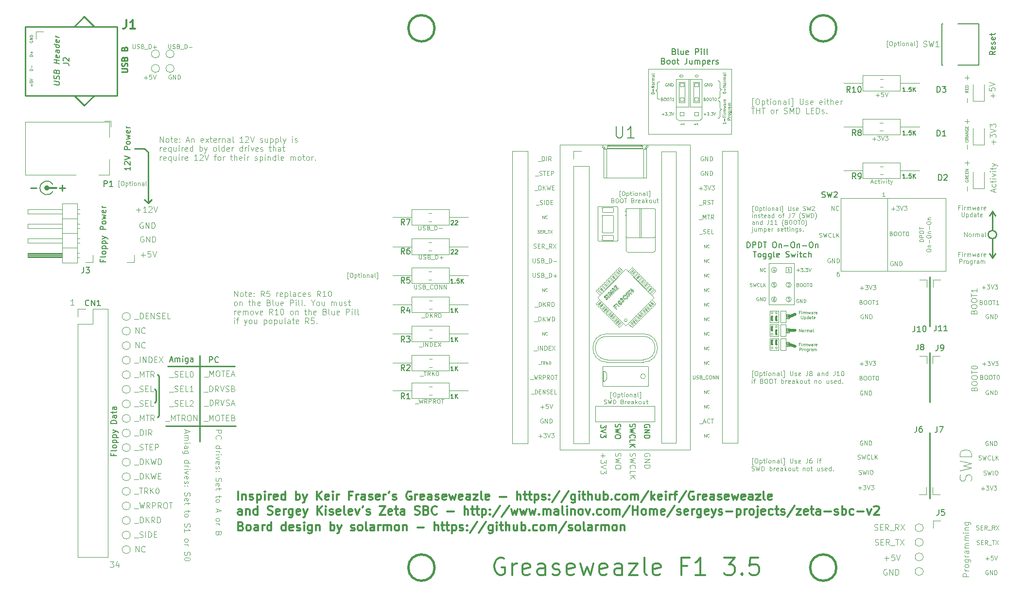
<source format=gbr>
G04 #@! TF.GenerationSoftware,KiCad,Pcbnew,(5.1.2)-2*
G04 #@! TF.CreationDate,2020-12-15T10:42:38+00:00*
G04 #@! TF.ProjectId,Greaseweazle F1 3.5 Inch,47726561-7365-4776-9561-7a6c65204631,1*
G04 #@! TF.SameCoordinates,PX6312cb0PY6bcb370*
G04 #@! TF.FileFunction,Legend,Top*
G04 #@! TF.FilePolarity,Positive*
%FSLAX46Y46*%
G04 Gerber Fmt 4.6, Leading zero omitted, Abs format (unit mm)*
G04 Created by KiCad (PCBNEW (5.1.2)-2) date 2020-12-15 10:42:38*
%MOMM*%
%LPD*%
G04 APERTURE LIST*
%ADD10C,0.120000*%
%ADD11C,0.125000*%
%ADD12C,0.254000*%
%ADD13C,0.200000*%
%ADD14C,0.075000*%
%ADD15C,0.300000*%
%ADD16C,0.400000*%
%ADD17C,0.304800*%
%ADD18C,0.100000*%
%ADD19C,0.050000*%
%ADD20C,0.500000*%
%ADD21C,0.150000*%
%ADD22C,0.127000*%
%ADD23C,0.381000*%
%ADD24C,0.250000*%
G04 APERTURE END LIST*
D10*
X79629000Y16510000D02*
X79629000Y17399000D01*
X80518000Y16510000D02*
X79629000Y16510000D01*
X80518000Y17399000D02*
X80518000Y16510000D01*
X79629000Y17399000D02*
X80518000Y17399000D01*
D11*
X87312571Y18917000D02*
X87241142Y18952715D01*
X87134000Y18952715D01*
X87026857Y18917000D01*
X86955428Y18845572D01*
X86919714Y18774143D01*
X86884000Y18631286D01*
X86884000Y18524143D01*
X86919714Y18381286D01*
X86955428Y18309858D01*
X87026857Y18238429D01*
X87134000Y18202715D01*
X87205428Y18202715D01*
X87312571Y18238429D01*
X87348285Y18274143D01*
X87348285Y18524143D01*
X87205428Y18524143D01*
X87669714Y18202715D02*
X87669714Y18952715D01*
X88098285Y18202715D01*
X88098285Y18952715D01*
X88455428Y18202715D02*
X88455428Y18952715D01*
X88634000Y18952715D01*
X88741142Y18917000D01*
X88812571Y18845572D01*
X88848285Y18774143D01*
X88884000Y18631286D01*
X88884000Y18524143D01*
X88848285Y18381286D01*
X88812571Y18309858D01*
X88741142Y18238429D01*
X88634000Y18202715D01*
X88455428Y18202715D01*
X85425571Y22683429D02*
X85532714Y22647715D01*
X85711285Y22647715D01*
X85782714Y22683429D01*
X85818428Y22719143D01*
X85854142Y22790572D01*
X85854142Y22862000D01*
X85818428Y22933429D01*
X85782714Y22969143D01*
X85711285Y23004858D01*
X85568428Y23040572D01*
X85497000Y23076286D01*
X85461285Y23112000D01*
X85425571Y23183429D01*
X85425571Y23254858D01*
X85461285Y23326286D01*
X85497000Y23362000D01*
X85568428Y23397715D01*
X85747000Y23397715D01*
X85854142Y23362000D01*
X86104142Y23397715D02*
X86282714Y22647715D01*
X86425571Y23183429D01*
X86568428Y22647715D01*
X86747000Y23397715D01*
X87461285Y22719143D02*
X87425571Y22683429D01*
X87318428Y22647715D01*
X87247000Y22647715D01*
X87139857Y22683429D01*
X87068428Y22754858D01*
X87032714Y22826286D01*
X86997000Y22969143D01*
X86997000Y23076286D01*
X87032714Y23219143D01*
X87068428Y23290572D01*
X87139857Y23362000D01*
X87247000Y23397715D01*
X87318428Y23397715D01*
X87425571Y23362000D01*
X87461285Y23326286D01*
X88139857Y22647715D02*
X87782714Y22647715D01*
X87782714Y23397715D01*
X88389857Y22647715D02*
X88389857Y23397715D01*
X88818428Y22647715D02*
X88497000Y23076286D01*
X88818428Y23397715D02*
X88389857Y22969143D01*
X87548714Y27346715D02*
X87548714Y28096715D01*
X87977285Y27346715D01*
X87977285Y28096715D01*
X88763000Y27418143D02*
X88727285Y27382429D01*
X88620142Y27346715D01*
X88548714Y27346715D01*
X88441571Y27382429D01*
X88370142Y27453858D01*
X88334428Y27525286D01*
X88298714Y27668143D01*
X88298714Y27775286D01*
X88334428Y27918143D01*
X88370142Y27989572D01*
X88441571Y28061000D01*
X88548714Y28096715D01*
X88620142Y28096715D01*
X88727285Y28061000D01*
X88763000Y28025286D01*
X97992571Y27632429D02*
X98564000Y27632429D01*
X98278285Y27346715D02*
X98278285Y27918143D01*
X98849714Y28096715D02*
X99314000Y28096715D01*
X99064000Y27811000D01*
X99171142Y27811000D01*
X99242571Y27775286D01*
X99278285Y27739572D01*
X99314000Y27668143D01*
X99314000Y27489572D01*
X99278285Y27418143D01*
X99242571Y27382429D01*
X99171142Y27346715D01*
X98956857Y27346715D01*
X98885428Y27382429D01*
X98849714Y27418143D01*
X99528285Y28096715D02*
X99778285Y27346715D01*
X100028285Y28096715D01*
X100206857Y28096715D02*
X100671142Y28096715D01*
X100421142Y27811000D01*
X100528285Y27811000D01*
X100599714Y27775286D01*
X100635428Y27739572D01*
X100671142Y27668143D01*
X100671142Y27489572D01*
X100635428Y27418143D01*
X100599714Y27382429D01*
X100528285Y27346715D01*
X100314000Y27346715D01*
X100242571Y27382429D01*
X100206857Y27418143D01*
X97939000Y23294572D02*
X98046142Y23258858D01*
X98081857Y23223143D01*
X98117571Y23151715D01*
X98117571Y23044572D01*
X98081857Y22973143D01*
X98046142Y22937429D01*
X97974714Y22901715D01*
X97689000Y22901715D01*
X97689000Y23651715D01*
X97939000Y23651715D01*
X98010428Y23616000D01*
X98046142Y23580286D01*
X98081857Y23508858D01*
X98081857Y23437429D01*
X98046142Y23366000D01*
X98010428Y23330286D01*
X97939000Y23294572D01*
X97689000Y23294572D01*
X98581857Y23651715D02*
X98724714Y23651715D01*
X98796142Y23616000D01*
X98867571Y23544572D01*
X98903285Y23401715D01*
X98903285Y23151715D01*
X98867571Y23008858D01*
X98796142Y22937429D01*
X98724714Y22901715D01*
X98581857Y22901715D01*
X98510428Y22937429D01*
X98439000Y23008858D01*
X98403285Y23151715D01*
X98403285Y23401715D01*
X98439000Y23544572D01*
X98510428Y23616000D01*
X98581857Y23651715D01*
X99367571Y23651715D02*
X99510428Y23651715D01*
X99581857Y23616000D01*
X99653285Y23544572D01*
X99689000Y23401715D01*
X99689000Y23151715D01*
X99653285Y23008858D01*
X99581857Y22937429D01*
X99510428Y22901715D01*
X99367571Y22901715D01*
X99296142Y22937429D01*
X99224714Y23008858D01*
X99189000Y23151715D01*
X99189000Y23401715D01*
X99224714Y23544572D01*
X99296142Y23616000D01*
X99367571Y23651715D01*
X99903285Y23651715D02*
X100331857Y23651715D01*
X100117571Y22901715D02*
X100117571Y23651715D01*
X100724714Y23651715D02*
X100796142Y23651715D01*
X100867571Y23616000D01*
X100903285Y23580286D01*
X100939000Y23508858D01*
X100974714Y23366000D01*
X100974714Y23187429D01*
X100939000Y23044572D01*
X100903285Y22973143D01*
X100867571Y22937429D01*
X100796142Y22901715D01*
X100724714Y22901715D01*
X100653285Y22937429D01*
X100617571Y22973143D01*
X100581857Y23044572D01*
X100546142Y23187429D01*
X100546142Y23366000D01*
X100581857Y23508858D01*
X100617571Y23580286D01*
X100653285Y23616000D01*
X100724714Y23651715D01*
X98234571Y18409000D02*
X98163142Y18444715D01*
X98056000Y18444715D01*
X97948857Y18409000D01*
X97877428Y18337572D01*
X97841714Y18266143D01*
X97806000Y18123286D01*
X97806000Y18016143D01*
X97841714Y17873286D01*
X97877428Y17801858D01*
X97948857Y17730429D01*
X98056000Y17694715D01*
X98127428Y17694715D01*
X98234571Y17730429D01*
X98270285Y17766143D01*
X98270285Y18016143D01*
X98127428Y18016143D01*
X98591714Y17694715D02*
X98591714Y18444715D01*
X99020285Y17694715D01*
X99020285Y18444715D01*
X99377428Y17694715D02*
X99377428Y18444715D01*
X99556000Y18444715D01*
X99663142Y18409000D01*
X99734571Y18337572D01*
X99770285Y18266143D01*
X99806000Y18123286D01*
X99806000Y18016143D01*
X99770285Y17873286D01*
X99734571Y17801858D01*
X99663142Y17730429D01*
X99556000Y17694715D01*
X99377428Y17694715D01*
X55872000Y-15525904D02*
X55919619Y-15430666D01*
X55919619Y-15287809D01*
X55872000Y-15144951D01*
X55776761Y-15049713D01*
X55681523Y-15002094D01*
X55491047Y-14954475D01*
X55348190Y-14954475D01*
X55157714Y-15002094D01*
X55062476Y-15049713D01*
X54967238Y-15144951D01*
X54919619Y-15287809D01*
X54919619Y-15383047D01*
X54967238Y-15525904D01*
X55014857Y-15573523D01*
X55348190Y-15573523D01*
X55348190Y-15383047D01*
X54919619Y-16002094D02*
X55919619Y-16002094D01*
X54919619Y-16573523D01*
X55919619Y-16573523D01*
X54919619Y-17049713D02*
X55919619Y-17049713D01*
X55919619Y-17287809D01*
X55872000Y-17430666D01*
X55776761Y-17525904D01*
X55681523Y-17573523D01*
X55491047Y-17621142D01*
X55348190Y-17621142D01*
X55157714Y-17573523D01*
X55062476Y-17525904D01*
X54967238Y-17430666D01*
X54919619Y-17287809D01*
X54919619Y-17049713D01*
X52427238Y-14954476D02*
X52379619Y-15097333D01*
X52379619Y-15335428D01*
X52427238Y-15430666D01*
X52474857Y-15478285D01*
X52570095Y-15525904D01*
X52665333Y-15525904D01*
X52760571Y-15478285D01*
X52808190Y-15430666D01*
X52855809Y-15335428D01*
X52903428Y-15144952D01*
X52951047Y-15049714D01*
X52998666Y-15002095D01*
X53093904Y-14954476D01*
X53189142Y-14954476D01*
X53284380Y-15002095D01*
X53332000Y-15049714D01*
X53379619Y-15144952D01*
X53379619Y-15383047D01*
X53332000Y-15525904D01*
X53379619Y-15859238D02*
X52379619Y-16097333D01*
X53093904Y-16287809D01*
X52379619Y-16478285D01*
X53379619Y-16716381D01*
X52474857Y-17668761D02*
X52427238Y-17621142D01*
X52379619Y-17478285D01*
X52379619Y-17383047D01*
X52427238Y-17240190D01*
X52522476Y-17144952D01*
X52617714Y-17097333D01*
X52808190Y-17049714D01*
X52951047Y-17049714D01*
X53141523Y-17097333D01*
X53236761Y-17144952D01*
X53332000Y-17240190D01*
X53379619Y-17383047D01*
X53379619Y-17478285D01*
X53332000Y-17621142D01*
X53284380Y-17668761D01*
X52379619Y-18573523D02*
X52379619Y-18097333D01*
X53379619Y-18097333D01*
X52379619Y-18906857D02*
X53379619Y-18906857D01*
X52379619Y-19478285D02*
X52951047Y-19049714D01*
X53379619Y-19478285D02*
X52808190Y-18906857D01*
X49887238Y-14954475D02*
X49839619Y-15097332D01*
X49839619Y-15335428D01*
X49887238Y-15430666D01*
X49934857Y-15478285D01*
X50030095Y-15525904D01*
X50125333Y-15525904D01*
X50220571Y-15478285D01*
X50268190Y-15430666D01*
X50315809Y-15335428D01*
X50363428Y-15144951D01*
X50411047Y-15049713D01*
X50458666Y-15002094D01*
X50553904Y-14954475D01*
X50649142Y-14954475D01*
X50744380Y-15002094D01*
X50792000Y-15049713D01*
X50839619Y-15144951D01*
X50839619Y-15383047D01*
X50792000Y-15525904D01*
X50839619Y-15859237D02*
X49839619Y-16097332D01*
X50553904Y-16287808D01*
X49839619Y-16478285D01*
X50839619Y-16716380D01*
X50839619Y-17287808D02*
X50839619Y-17478285D01*
X50792000Y-17573523D01*
X50696761Y-17668761D01*
X50506285Y-17716380D01*
X50172952Y-17716380D01*
X49982476Y-17668761D01*
X49887238Y-17573523D01*
X49839619Y-17478285D01*
X49839619Y-17287808D01*
X49887238Y-17192570D01*
X49982476Y-17097332D01*
X50172952Y-17049713D01*
X50506285Y-17049713D01*
X50696761Y-17097332D01*
X50792000Y-17192570D01*
X50839619Y-17287808D01*
X47680571Y-15002095D02*
X47680571Y-15764000D01*
X47299619Y-15383047D02*
X48061523Y-15383047D01*
X48299619Y-16144952D02*
X48299619Y-16764000D01*
X47918666Y-16430666D01*
X47918666Y-16573523D01*
X47871047Y-16668761D01*
X47823428Y-16716380D01*
X47728190Y-16764000D01*
X47490095Y-16764000D01*
X47394857Y-16716380D01*
X47347238Y-16668761D01*
X47299619Y-16573523D01*
X47299619Y-16287809D01*
X47347238Y-16192571D01*
X47394857Y-16144952D01*
X48299619Y-17049714D02*
X47299619Y-17383047D01*
X48299619Y-17716380D01*
X48299619Y-17954476D02*
X48299619Y-18573523D01*
X47918666Y-18240190D01*
X47918666Y-18383047D01*
X47871047Y-18478285D01*
X47823428Y-18525904D01*
X47728190Y-18573523D01*
X47490095Y-18573523D01*
X47394857Y-18525904D01*
X47347238Y-18478285D01*
X47299619Y-18383047D01*
X47299619Y-18097333D01*
X47347238Y-18002095D01*
X47394857Y-17954476D01*
X-19756381Y-10946952D02*
X-18756381Y-10946952D01*
X-18756381Y-11327904D01*
X-18804000Y-11423142D01*
X-18851620Y-11470761D01*
X-18946858Y-11518380D01*
X-19089715Y-11518380D01*
X-19184953Y-11470761D01*
X-19232572Y-11423142D01*
X-19280191Y-11327904D01*
X-19280191Y-10946952D01*
X-19661143Y-12518380D02*
X-19708762Y-12470761D01*
X-19756381Y-12327904D01*
X-19756381Y-12232666D01*
X-19708762Y-12089809D01*
X-19613524Y-11994571D01*
X-19518286Y-11946952D01*
X-19327810Y-11899333D01*
X-19184953Y-11899333D01*
X-18994477Y-11946952D01*
X-18899239Y-11994571D01*
X-18804000Y-12089809D01*
X-18756381Y-12232666D01*
X-18756381Y-12327904D01*
X-18804000Y-12470761D01*
X-18851620Y-12518380D01*
X-19756381Y-14137428D02*
X-18756381Y-14137428D01*
X-19708762Y-14137428D02*
X-19756381Y-14042190D01*
X-19756381Y-13851714D01*
X-19708762Y-13756476D01*
X-19661143Y-13708857D01*
X-19565905Y-13661238D01*
X-19280191Y-13661238D01*
X-19184953Y-13708857D01*
X-19137334Y-13756476D01*
X-19089715Y-13851714D01*
X-19089715Y-14042190D01*
X-19137334Y-14137428D01*
X-19756381Y-14613619D02*
X-19089715Y-14613619D01*
X-19280191Y-14613619D02*
X-19184953Y-14661238D01*
X-19137334Y-14708857D01*
X-19089715Y-14804095D01*
X-19089715Y-14899333D01*
X-19756381Y-15232666D02*
X-19089715Y-15232666D01*
X-18756381Y-15232666D02*
X-18804000Y-15185047D01*
X-18851620Y-15232666D01*
X-18804000Y-15280285D01*
X-18756381Y-15232666D01*
X-18851620Y-15232666D01*
X-19089715Y-15613619D02*
X-19756381Y-15851714D01*
X-19089715Y-16089809D01*
X-19708762Y-16851714D02*
X-19756381Y-16756476D01*
X-19756381Y-16565999D01*
X-19708762Y-16470761D01*
X-19613524Y-16423142D01*
X-19232572Y-16423142D01*
X-19137334Y-16470761D01*
X-19089715Y-16565999D01*
X-19089715Y-16756476D01*
X-19137334Y-16851714D01*
X-19232572Y-16899333D01*
X-19327810Y-16899333D01*
X-19423048Y-16423142D01*
X-19708762Y-17280285D02*
X-19756381Y-17375523D01*
X-19756381Y-17565999D01*
X-19708762Y-17661238D01*
X-19613524Y-17708857D01*
X-19565905Y-17708857D01*
X-19470667Y-17661238D01*
X-19423048Y-17565999D01*
X-19423048Y-17423142D01*
X-19375429Y-17327904D01*
X-19280191Y-17280285D01*
X-19232572Y-17280285D01*
X-19137334Y-17327904D01*
X-19089715Y-17423142D01*
X-19089715Y-17565999D01*
X-19137334Y-17661238D01*
X-19661143Y-18137428D02*
X-19708762Y-18185047D01*
X-19756381Y-18137428D01*
X-19708762Y-18089809D01*
X-19661143Y-18137428D01*
X-19756381Y-18137428D01*
X-19137334Y-18137428D02*
X-19184953Y-18185047D01*
X-19232572Y-18137428D01*
X-19184953Y-18089809D01*
X-19137334Y-18137428D01*
X-19232572Y-18137428D01*
X-19708762Y-19327904D02*
X-19756381Y-19470761D01*
X-19756381Y-19708857D01*
X-19708762Y-19804095D01*
X-19661143Y-19851714D01*
X-19565905Y-19899333D01*
X-19470667Y-19899333D01*
X-19375429Y-19851714D01*
X-19327810Y-19804095D01*
X-19280191Y-19708857D01*
X-19232572Y-19518380D01*
X-19184953Y-19423142D01*
X-19137334Y-19375523D01*
X-19042096Y-19327904D01*
X-18946858Y-19327904D01*
X-18851620Y-19375523D01*
X-18804000Y-19423142D01*
X-18756381Y-19518380D01*
X-18756381Y-19756476D01*
X-18804000Y-19899333D01*
X-19708762Y-20708857D02*
X-19756381Y-20613619D01*
X-19756381Y-20423142D01*
X-19708762Y-20327904D01*
X-19613524Y-20280285D01*
X-19232572Y-20280285D01*
X-19137334Y-20327904D01*
X-19089715Y-20423142D01*
X-19089715Y-20613619D01*
X-19137334Y-20708857D01*
X-19232572Y-20756476D01*
X-19327810Y-20756476D01*
X-19423048Y-20280285D01*
X-19089715Y-21042190D02*
X-19089715Y-21423142D01*
X-18756381Y-21185047D02*
X-19613524Y-21185047D01*
X-19708762Y-21232666D01*
X-19756381Y-21327904D01*
X-19756381Y-21423142D01*
X-19089715Y-22375523D02*
X-19089715Y-22756476D01*
X-18756381Y-22518380D02*
X-19613524Y-22518380D01*
X-19708762Y-22566000D01*
X-19756381Y-22661238D01*
X-19756381Y-22756476D01*
X-19756381Y-23232666D02*
X-19708762Y-23137428D01*
X-19661143Y-23089809D01*
X-19565905Y-23042190D01*
X-19280191Y-23042190D01*
X-19184953Y-23089809D01*
X-19137334Y-23137428D01*
X-19089715Y-23232666D01*
X-19089715Y-23375523D01*
X-19137334Y-23470761D01*
X-19184953Y-23518380D01*
X-19280191Y-23566000D01*
X-19565905Y-23566000D01*
X-19661143Y-23518380D01*
X-19708762Y-23470761D01*
X-19756381Y-23375523D01*
X-19756381Y-23232666D01*
X-19470667Y-24708857D02*
X-19470667Y-25185047D01*
X-19756381Y-24613619D02*
X-18756381Y-24946952D01*
X-19756381Y-25280285D01*
X-19756381Y-26518380D02*
X-19708762Y-26423142D01*
X-19661143Y-26375523D01*
X-19565905Y-26327904D01*
X-19280191Y-26327904D01*
X-19184953Y-26375523D01*
X-19137334Y-26423142D01*
X-19089715Y-26518380D01*
X-19089715Y-26661238D01*
X-19137334Y-26756476D01*
X-19184953Y-26804095D01*
X-19280191Y-26851714D01*
X-19565905Y-26851714D01*
X-19661143Y-26804095D01*
X-19708762Y-26756476D01*
X-19756381Y-26661238D01*
X-19756381Y-26518380D01*
X-19756381Y-27280285D02*
X-19089715Y-27280285D01*
X-19280191Y-27280285D02*
X-19184953Y-27327904D01*
X-19137334Y-27375523D01*
X-19089715Y-27470761D01*
X-19089715Y-27566000D01*
X-19232572Y-28994571D02*
X-19280191Y-29137428D01*
X-19327810Y-29185047D01*
X-19423048Y-29232666D01*
X-19565905Y-29232666D01*
X-19661143Y-29185047D01*
X-19708762Y-29137428D01*
X-19756381Y-29042190D01*
X-19756381Y-28661238D01*
X-18756381Y-28661238D01*
X-18756381Y-28994571D01*
X-18804000Y-29089809D01*
X-18851620Y-29137428D01*
X-18946858Y-29185047D01*
X-19042096Y-29185047D01*
X-19137334Y-29137428D01*
X-19184953Y-29089809D01*
X-19232572Y-28994571D01*
X-19232572Y-28661238D01*
X-24931667Y-10971047D02*
X-24931667Y-11447238D01*
X-25217381Y-10875809D02*
X-24217381Y-11209142D01*
X-25217381Y-11542476D01*
X-25217381Y-11875809D02*
X-24550715Y-11875809D01*
X-24645953Y-11875809D02*
X-24598334Y-11923428D01*
X-24550715Y-12018666D01*
X-24550715Y-12161523D01*
X-24598334Y-12256761D01*
X-24693572Y-12304380D01*
X-25217381Y-12304380D01*
X-24693572Y-12304380D02*
X-24598334Y-12352000D01*
X-24550715Y-12447238D01*
X-24550715Y-12590095D01*
X-24598334Y-12685333D01*
X-24693572Y-12732952D01*
X-25217381Y-12732952D01*
X-25217381Y-13209142D02*
X-24550715Y-13209142D01*
X-24217381Y-13209142D02*
X-24265000Y-13161523D01*
X-24312620Y-13209142D01*
X-24265000Y-13256761D01*
X-24217381Y-13209142D01*
X-24312620Y-13209142D01*
X-25217381Y-14113904D02*
X-24693572Y-14113904D01*
X-24598334Y-14066285D01*
X-24550715Y-13971047D01*
X-24550715Y-13780571D01*
X-24598334Y-13685333D01*
X-25169762Y-14113904D02*
X-25217381Y-14018666D01*
X-25217381Y-13780571D01*
X-25169762Y-13685333D01*
X-25074524Y-13637714D01*
X-24979286Y-13637714D01*
X-24884048Y-13685333D01*
X-24836429Y-13780571D01*
X-24836429Y-14018666D01*
X-24788810Y-14113904D01*
X-24550715Y-15018666D02*
X-25360239Y-15018666D01*
X-25455477Y-14971047D01*
X-25503096Y-14923428D01*
X-25550715Y-14828190D01*
X-25550715Y-14685333D01*
X-25503096Y-14590095D01*
X-25169762Y-15018666D02*
X-25217381Y-14923428D01*
X-25217381Y-14732952D01*
X-25169762Y-14637714D01*
X-25122143Y-14590095D01*
X-25026905Y-14542476D01*
X-24741191Y-14542476D01*
X-24645953Y-14590095D01*
X-24598334Y-14637714D01*
X-24550715Y-14732952D01*
X-24550715Y-14923428D01*
X-24598334Y-15018666D01*
X-25217381Y-16685333D02*
X-24217381Y-16685333D01*
X-25169762Y-16685333D02*
X-25217381Y-16590095D01*
X-25217381Y-16399619D01*
X-25169762Y-16304380D01*
X-25122143Y-16256761D01*
X-25026905Y-16209142D01*
X-24741191Y-16209142D01*
X-24645953Y-16256761D01*
X-24598334Y-16304380D01*
X-24550715Y-16399619D01*
X-24550715Y-16590095D01*
X-24598334Y-16685333D01*
X-25217381Y-17161523D02*
X-24550715Y-17161523D01*
X-24741191Y-17161523D02*
X-24645953Y-17209142D01*
X-24598334Y-17256761D01*
X-24550715Y-17352000D01*
X-24550715Y-17447238D01*
X-25217381Y-17780571D02*
X-24550715Y-17780571D01*
X-24217381Y-17780571D02*
X-24265000Y-17732952D01*
X-24312620Y-17780571D01*
X-24265000Y-17828190D01*
X-24217381Y-17780571D01*
X-24312620Y-17780571D01*
X-24550715Y-18161523D02*
X-25217381Y-18399619D01*
X-24550715Y-18637714D01*
X-25169762Y-19399619D02*
X-25217381Y-19304380D01*
X-25217381Y-19113904D01*
X-25169762Y-19018666D01*
X-25074524Y-18971047D01*
X-24693572Y-18971047D01*
X-24598334Y-19018666D01*
X-24550715Y-19113904D01*
X-24550715Y-19304380D01*
X-24598334Y-19399619D01*
X-24693572Y-19447238D01*
X-24788810Y-19447238D01*
X-24884048Y-18971047D01*
X-25169762Y-19828190D02*
X-25217381Y-19923428D01*
X-25217381Y-20113904D01*
X-25169762Y-20209142D01*
X-25074524Y-20256761D01*
X-25026905Y-20256761D01*
X-24931667Y-20209142D01*
X-24884048Y-20113904D01*
X-24884048Y-19971047D01*
X-24836429Y-19875809D01*
X-24741191Y-19828190D01*
X-24693572Y-19828190D01*
X-24598334Y-19875809D01*
X-24550715Y-19971047D01*
X-24550715Y-20113904D01*
X-24598334Y-20209142D01*
X-25122143Y-20685333D02*
X-25169762Y-20732952D01*
X-25217381Y-20685333D01*
X-25169762Y-20637714D01*
X-25122143Y-20685333D01*
X-25217381Y-20685333D01*
X-24598334Y-20685333D02*
X-24645953Y-20732952D01*
X-24693572Y-20685333D01*
X-24645953Y-20637714D01*
X-24598334Y-20685333D01*
X-24693572Y-20685333D01*
X-25169762Y-21875809D02*
X-25217381Y-22018666D01*
X-25217381Y-22256761D01*
X-25169762Y-22352000D01*
X-25122143Y-22399619D01*
X-25026905Y-22447238D01*
X-24931667Y-22447238D01*
X-24836429Y-22399619D01*
X-24788810Y-22352000D01*
X-24741191Y-22256761D01*
X-24693572Y-22066285D01*
X-24645953Y-21971047D01*
X-24598334Y-21923428D01*
X-24503096Y-21875809D01*
X-24407858Y-21875809D01*
X-24312620Y-21923428D01*
X-24265000Y-21971047D01*
X-24217381Y-22066285D01*
X-24217381Y-22304380D01*
X-24265000Y-22447238D01*
X-25169762Y-23256761D02*
X-25217381Y-23161523D01*
X-25217381Y-22971047D01*
X-25169762Y-22875809D01*
X-25074524Y-22828190D01*
X-24693572Y-22828190D01*
X-24598334Y-22875809D01*
X-24550715Y-22971047D01*
X-24550715Y-23161523D01*
X-24598334Y-23256761D01*
X-24693572Y-23304380D01*
X-24788810Y-23304380D01*
X-24884048Y-22828190D01*
X-24550715Y-23590095D02*
X-24550715Y-23971047D01*
X-24217381Y-23732952D02*
X-25074524Y-23732952D01*
X-25169762Y-23780571D01*
X-25217381Y-23875809D01*
X-25217381Y-23971047D01*
X-24550715Y-24923428D02*
X-24550715Y-25304380D01*
X-24217381Y-25066285D02*
X-25074524Y-25066285D01*
X-25169762Y-25113904D01*
X-25217381Y-25209142D01*
X-25217381Y-25304380D01*
X-25217381Y-25780571D02*
X-25169762Y-25685333D01*
X-25122143Y-25637714D01*
X-25026905Y-25590095D01*
X-24741191Y-25590095D01*
X-24645953Y-25637714D01*
X-24598334Y-25685333D01*
X-24550715Y-25780571D01*
X-24550715Y-25923428D01*
X-24598334Y-26018666D01*
X-24645953Y-26066285D01*
X-24741191Y-26113904D01*
X-25026905Y-26113904D01*
X-25122143Y-26066285D01*
X-25169762Y-26018666D01*
X-25217381Y-25923428D01*
X-25217381Y-25780571D01*
X-25169762Y-27256761D02*
X-25217381Y-27399619D01*
X-25217381Y-27637714D01*
X-25169762Y-27732952D01*
X-25122143Y-27780571D01*
X-25026905Y-27828190D01*
X-24931667Y-27828190D01*
X-24836429Y-27780571D01*
X-24788810Y-27732952D01*
X-24741191Y-27637714D01*
X-24693572Y-27447238D01*
X-24645953Y-27352000D01*
X-24598334Y-27304380D01*
X-24503096Y-27256761D01*
X-24407858Y-27256761D01*
X-24312620Y-27304380D01*
X-24265000Y-27352000D01*
X-24217381Y-27447238D01*
X-24217381Y-27685333D01*
X-24265000Y-27828190D01*
X-25217381Y-28780571D02*
X-25217381Y-28209142D01*
X-25217381Y-28494857D02*
X-24217381Y-28494857D01*
X-24360239Y-28399619D01*
X-24455477Y-28304380D01*
X-24503096Y-28209142D01*
X-25217381Y-30113904D02*
X-25169762Y-30018666D01*
X-25122143Y-29971047D01*
X-25026905Y-29923428D01*
X-24741191Y-29923428D01*
X-24645953Y-29971047D01*
X-24598334Y-30018666D01*
X-24550715Y-30113904D01*
X-24550715Y-30256761D01*
X-24598334Y-30352000D01*
X-24645953Y-30399619D01*
X-24741191Y-30447238D01*
X-25026905Y-30447238D01*
X-25122143Y-30399619D01*
X-25169762Y-30352000D01*
X-25217381Y-30256761D01*
X-25217381Y-30113904D01*
X-25217381Y-30875809D02*
X-24550715Y-30875809D01*
X-24741191Y-30875809D02*
X-24645953Y-30923428D01*
X-24598334Y-30971047D01*
X-24550715Y-31066285D01*
X-24550715Y-31161523D01*
X-25169762Y-32209142D02*
X-25217381Y-32352000D01*
X-25217381Y-32590095D01*
X-25169762Y-32685333D01*
X-25122143Y-32732952D01*
X-25026905Y-32780571D01*
X-24931667Y-32780571D01*
X-24836429Y-32732952D01*
X-24788810Y-32685333D01*
X-24741191Y-32590095D01*
X-24693572Y-32399619D01*
X-24645953Y-32304380D01*
X-24598334Y-32256761D01*
X-24503096Y-32209142D01*
X-24407858Y-32209142D01*
X-24312620Y-32256761D01*
X-24265000Y-32304380D01*
X-24217381Y-32399619D01*
X-24217381Y-32637714D01*
X-24265000Y-32780571D01*
X-24217381Y-33399619D02*
X-24217381Y-33494857D01*
X-24265000Y-33590095D01*
X-24312620Y-33637714D01*
X-24407858Y-33685333D01*
X-24598334Y-33732952D01*
X-24836429Y-33732952D01*
X-25026905Y-33685333D01*
X-25122143Y-33637714D01*
X-25169762Y-33590095D01*
X-25217381Y-33494857D01*
X-25217381Y-33399619D01*
X-25169762Y-33304380D01*
X-25122143Y-33256761D01*
X-25026905Y-33209142D01*
X-24836429Y-33161523D01*
X-24598334Y-33161523D01*
X-24407858Y-33209142D01*
X-24312620Y-33256761D01*
X-24265000Y-33304380D01*
X-24217381Y-33399619D01*
D12*
X-28067000Y127000D02*
X-16383000Y127000D01*
X-16256000Y-10287000D02*
X-16383000Y-10287000D01*
X-28448000Y-10287000D02*
X-16256000Y-10287000D01*
X-22479000Y2032000D02*
X-22479000Y-12954000D01*
X-29591000Y-8509000D02*
X-29845000Y-8763000D01*
X-29591000Y-1524000D02*
X-29591000Y-8509000D01*
X-29845000Y-1270000D02*
X-29591000Y-1524000D01*
X-30099000Y-5969000D02*
X-30353000Y-6223000D01*
X-30099000Y-4064000D02*
X-30099000Y-5969000D01*
X-30353000Y-3810000D02*
X-30099000Y-4064000D01*
D11*
X-28534953Y-9437619D02*
X-27773048Y-9437619D01*
X-27534953Y-9342380D02*
X-27534953Y-8342380D01*
X-27201620Y-9056666D01*
X-26868286Y-8342380D01*
X-26868286Y-9342380D01*
X-26534953Y-8342380D02*
X-25963524Y-8342380D01*
X-26249239Y-9342380D02*
X-26249239Y-8342380D01*
X-25058762Y-9342380D02*
X-25392096Y-8866190D01*
X-25630191Y-9342380D02*
X-25630191Y-8342380D01*
X-25249239Y-8342380D01*
X-25154000Y-8390000D01*
X-25106381Y-8437619D01*
X-25058762Y-8532857D01*
X-25058762Y-8675714D01*
X-25106381Y-8770952D01*
X-25154000Y-8818571D01*
X-25249239Y-8866190D01*
X-25630191Y-8866190D01*
X-24439715Y-8342380D02*
X-24249239Y-8342380D01*
X-24154000Y-8390000D01*
X-24058762Y-8485238D01*
X-24011143Y-8675714D01*
X-24011143Y-9009047D01*
X-24058762Y-9199523D01*
X-24154000Y-9294761D01*
X-24249239Y-9342380D01*
X-24439715Y-9342380D01*
X-24534953Y-9294761D01*
X-24630191Y-9199523D01*
X-24677810Y-9009047D01*
X-24677810Y-8675714D01*
X-24630191Y-8485238D01*
X-24534953Y-8390000D01*
X-24439715Y-8342380D01*
X-23582572Y-9342380D02*
X-23582572Y-8342380D01*
X-23011143Y-9342380D01*
X-23011143Y-8342380D01*
X-27844477Y-6897619D02*
X-27082572Y-6897619D01*
X-26892096Y-6754761D02*
X-26749239Y-6802380D01*
X-26511143Y-6802380D01*
X-26415905Y-6754761D01*
X-26368286Y-6707142D01*
X-26320667Y-6611904D01*
X-26320667Y-6516666D01*
X-26368286Y-6421428D01*
X-26415905Y-6373809D01*
X-26511143Y-6326190D01*
X-26701620Y-6278571D01*
X-26796858Y-6230952D01*
X-26844477Y-6183333D01*
X-26892096Y-6088095D01*
X-26892096Y-5992857D01*
X-26844477Y-5897619D01*
X-26796858Y-5850000D01*
X-26701620Y-5802380D01*
X-26463524Y-5802380D01*
X-26320667Y-5850000D01*
X-25892096Y-6278571D02*
X-25558762Y-6278571D01*
X-25415905Y-6802380D02*
X-25892096Y-6802380D01*
X-25892096Y-5802380D01*
X-25415905Y-5802380D01*
X-24511143Y-6802380D02*
X-24987334Y-6802380D01*
X-24987334Y-5802380D01*
X-24225429Y-5897619D02*
X-24177810Y-5850000D01*
X-24082572Y-5802380D01*
X-23844477Y-5802380D01*
X-23749239Y-5850000D01*
X-23701620Y-5897619D01*
X-23654000Y-5992857D01*
X-23654000Y-6088095D01*
X-23701620Y-6230952D01*
X-24273048Y-6802380D01*
X-23654000Y-6802380D01*
X-21859524Y-9437619D02*
X-21097620Y-9437619D01*
X-20859524Y-9342380D02*
X-20859524Y-8342380D01*
X-20526191Y-9056666D01*
X-20192858Y-8342380D01*
X-20192858Y-9342380D01*
X-19526191Y-8342380D02*
X-19335715Y-8342380D01*
X-19240477Y-8390000D01*
X-19145239Y-8485238D01*
X-19097620Y-8675714D01*
X-19097620Y-9009047D01*
X-19145239Y-9199523D01*
X-19240477Y-9294761D01*
X-19335715Y-9342380D01*
X-19526191Y-9342380D01*
X-19621429Y-9294761D01*
X-19716667Y-9199523D01*
X-19764286Y-9009047D01*
X-19764286Y-8675714D01*
X-19716667Y-8485238D01*
X-19621429Y-8390000D01*
X-19526191Y-8342380D01*
X-18811905Y-8342380D02*
X-18240477Y-8342380D01*
X-18526191Y-9342380D02*
X-18526191Y-8342380D01*
X-17907143Y-8818571D02*
X-17573810Y-8818571D01*
X-17430953Y-9342380D02*
X-17907143Y-9342380D01*
X-17907143Y-8342380D01*
X-17430953Y-8342380D01*
X-16669048Y-8818571D02*
X-16526191Y-8866190D01*
X-16478572Y-8913809D01*
X-16430953Y-9009047D01*
X-16430953Y-9151904D01*
X-16478572Y-9247142D01*
X-16526191Y-9294761D01*
X-16621429Y-9342380D01*
X-17002381Y-9342380D01*
X-17002381Y-8342380D01*
X-16669048Y-8342380D01*
X-16573810Y-8390000D01*
X-16526191Y-8437619D01*
X-16478572Y-8532857D01*
X-16478572Y-8628095D01*
X-16526191Y-8723333D01*
X-16573810Y-8770952D01*
X-16669048Y-8818571D01*
X-17002381Y-8818571D01*
X-21764286Y-6770619D02*
X-21002381Y-6770619D01*
X-20764286Y-6675380D02*
X-20764286Y-5675380D01*
X-20526191Y-5675380D01*
X-20383334Y-5723000D01*
X-20288096Y-5818238D01*
X-20240477Y-5913476D01*
X-20192858Y-6103952D01*
X-20192858Y-6246809D01*
X-20240477Y-6437285D01*
X-20288096Y-6532523D01*
X-20383334Y-6627761D01*
X-20526191Y-6675380D01*
X-20764286Y-6675380D01*
X-19192858Y-6675380D02*
X-19526191Y-6199190D01*
X-19764286Y-6675380D02*
X-19764286Y-5675380D01*
X-19383334Y-5675380D01*
X-19288096Y-5723000D01*
X-19240477Y-5770619D01*
X-19192858Y-5865857D01*
X-19192858Y-6008714D01*
X-19240477Y-6103952D01*
X-19288096Y-6151571D01*
X-19383334Y-6199190D01*
X-19764286Y-6199190D01*
X-18907143Y-5675380D02*
X-18573810Y-6675380D01*
X-18240477Y-5675380D01*
X-17954762Y-6627761D02*
X-17811905Y-6675380D01*
X-17573810Y-6675380D01*
X-17478572Y-6627761D01*
X-17430953Y-6580142D01*
X-17383334Y-6484904D01*
X-17383334Y-6389666D01*
X-17430953Y-6294428D01*
X-17478572Y-6246809D01*
X-17573810Y-6199190D01*
X-17764286Y-6151571D01*
X-17859524Y-6103952D01*
X-17907143Y-6056333D01*
X-17954762Y-5961095D01*
X-17954762Y-5865857D01*
X-17907143Y-5770619D01*
X-17859524Y-5723000D01*
X-17764286Y-5675380D01*
X-17526191Y-5675380D01*
X-17383334Y-5723000D01*
X-17002381Y-6389666D02*
X-16526191Y-6389666D01*
X-17097620Y-6675380D02*
X-16764286Y-5675380D01*
X-16430953Y-6675380D01*
X-21835715Y-4357619D02*
X-21073810Y-4357619D01*
X-20835715Y-4262380D02*
X-20835715Y-3262380D01*
X-20597620Y-3262380D01*
X-20454762Y-3310000D01*
X-20359524Y-3405238D01*
X-20311905Y-3500476D01*
X-20264286Y-3690952D01*
X-20264286Y-3833809D01*
X-20311905Y-4024285D01*
X-20359524Y-4119523D01*
X-20454762Y-4214761D01*
X-20597620Y-4262380D01*
X-20835715Y-4262380D01*
X-19264286Y-4262380D02*
X-19597620Y-3786190D01*
X-19835715Y-4262380D02*
X-19835715Y-3262380D01*
X-19454762Y-3262380D01*
X-19359524Y-3310000D01*
X-19311905Y-3357619D01*
X-19264286Y-3452857D01*
X-19264286Y-3595714D01*
X-19311905Y-3690952D01*
X-19359524Y-3738571D01*
X-19454762Y-3786190D01*
X-19835715Y-3786190D01*
X-18978572Y-3262380D02*
X-18645239Y-4262380D01*
X-18311905Y-3262380D01*
X-18026191Y-4214761D02*
X-17883334Y-4262380D01*
X-17645239Y-4262380D01*
X-17550000Y-4214761D01*
X-17502381Y-4167142D01*
X-17454762Y-4071904D01*
X-17454762Y-3976666D01*
X-17502381Y-3881428D01*
X-17550000Y-3833809D01*
X-17645239Y-3786190D01*
X-17835715Y-3738571D01*
X-17930953Y-3690952D01*
X-17978572Y-3643333D01*
X-18026191Y-3548095D01*
X-18026191Y-3452857D01*
X-17978572Y-3357619D01*
X-17930953Y-3310000D01*
X-17835715Y-3262380D01*
X-17597620Y-3262380D01*
X-17454762Y-3310000D01*
X-16692858Y-3738571D02*
X-16550000Y-3786190D01*
X-16502381Y-3833809D01*
X-16454762Y-3929047D01*
X-16454762Y-4071904D01*
X-16502381Y-4167142D01*
X-16550000Y-4214761D01*
X-16645239Y-4262380D01*
X-17026191Y-4262380D01*
X-17026191Y-3262380D01*
X-16692858Y-3262380D01*
X-16597620Y-3310000D01*
X-16550000Y-3357619D01*
X-16502381Y-3452857D01*
X-16502381Y-3548095D01*
X-16550000Y-3643333D01*
X-16597620Y-3690952D01*
X-16692858Y-3738571D01*
X-17026191Y-3738571D01*
D13*
X-20827905Y817620D02*
X-20827905Y1817620D01*
X-20446953Y1817620D01*
X-20351715Y1770000D01*
X-20304096Y1722381D01*
X-20256477Y1627143D01*
X-20256477Y1484286D01*
X-20304096Y1389048D01*
X-20351715Y1341429D01*
X-20446953Y1293810D01*
X-20827905Y1293810D01*
X-19256477Y912858D02*
X-19304096Y865239D01*
X-19446953Y817620D01*
X-19542191Y817620D01*
X-19685048Y865239D01*
X-19780286Y960477D01*
X-19827905Y1055715D01*
X-19875524Y1246191D01*
X-19875524Y1389048D01*
X-19827905Y1579524D01*
X-19780286Y1674762D01*
X-19685048Y1770000D01*
X-19542191Y1817620D01*
X-19446953Y1817620D01*
X-19304096Y1770000D01*
X-19256477Y1722381D01*
X-27701620Y1230334D02*
X-27225429Y1230334D01*
X-27796858Y944620D02*
X-27463524Y1944620D01*
X-27130191Y944620D01*
X-26796858Y944620D02*
X-26796858Y1611286D01*
X-26796858Y1516048D02*
X-26749239Y1563667D01*
X-26654000Y1611286D01*
X-26511143Y1611286D01*
X-26415905Y1563667D01*
X-26368286Y1468429D01*
X-26368286Y944620D01*
X-26368286Y1468429D02*
X-26320667Y1563667D01*
X-26225429Y1611286D01*
X-26082572Y1611286D01*
X-25987334Y1563667D01*
X-25939715Y1468429D01*
X-25939715Y944620D01*
X-25463524Y944620D02*
X-25463524Y1611286D01*
X-25463524Y1944620D02*
X-25511143Y1897000D01*
X-25463524Y1849381D01*
X-25415905Y1897000D01*
X-25463524Y1944620D01*
X-25463524Y1849381D01*
X-24558762Y1611286D02*
X-24558762Y801762D01*
X-24606381Y706524D01*
X-24654000Y658905D01*
X-24749239Y611286D01*
X-24892096Y611286D01*
X-24987334Y658905D01*
X-24558762Y992239D02*
X-24654000Y944620D01*
X-24844477Y944620D01*
X-24939715Y992239D01*
X-24987334Y1039858D01*
X-25034953Y1135096D01*
X-25034953Y1420810D01*
X-24987334Y1516048D01*
X-24939715Y1563667D01*
X-24844477Y1611286D01*
X-24654000Y1611286D01*
X-24558762Y1563667D01*
X-23654000Y944620D02*
X-23654000Y1468429D01*
X-23701620Y1563667D01*
X-23796858Y1611286D01*
X-23987334Y1611286D01*
X-24082572Y1563667D01*
X-23654000Y992239D02*
X-23749239Y944620D01*
X-23987334Y944620D01*
X-24082572Y992239D01*
X-24130191Y1087477D01*
X-24130191Y1182715D01*
X-24082572Y1277953D01*
X-23987334Y1325572D01*
X-23749239Y1325572D01*
X-23654000Y1373191D01*
D11*
X-27844477Y-4357619D02*
X-27082572Y-4357619D01*
X-26892096Y-4214761D02*
X-26749239Y-4262380D01*
X-26511143Y-4262380D01*
X-26415905Y-4214761D01*
X-26368286Y-4167142D01*
X-26320667Y-4071904D01*
X-26320667Y-3976666D01*
X-26368286Y-3881428D01*
X-26415905Y-3833809D01*
X-26511143Y-3786190D01*
X-26701620Y-3738571D01*
X-26796858Y-3690952D01*
X-26844477Y-3643333D01*
X-26892096Y-3548095D01*
X-26892096Y-3452857D01*
X-26844477Y-3357619D01*
X-26796858Y-3310000D01*
X-26701620Y-3262380D01*
X-26463524Y-3262380D01*
X-26320667Y-3310000D01*
X-25892096Y-3738571D02*
X-25558762Y-3738571D01*
X-25415905Y-4262380D02*
X-25892096Y-4262380D01*
X-25892096Y-3262380D01*
X-25415905Y-3262380D01*
X-24511143Y-4262380D02*
X-24987334Y-4262380D01*
X-24987334Y-3262380D01*
X-23654000Y-4262380D02*
X-24225429Y-4262380D01*
X-23939715Y-4262380D02*
X-23939715Y-3262380D01*
X-24034953Y-3405238D01*
X-24130191Y-3500476D01*
X-24225429Y-3548095D01*
X-21788096Y-1690619D02*
X-21026191Y-1690619D01*
X-20788096Y-1595380D02*
X-20788096Y-595380D01*
X-20454762Y-1309666D01*
X-20121429Y-595380D01*
X-20121429Y-1595380D01*
X-19454762Y-595380D02*
X-19264286Y-595380D01*
X-19169048Y-643000D01*
X-19073810Y-738238D01*
X-19026191Y-928714D01*
X-19026191Y-1262047D01*
X-19073810Y-1452523D01*
X-19169048Y-1547761D01*
X-19264286Y-1595380D01*
X-19454762Y-1595380D01*
X-19550000Y-1547761D01*
X-19645239Y-1452523D01*
X-19692858Y-1262047D01*
X-19692858Y-928714D01*
X-19645239Y-738238D01*
X-19550000Y-643000D01*
X-19454762Y-595380D01*
X-18740477Y-595380D02*
X-18169048Y-595380D01*
X-18454762Y-1595380D02*
X-18454762Y-595380D01*
X-17835715Y-1071571D02*
X-17502381Y-1071571D01*
X-17359524Y-1595380D02*
X-17835715Y-1595380D01*
X-17835715Y-595380D01*
X-17359524Y-595380D01*
X-16978572Y-1309666D02*
X-16502381Y-1309666D01*
X-17073810Y-1595380D02*
X-16740477Y-595380D01*
X-16407143Y-1595380D01*
X-27844477Y-1817619D02*
X-27082572Y-1817619D01*
X-26892096Y-1674761D02*
X-26749239Y-1722380D01*
X-26511143Y-1722380D01*
X-26415905Y-1674761D01*
X-26368286Y-1627142D01*
X-26320667Y-1531904D01*
X-26320667Y-1436666D01*
X-26368286Y-1341428D01*
X-26415905Y-1293809D01*
X-26511143Y-1246190D01*
X-26701620Y-1198571D01*
X-26796858Y-1150952D01*
X-26844477Y-1103333D01*
X-26892096Y-1008095D01*
X-26892096Y-912857D01*
X-26844477Y-817619D01*
X-26796858Y-770000D01*
X-26701620Y-722380D01*
X-26463524Y-722380D01*
X-26320667Y-770000D01*
X-25892096Y-1198571D02*
X-25558762Y-1198571D01*
X-25415905Y-1722380D02*
X-25892096Y-1722380D01*
X-25892096Y-722380D01*
X-25415905Y-722380D01*
X-24511143Y-1722380D02*
X-24987334Y-1722380D01*
X-24987334Y-722380D01*
X-23987334Y-722380D02*
X-23892096Y-722380D01*
X-23796858Y-770000D01*
X-23749239Y-817619D01*
X-23701620Y-912857D01*
X-23654000Y-1103333D01*
X-23654000Y-1341428D01*
X-23701620Y-1531904D01*
X-23749239Y-1627142D01*
X-23796858Y-1674761D01*
X-23892096Y-1722380D01*
X-23987334Y-1722380D01*
X-24082572Y-1674761D01*
X-24130191Y-1627142D01*
X-24177810Y-1531904D01*
X-24225429Y-1341428D01*
X-24225429Y-1103333D01*
X-24177810Y-912857D01*
X-24130191Y-817619D01*
X-24082572Y-770000D01*
X-23987334Y-722380D01*
X103600285Y21881858D02*
X102850285Y21881858D01*
X102850285Y22060429D01*
X102886000Y22167572D01*
X102957428Y22239000D01*
X103028857Y22274715D01*
X103171714Y22310429D01*
X103278857Y22310429D01*
X103421714Y22274715D01*
X103493142Y22239000D01*
X103564571Y22167572D01*
X103600285Y22060429D01*
X103600285Y21881858D01*
X103600285Y22631858D02*
X102850285Y22631858D01*
X102850285Y22917572D01*
X102886000Y22989000D01*
X102921714Y23024715D01*
X102993142Y23060429D01*
X103100285Y23060429D01*
X103171714Y23024715D01*
X103207428Y22989000D01*
X103243142Y22917572D01*
X103243142Y22631858D01*
X103600285Y23381858D02*
X102850285Y23381858D01*
X102850285Y23560429D01*
X102886000Y23667572D01*
X102957428Y23739000D01*
X103028857Y23774715D01*
X103171714Y23810429D01*
X103278857Y23810429D01*
X103421714Y23774715D01*
X103493142Y23739000D01*
X103564571Y23667572D01*
X103600285Y23560429D01*
X103600285Y23381858D01*
X102850285Y24024715D02*
X102850285Y24453286D01*
X103600285Y24239000D02*
X102850285Y24239000D01*
X104100285Y20310429D02*
X104100285Y20453286D01*
X104136000Y20524715D01*
X104207428Y20596143D01*
X104350285Y20631858D01*
X104600285Y20631858D01*
X104743142Y20596143D01*
X104814571Y20524715D01*
X104850285Y20453286D01*
X104850285Y20310429D01*
X104814571Y20239000D01*
X104743142Y20167572D01*
X104600285Y20131858D01*
X104350285Y20131858D01*
X104207428Y20167572D01*
X104136000Y20239000D01*
X104100285Y20310429D01*
X104350285Y20953286D02*
X104850285Y20953286D01*
X104421714Y20953286D02*
X104386000Y20989000D01*
X104350285Y21060429D01*
X104350285Y21167572D01*
X104386000Y21239000D01*
X104457428Y21274715D01*
X104850285Y21274715D01*
X104564571Y21631858D02*
X104564571Y22203286D01*
X104100285Y22703286D02*
X104100285Y22846143D01*
X104136000Y22917572D01*
X104207428Y22989000D01*
X104350285Y23024715D01*
X104600285Y23024715D01*
X104743142Y22989000D01*
X104814571Y22917572D01*
X104850285Y22846143D01*
X104850285Y22703286D01*
X104814571Y22631858D01*
X104743142Y22560429D01*
X104600285Y22524715D01*
X104350285Y22524715D01*
X104207428Y22560429D01*
X104136000Y22631858D01*
X104100285Y22703286D01*
X104350285Y23346143D02*
X104850285Y23346143D01*
X104421714Y23346143D02*
X104386000Y23381858D01*
X104350285Y23453286D01*
X104350285Y23560429D01*
X104386000Y23631858D01*
X104457428Y23667572D01*
X104850285Y23667572D01*
X104564571Y24024715D02*
X104564571Y24596143D01*
X104100285Y25096143D02*
X104100285Y25239000D01*
X104136000Y25310429D01*
X104207428Y25381858D01*
X104350285Y25417572D01*
X104600285Y25417572D01*
X104743142Y25381858D01*
X104814571Y25310429D01*
X104850285Y25239000D01*
X104850285Y25096143D01*
X104814571Y25024715D01*
X104743142Y24953286D01*
X104600285Y24917572D01*
X104350285Y24917572D01*
X104207428Y24953286D01*
X104136000Y25024715D01*
X104100285Y25096143D01*
X104350285Y25739000D02*
X104850285Y25739000D01*
X104421714Y25739000D02*
X104386000Y25774715D01*
X104350285Y25846143D01*
X104350285Y25953286D01*
X104386000Y26024715D01*
X104457428Y26060429D01*
X104850285Y26060429D01*
D14*
X73974607Y27055215D02*
X73796035Y27055215D01*
X73796035Y28126643D01*
X73974607Y28126643D01*
X74403178Y28055215D02*
X74546035Y28055215D01*
X74617464Y28019500D01*
X74688892Y27948072D01*
X74724607Y27805215D01*
X74724607Y27555215D01*
X74688892Y27412358D01*
X74617464Y27340929D01*
X74546035Y27305215D01*
X74403178Y27305215D01*
X74331750Y27340929D01*
X74260321Y27412358D01*
X74224607Y27555215D01*
X74224607Y27805215D01*
X74260321Y27948072D01*
X74331750Y28019500D01*
X74403178Y28055215D01*
X75046035Y27805215D02*
X75046035Y27055215D01*
X75046035Y27769500D02*
X75117464Y27805215D01*
X75260321Y27805215D01*
X75331750Y27769500D01*
X75367464Y27733786D01*
X75403178Y27662358D01*
X75403178Y27448072D01*
X75367464Y27376643D01*
X75331750Y27340929D01*
X75260321Y27305215D01*
X75117464Y27305215D01*
X75046035Y27340929D01*
X75617464Y27805215D02*
X75903178Y27805215D01*
X75724607Y28055215D02*
X75724607Y27412358D01*
X75760321Y27340929D01*
X75831750Y27305215D01*
X75903178Y27305215D01*
X76153178Y27305215D02*
X76153178Y27805215D01*
X76153178Y28055215D02*
X76117464Y28019500D01*
X76153178Y27983786D01*
X76188892Y28019500D01*
X76153178Y28055215D01*
X76153178Y27983786D01*
X76617464Y27305215D02*
X76546035Y27340929D01*
X76510321Y27376643D01*
X76474607Y27448072D01*
X76474607Y27662358D01*
X76510321Y27733786D01*
X76546035Y27769500D01*
X76617464Y27805215D01*
X76724607Y27805215D01*
X76796035Y27769500D01*
X76831750Y27733786D01*
X76867464Y27662358D01*
X76867464Y27448072D01*
X76831750Y27376643D01*
X76796035Y27340929D01*
X76724607Y27305215D01*
X76617464Y27305215D01*
X77188892Y27805215D02*
X77188892Y27305215D01*
X77188892Y27733786D02*
X77224607Y27769500D01*
X77296035Y27805215D01*
X77403178Y27805215D01*
X77474607Y27769500D01*
X77510321Y27698072D01*
X77510321Y27305215D01*
X78188892Y27305215D02*
X78188892Y27698072D01*
X78153178Y27769500D01*
X78081750Y27805215D01*
X77938892Y27805215D01*
X77867464Y27769500D01*
X78188892Y27340929D02*
X78117464Y27305215D01*
X77938892Y27305215D01*
X77867464Y27340929D01*
X77831750Y27412358D01*
X77831750Y27483786D01*
X77867464Y27555215D01*
X77938892Y27590929D01*
X78117464Y27590929D01*
X78188892Y27626643D01*
X78653178Y27305215D02*
X78581750Y27340929D01*
X78546035Y27412358D01*
X78546035Y28055215D01*
X78867464Y27055215D02*
X79046035Y27055215D01*
X79046035Y28126643D01*
X78867464Y28126643D01*
X80010321Y28055215D02*
X80010321Y27448072D01*
X80046035Y27376643D01*
X80081750Y27340929D01*
X80153178Y27305215D01*
X80296035Y27305215D01*
X80367464Y27340929D01*
X80403178Y27376643D01*
X80438892Y27448072D01*
X80438892Y28055215D01*
X80760321Y27340929D02*
X80831750Y27305215D01*
X80974607Y27305215D01*
X81046035Y27340929D01*
X81081750Y27412358D01*
X81081750Y27448072D01*
X81046035Y27519500D01*
X80974607Y27555215D01*
X80867464Y27555215D01*
X80796035Y27590929D01*
X80760321Y27662358D01*
X80760321Y27698072D01*
X80796035Y27769500D01*
X80867464Y27805215D01*
X80974607Y27805215D01*
X81046035Y27769500D01*
X81688892Y27340929D02*
X81617464Y27305215D01*
X81474607Y27305215D01*
X81403178Y27340929D01*
X81367464Y27412358D01*
X81367464Y27698072D01*
X81403178Y27769500D01*
X81474607Y27805215D01*
X81617464Y27805215D01*
X81688892Y27769500D01*
X81724607Y27698072D01*
X81724607Y27626643D01*
X81367464Y27555215D01*
X82581750Y27340929D02*
X82688892Y27305215D01*
X82867464Y27305215D01*
X82938892Y27340929D01*
X82974607Y27376643D01*
X83010321Y27448072D01*
X83010321Y27519500D01*
X82974607Y27590929D01*
X82938892Y27626643D01*
X82867464Y27662358D01*
X82724607Y27698072D01*
X82653178Y27733786D01*
X82617464Y27769500D01*
X82581750Y27840929D01*
X82581750Y27912358D01*
X82617464Y27983786D01*
X82653178Y28019500D01*
X82724607Y28055215D01*
X82903178Y28055215D01*
X83010321Y28019500D01*
X83260321Y28055215D02*
X83438892Y27305215D01*
X83581750Y27840929D01*
X83724607Y27305215D01*
X83903178Y28055215D01*
X84153178Y27983786D02*
X84188892Y28019500D01*
X84260321Y28055215D01*
X84438892Y28055215D01*
X84510321Y28019500D01*
X84546035Y27983786D01*
X84581750Y27912358D01*
X84581750Y27840929D01*
X84546035Y27733786D01*
X84117464Y27305215D01*
X84581750Y27305215D01*
X73760321Y26105215D02*
X73760321Y26605215D01*
X73760321Y26855215D02*
X73724607Y26819500D01*
X73760321Y26783786D01*
X73796035Y26819500D01*
X73760321Y26855215D01*
X73760321Y26783786D01*
X74117464Y26605215D02*
X74117464Y26105215D01*
X74117464Y26533786D02*
X74153178Y26569500D01*
X74224607Y26605215D01*
X74331750Y26605215D01*
X74403178Y26569500D01*
X74438892Y26498072D01*
X74438892Y26105215D01*
X74760321Y26140929D02*
X74831750Y26105215D01*
X74974607Y26105215D01*
X75046035Y26140929D01*
X75081750Y26212358D01*
X75081750Y26248072D01*
X75046035Y26319500D01*
X74974607Y26355215D01*
X74867464Y26355215D01*
X74796035Y26390929D01*
X74760321Y26462358D01*
X74760321Y26498072D01*
X74796035Y26569500D01*
X74867464Y26605215D01*
X74974607Y26605215D01*
X75046035Y26569500D01*
X75296035Y26605215D02*
X75581750Y26605215D01*
X75403178Y26855215D02*
X75403178Y26212358D01*
X75438892Y26140929D01*
X75510321Y26105215D01*
X75581750Y26105215D01*
X76117464Y26140929D02*
X76046035Y26105215D01*
X75903178Y26105215D01*
X75831750Y26140929D01*
X75796035Y26212358D01*
X75796035Y26498072D01*
X75831750Y26569500D01*
X75903178Y26605215D01*
X76046035Y26605215D01*
X76117464Y26569500D01*
X76153178Y26498072D01*
X76153178Y26426643D01*
X75796035Y26355215D01*
X76796035Y26105215D02*
X76796035Y26498072D01*
X76760321Y26569500D01*
X76688892Y26605215D01*
X76546035Y26605215D01*
X76474607Y26569500D01*
X76796035Y26140929D02*
X76724607Y26105215D01*
X76546035Y26105215D01*
X76474607Y26140929D01*
X76438892Y26212358D01*
X76438892Y26283786D01*
X76474607Y26355215D01*
X76546035Y26390929D01*
X76724607Y26390929D01*
X76796035Y26426643D01*
X77474607Y26105215D02*
X77474607Y26855215D01*
X77474607Y26140929D02*
X77403178Y26105215D01*
X77260321Y26105215D01*
X77188892Y26140929D01*
X77153178Y26176643D01*
X77117464Y26248072D01*
X77117464Y26462358D01*
X77153178Y26533786D01*
X77188892Y26569500D01*
X77260321Y26605215D01*
X77403178Y26605215D01*
X77474607Y26569500D01*
X78510321Y26105215D02*
X78438892Y26140929D01*
X78403178Y26176643D01*
X78367464Y26248072D01*
X78367464Y26462358D01*
X78403178Y26533786D01*
X78438892Y26569500D01*
X78510321Y26605215D01*
X78617464Y26605215D01*
X78688892Y26569500D01*
X78724607Y26533786D01*
X78760321Y26462358D01*
X78760321Y26248072D01*
X78724607Y26176643D01*
X78688892Y26140929D01*
X78617464Y26105215D01*
X78510321Y26105215D01*
X78974607Y26605215D02*
X79260321Y26605215D01*
X79081750Y26105215D02*
X79081750Y26748072D01*
X79117464Y26819500D01*
X79188892Y26855215D01*
X79260321Y26855215D01*
X80296035Y26855215D02*
X80296035Y26319500D01*
X80260321Y26212358D01*
X80188892Y26140929D01*
X80081750Y26105215D01*
X80010321Y26105215D01*
X80581750Y26855215D02*
X81081750Y26855215D01*
X80760321Y26105215D01*
X82153178Y25819500D02*
X82117464Y25855215D01*
X82046035Y25962358D01*
X82010321Y26033786D01*
X81974607Y26140929D01*
X81938892Y26319500D01*
X81938892Y26462358D01*
X81974607Y26640929D01*
X82010321Y26748072D01*
X82046035Y26819500D01*
X82117464Y26926643D01*
X82153178Y26962358D01*
X82403178Y26140929D02*
X82510321Y26105215D01*
X82688892Y26105215D01*
X82760321Y26140929D01*
X82796035Y26176643D01*
X82831750Y26248072D01*
X82831750Y26319500D01*
X82796035Y26390929D01*
X82760321Y26426643D01*
X82688892Y26462358D01*
X82546035Y26498072D01*
X82474607Y26533786D01*
X82438892Y26569500D01*
X82403178Y26640929D01*
X82403178Y26712358D01*
X82438892Y26783786D01*
X82474607Y26819500D01*
X82546035Y26855215D01*
X82724607Y26855215D01*
X82831750Y26819500D01*
X83081750Y26855215D02*
X83260321Y26105215D01*
X83403178Y26640929D01*
X83546035Y26105215D01*
X83724607Y26855215D01*
X84010321Y26105215D02*
X84010321Y26855215D01*
X84188892Y26855215D01*
X84296035Y26819500D01*
X84367464Y26748072D01*
X84403178Y26676643D01*
X84438892Y26533786D01*
X84438892Y26426643D01*
X84403178Y26283786D01*
X84367464Y26212358D01*
X84296035Y26140929D01*
X84188892Y26105215D01*
X84010321Y26105215D01*
X84688892Y25819500D02*
X84724607Y25855215D01*
X84796035Y25962358D01*
X84831750Y26033786D01*
X84867464Y26140929D01*
X84903178Y26319500D01*
X84903178Y26462358D01*
X84867464Y26640929D01*
X84831750Y26748072D01*
X84796035Y26819500D01*
X84724607Y26926643D01*
X84688892Y26962358D01*
X74081750Y24905215D02*
X74081750Y25298072D01*
X74046035Y25369500D01*
X73974607Y25405215D01*
X73831750Y25405215D01*
X73760321Y25369500D01*
X74081750Y24940929D02*
X74010321Y24905215D01*
X73831750Y24905215D01*
X73760321Y24940929D01*
X73724607Y25012358D01*
X73724607Y25083786D01*
X73760321Y25155215D01*
X73831750Y25190929D01*
X74010321Y25190929D01*
X74081750Y25226643D01*
X74438892Y25405215D02*
X74438892Y24905215D01*
X74438892Y25333786D02*
X74474607Y25369500D01*
X74546035Y25405215D01*
X74653178Y25405215D01*
X74724607Y25369500D01*
X74760321Y25298072D01*
X74760321Y24905215D01*
X75438892Y24905215D02*
X75438892Y25655215D01*
X75438892Y24940929D02*
X75367464Y24905215D01*
X75224607Y24905215D01*
X75153178Y24940929D01*
X75117464Y24976643D01*
X75081750Y25048072D01*
X75081750Y25262358D01*
X75117464Y25333786D01*
X75153178Y25369500D01*
X75224607Y25405215D01*
X75367464Y25405215D01*
X75438892Y25369500D01*
X76581750Y25655215D02*
X76581750Y25119500D01*
X76546035Y25012358D01*
X76474607Y24940929D01*
X76367464Y24905215D01*
X76296035Y24905215D01*
X77331750Y24905215D02*
X76903178Y24905215D01*
X77117464Y24905215D02*
X77117464Y25655215D01*
X77046035Y25548072D01*
X76974607Y25476643D01*
X76903178Y25440929D01*
X78046035Y24905215D02*
X77617464Y24905215D01*
X77831750Y24905215D02*
X77831750Y25655215D01*
X77760321Y25548072D01*
X77688892Y25476643D01*
X77617464Y25440929D01*
X79153178Y24619500D02*
X79117464Y24655215D01*
X79046035Y24762358D01*
X79010321Y24833786D01*
X78974607Y24940929D01*
X78938892Y25119500D01*
X78938892Y25262358D01*
X78974607Y25440929D01*
X79010321Y25548072D01*
X79046035Y25619500D01*
X79117464Y25726643D01*
X79153178Y25762358D01*
X79688892Y25298072D02*
X79796035Y25262358D01*
X79831750Y25226643D01*
X79867464Y25155215D01*
X79867464Y25048072D01*
X79831750Y24976643D01*
X79796035Y24940929D01*
X79724607Y24905215D01*
X79438892Y24905215D01*
X79438892Y25655215D01*
X79688892Y25655215D01*
X79760321Y25619500D01*
X79796035Y25583786D01*
X79831750Y25512358D01*
X79831750Y25440929D01*
X79796035Y25369500D01*
X79760321Y25333786D01*
X79688892Y25298072D01*
X79438892Y25298072D01*
X80331750Y25655215D02*
X80474607Y25655215D01*
X80546035Y25619500D01*
X80617464Y25548072D01*
X80653178Y25405215D01*
X80653178Y25155215D01*
X80617464Y25012358D01*
X80546035Y24940929D01*
X80474607Y24905215D01*
X80331750Y24905215D01*
X80260321Y24940929D01*
X80188892Y25012358D01*
X80153178Y25155215D01*
X80153178Y25405215D01*
X80188892Y25548072D01*
X80260321Y25619500D01*
X80331750Y25655215D01*
X81117464Y25655215D02*
X81260321Y25655215D01*
X81331750Y25619500D01*
X81403178Y25548072D01*
X81438892Y25405215D01*
X81438892Y25155215D01*
X81403178Y25012358D01*
X81331750Y24940929D01*
X81260321Y24905215D01*
X81117464Y24905215D01*
X81046035Y24940929D01*
X80974607Y25012358D01*
X80938892Y25155215D01*
X80938892Y25405215D01*
X80974607Y25548072D01*
X81046035Y25619500D01*
X81117464Y25655215D01*
X81653178Y25655215D02*
X82081750Y25655215D01*
X81867464Y24905215D02*
X81867464Y25655215D01*
X82474607Y25655215D02*
X82546035Y25655215D01*
X82617464Y25619500D01*
X82653178Y25583786D01*
X82688892Y25512358D01*
X82724607Y25369500D01*
X82724607Y25190929D01*
X82688892Y25048072D01*
X82653178Y24976643D01*
X82617464Y24940929D01*
X82546035Y24905215D01*
X82474607Y24905215D01*
X82403178Y24940929D01*
X82367464Y24976643D01*
X82331750Y25048072D01*
X82296035Y25190929D01*
X82296035Y25369500D01*
X82331750Y25512358D01*
X82367464Y25583786D01*
X82403178Y25619500D01*
X82474607Y25655215D01*
X82974607Y24619500D02*
X83010321Y24655215D01*
X83081750Y24762358D01*
X83117464Y24833786D01*
X83153178Y24940929D01*
X83188892Y25119500D01*
X83188892Y25262358D01*
X83153178Y25440929D01*
X83117464Y25548072D01*
X83081750Y25619500D01*
X83010321Y25726643D01*
X82974607Y25762358D01*
X73760321Y24205215D02*
X73760321Y23562358D01*
X73724607Y23490929D01*
X73653178Y23455215D01*
X73617464Y23455215D01*
X73760321Y24455215D02*
X73724607Y24419500D01*
X73760321Y24383786D01*
X73796035Y24419500D01*
X73760321Y24455215D01*
X73760321Y24383786D01*
X74438892Y24205215D02*
X74438892Y23705215D01*
X74117464Y24205215D02*
X74117464Y23812358D01*
X74153178Y23740929D01*
X74224607Y23705215D01*
X74331750Y23705215D01*
X74403178Y23740929D01*
X74438892Y23776643D01*
X74796035Y23705215D02*
X74796035Y24205215D01*
X74796035Y24133786D02*
X74831750Y24169500D01*
X74903178Y24205215D01*
X75010321Y24205215D01*
X75081750Y24169500D01*
X75117464Y24098072D01*
X75117464Y23705215D01*
X75117464Y24098072D02*
X75153178Y24169500D01*
X75224607Y24205215D01*
X75331750Y24205215D01*
X75403178Y24169500D01*
X75438892Y24098072D01*
X75438892Y23705215D01*
X75796035Y24205215D02*
X75796035Y23455215D01*
X75796035Y24169500D02*
X75867464Y24205215D01*
X76010321Y24205215D01*
X76081750Y24169500D01*
X76117464Y24133786D01*
X76153178Y24062358D01*
X76153178Y23848072D01*
X76117464Y23776643D01*
X76081750Y23740929D01*
X76010321Y23705215D01*
X75867464Y23705215D01*
X75796035Y23740929D01*
X76760321Y23740929D02*
X76688892Y23705215D01*
X76546035Y23705215D01*
X76474607Y23740929D01*
X76438892Y23812358D01*
X76438892Y24098072D01*
X76474607Y24169500D01*
X76546035Y24205215D01*
X76688892Y24205215D01*
X76760321Y24169500D01*
X76796035Y24098072D01*
X76796035Y24026643D01*
X76438892Y23955215D01*
X77117464Y23705215D02*
X77117464Y24205215D01*
X77117464Y24062358D02*
X77153178Y24133786D01*
X77188892Y24169500D01*
X77260321Y24205215D01*
X77331750Y24205215D01*
X78117464Y23740929D02*
X78188892Y23705215D01*
X78331750Y23705215D01*
X78403178Y23740929D01*
X78438892Y23812358D01*
X78438892Y23848072D01*
X78403178Y23919500D01*
X78331750Y23955215D01*
X78224607Y23955215D01*
X78153178Y23990929D01*
X78117464Y24062358D01*
X78117464Y24098072D01*
X78153178Y24169500D01*
X78224607Y24205215D01*
X78331750Y24205215D01*
X78403178Y24169500D01*
X79046035Y23740929D02*
X78974607Y23705215D01*
X78831750Y23705215D01*
X78760321Y23740929D01*
X78724607Y23812358D01*
X78724607Y24098072D01*
X78760321Y24169500D01*
X78831750Y24205215D01*
X78974607Y24205215D01*
X79046035Y24169500D01*
X79081750Y24098072D01*
X79081750Y24026643D01*
X78724607Y23955215D01*
X79296035Y24205215D02*
X79581750Y24205215D01*
X79403178Y24455215D02*
X79403178Y23812358D01*
X79438892Y23740929D01*
X79510321Y23705215D01*
X79581750Y23705215D01*
X79724607Y24205215D02*
X80010321Y24205215D01*
X79831750Y24455215D02*
X79831750Y23812358D01*
X79867464Y23740929D01*
X79938892Y23705215D01*
X80010321Y23705215D01*
X80260321Y23705215D02*
X80260321Y24205215D01*
X80260321Y24455215D02*
X80224607Y24419500D01*
X80260321Y24383786D01*
X80296035Y24419500D01*
X80260321Y24455215D01*
X80260321Y24383786D01*
X80617464Y24205215D02*
X80617464Y23705215D01*
X80617464Y24133786D02*
X80653178Y24169500D01*
X80724607Y24205215D01*
X80831750Y24205215D01*
X80903178Y24169500D01*
X80938892Y24098072D01*
X80938892Y23705215D01*
X81617464Y24205215D02*
X81617464Y23598072D01*
X81581750Y23526643D01*
X81546035Y23490929D01*
X81474607Y23455215D01*
X81367464Y23455215D01*
X81296035Y23490929D01*
X81617464Y23740929D02*
X81546035Y23705215D01*
X81403178Y23705215D01*
X81331750Y23740929D01*
X81296035Y23776643D01*
X81260321Y23848072D01*
X81260321Y24062358D01*
X81296035Y24133786D01*
X81331750Y24169500D01*
X81403178Y24205215D01*
X81546035Y24205215D01*
X81617464Y24169500D01*
X81938892Y23740929D02*
X82010321Y23705215D01*
X82153178Y23705215D01*
X82224607Y23740929D01*
X82260321Y23812358D01*
X82260321Y23848072D01*
X82224607Y23919500D01*
X82153178Y23955215D01*
X82046035Y23955215D01*
X81974607Y23990929D01*
X81938892Y24062358D01*
X81938892Y24098072D01*
X81974607Y24169500D01*
X82046035Y24205215D01*
X82153178Y24205215D01*
X82224607Y24169500D01*
X82581750Y23776643D02*
X82617464Y23740929D01*
X82581750Y23705215D01*
X82546035Y23740929D01*
X82581750Y23776643D01*
X82581750Y23705215D01*
D11*
X88839657Y16615915D02*
X88696800Y16615915D01*
X88625371Y16580200D01*
X88589657Y16544486D01*
X88518228Y16437343D01*
X88482514Y16294486D01*
X88482514Y16008772D01*
X88518228Y15937343D01*
X88553942Y15901629D01*
X88625371Y15865915D01*
X88768228Y15865915D01*
X88839657Y15901629D01*
X88875371Y15937343D01*
X88911085Y16008772D01*
X88911085Y16187343D01*
X88875371Y16258772D01*
X88839657Y16294486D01*
X88768228Y16330200D01*
X88625371Y16330200D01*
X88553942Y16294486D01*
X88518228Y16258772D01*
X88482514Y16187343D01*
X96861285Y29759715D02*
X96432714Y29759715D01*
X96647000Y29759715D02*
X96647000Y30509715D01*
X96575571Y30402572D01*
X96504142Y30331143D01*
X96432714Y30295429D01*
D12*
X-51943000Y31242000D02*
X-50927000Y31242000D01*
X-46482000Y31750000D02*
X-46482000Y30734000D01*
X-46990000Y31242000D02*
X-45974000Y31242000D01*
D15*
X-49149000Y31242000D02*
X-47498000Y31242000D01*
D16*
X-48895000Y31242000D02*
G75*
G03X-48895000Y31242000I-254000J0D01*
G01*
D13*
X-48102065Y30659412D02*
G75*
G02X-48133000Y31877000I-1046935J582588D01*
G01*
D12*
X115570000Y19050000D02*
X115062000Y19812000D01*
X115570000Y19050000D02*
X116078000Y19812000D01*
X115570000Y22352000D02*
X115570000Y19050000D01*
X115570000Y27178000D02*
X116078000Y26416000D01*
X115570000Y27178000D02*
X115062000Y26416000D01*
X115570000Y23876000D02*
X115570000Y27178000D01*
X116288420Y23114000D02*
G75*
G03X116288420Y23114000I-718420J0D01*
G01*
D11*
X109924714Y19728572D02*
X109674714Y19728572D01*
X109674714Y19335715D02*
X109674714Y20085715D01*
X110031857Y20085715D01*
X110317571Y19335715D02*
X110317571Y19835715D01*
X110317571Y20085715D02*
X110281857Y20050000D01*
X110317571Y20014286D01*
X110353285Y20050000D01*
X110317571Y20085715D01*
X110317571Y20014286D01*
X110674714Y19335715D02*
X110674714Y19835715D01*
X110674714Y19692858D02*
X110710428Y19764286D01*
X110746142Y19800000D01*
X110817571Y19835715D01*
X110889000Y19835715D01*
X111139000Y19335715D02*
X111139000Y19835715D01*
X111139000Y19764286D02*
X111174714Y19800000D01*
X111246142Y19835715D01*
X111353285Y19835715D01*
X111424714Y19800000D01*
X111460428Y19728572D01*
X111460428Y19335715D01*
X111460428Y19728572D02*
X111496142Y19800000D01*
X111567571Y19835715D01*
X111674714Y19835715D01*
X111746142Y19800000D01*
X111781857Y19728572D01*
X111781857Y19335715D01*
X112067571Y19835715D02*
X112210428Y19335715D01*
X112353285Y19692858D01*
X112496142Y19335715D01*
X112639000Y19835715D01*
X113246142Y19335715D02*
X113246142Y19728572D01*
X113210428Y19800000D01*
X113139000Y19835715D01*
X112996142Y19835715D01*
X112924714Y19800000D01*
X113246142Y19371429D02*
X113174714Y19335715D01*
X112996142Y19335715D01*
X112924714Y19371429D01*
X112889000Y19442858D01*
X112889000Y19514286D01*
X112924714Y19585715D01*
X112996142Y19621429D01*
X113174714Y19621429D01*
X113246142Y19657143D01*
X113603285Y19335715D02*
X113603285Y19835715D01*
X113603285Y19692858D02*
X113639000Y19764286D01*
X113674714Y19800000D01*
X113746142Y19835715D01*
X113817571Y19835715D01*
X114353285Y19371429D02*
X114281857Y19335715D01*
X114139000Y19335715D01*
X114067571Y19371429D01*
X114031857Y19442858D01*
X114031857Y19728572D01*
X114067571Y19800000D01*
X114139000Y19835715D01*
X114281857Y19835715D01*
X114353285Y19800000D01*
X114389000Y19728572D01*
X114389000Y19657143D01*
X114031857Y19585715D01*
X109835428Y18085715D02*
X109835428Y18835715D01*
X110121142Y18835715D01*
X110192571Y18800000D01*
X110228285Y18764286D01*
X110264000Y18692858D01*
X110264000Y18585715D01*
X110228285Y18514286D01*
X110192571Y18478572D01*
X110121142Y18442858D01*
X109835428Y18442858D01*
X110585428Y18085715D02*
X110585428Y18585715D01*
X110585428Y18442858D02*
X110621142Y18514286D01*
X110656857Y18550000D01*
X110728285Y18585715D01*
X110799714Y18585715D01*
X111156857Y18085715D02*
X111085428Y18121429D01*
X111049714Y18157143D01*
X111014000Y18228572D01*
X111014000Y18442858D01*
X111049714Y18514286D01*
X111085428Y18550000D01*
X111156857Y18585715D01*
X111264000Y18585715D01*
X111335428Y18550000D01*
X111371142Y18514286D01*
X111406857Y18442858D01*
X111406857Y18228572D01*
X111371142Y18157143D01*
X111335428Y18121429D01*
X111264000Y18085715D01*
X111156857Y18085715D01*
X112049714Y18585715D02*
X112049714Y17978572D01*
X112014000Y17907143D01*
X111978285Y17871429D01*
X111906857Y17835715D01*
X111799714Y17835715D01*
X111728285Y17871429D01*
X112049714Y18121429D02*
X111978285Y18085715D01*
X111835428Y18085715D01*
X111764000Y18121429D01*
X111728285Y18157143D01*
X111692571Y18228572D01*
X111692571Y18442858D01*
X111728285Y18514286D01*
X111764000Y18550000D01*
X111835428Y18585715D01*
X111978285Y18585715D01*
X112049714Y18550000D01*
X112406857Y18085715D02*
X112406857Y18585715D01*
X112406857Y18442858D02*
X112442571Y18514286D01*
X112478285Y18550000D01*
X112549714Y18585715D01*
X112621142Y18585715D01*
X113192571Y18085715D02*
X113192571Y18478572D01*
X113156857Y18550000D01*
X113085428Y18585715D01*
X112942571Y18585715D01*
X112871142Y18550000D01*
X113192571Y18121429D02*
X113121142Y18085715D01*
X112942571Y18085715D01*
X112871142Y18121429D01*
X112835428Y18192858D01*
X112835428Y18264286D01*
X112871142Y18335715D01*
X112942571Y18371429D01*
X113121142Y18371429D01*
X113192571Y18407143D01*
X113549714Y18085715D02*
X113549714Y18585715D01*
X113549714Y18514286D02*
X113585428Y18550000D01*
X113656857Y18585715D01*
X113764000Y18585715D01*
X113835428Y18550000D01*
X113871142Y18478572D01*
X113871142Y18085715D01*
X113871142Y18478572D02*
X113906857Y18550000D01*
X113978285Y18585715D01*
X114085428Y18585715D01*
X114156857Y18550000D01*
X114192571Y18478572D01*
X114192571Y18085715D01*
X109924714Y27856572D02*
X109674714Y27856572D01*
X109674714Y27463715D02*
X109674714Y28213715D01*
X110031857Y28213715D01*
X110317571Y27463715D02*
X110317571Y27963715D01*
X110317571Y28213715D02*
X110281857Y28178000D01*
X110317571Y28142286D01*
X110353285Y28178000D01*
X110317571Y28213715D01*
X110317571Y28142286D01*
X110674714Y27463715D02*
X110674714Y27963715D01*
X110674714Y27820858D02*
X110710428Y27892286D01*
X110746142Y27928000D01*
X110817571Y27963715D01*
X110889000Y27963715D01*
X111139000Y27463715D02*
X111139000Y27963715D01*
X111139000Y27892286D02*
X111174714Y27928000D01*
X111246142Y27963715D01*
X111353285Y27963715D01*
X111424714Y27928000D01*
X111460428Y27856572D01*
X111460428Y27463715D01*
X111460428Y27856572D02*
X111496142Y27928000D01*
X111567571Y27963715D01*
X111674714Y27963715D01*
X111746142Y27928000D01*
X111781857Y27856572D01*
X111781857Y27463715D01*
X112067571Y27963715D02*
X112210428Y27463715D01*
X112353285Y27820858D01*
X112496142Y27463715D01*
X112639000Y27963715D01*
X113246142Y27463715D02*
X113246142Y27856572D01*
X113210428Y27928000D01*
X113139000Y27963715D01*
X112996142Y27963715D01*
X112924714Y27928000D01*
X113246142Y27499429D02*
X113174714Y27463715D01*
X112996142Y27463715D01*
X112924714Y27499429D01*
X112889000Y27570858D01*
X112889000Y27642286D01*
X112924714Y27713715D01*
X112996142Y27749429D01*
X113174714Y27749429D01*
X113246142Y27785143D01*
X113603285Y27463715D02*
X113603285Y27963715D01*
X113603285Y27820858D02*
X113639000Y27892286D01*
X113674714Y27928000D01*
X113746142Y27963715D01*
X113817571Y27963715D01*
X114353285Y27499429D02*
X114281857Y27463715D01*
X114139000Y27463715D01*
X114067571Y27499429D01*
X114031857Y27570858D01*
X114031857Y27856572D01*
X114067571Y27928000D01*
X114139000Y27963715D01*
X114281857Y27963715D01*
X114353285Y27928000D01*
X114389000Y27856572D01*
X114389000Y27785143D01*
X114031857Y27713715D01*
X110246142Y26963715D02*
X110246142Y26356572D01*
X110281857Y26285143D01*
X110317571Y26249429D01*
X110389000Y26213715D01*
X110531857Y26213715D01*
X110603285Y26249429D01*
X110639000Y26285143D01*
X110674714Y26356572D01*
X110674714Y26963715D01*
X111031857Y26713715D02*
X111031857Y25963715D01*
X111031857Y26678000D02*
X111103285Y26713715D01*
X111246142Y26713715D01*
X111317571Y26678000D01*
X111353285Y26642286D01*
X111389000Y26570858D01*
X111389000Y26356572D01*
X111353285Y26285143D01*
X111317571Y26249429D01*
X111246142Y26213715D01*
X111103285Y26213715D01*
X111031857Y26249429D01*
X112031857Y26213715D02*
X112031857Y26963715D01*
X112031857Y26249429D02*
X111960428Y26213715D01*
X111817571Y26213715D01*
X111746142Y26249429D01*
X111710428Y26285143D01*
X111674714Y26356572D01*
X111674714Y26570858D01*
X111710428Y26642286D01*
X111746142Y26678000D01*
X111817571Y26713715D01*
X111960428Y26713715D01*
X112031857Y26678000D01*
X112710428Y26213715D02*
X112710428Y26606572D01*
X112674714Y26678000D01*
X112603285Y26713715D01*
X112460428Y26713715D01*
X112389000Y26678000D01*
X112710428Y26249429D02*
X112639000Y26213715D01*
X112460428Y26213715D01*
X112389000Y26249429D01*
X112353285Y26320858D01*
X112353285Y26392286D01*
X112389000Y26463715D01*
X112460428Y26499429D01*
X112639000Y26499429D01*
X112710428Y26535143D01*
X112960428Y26713715D02*
X113246142Y26713715D01*
X113067571Y26963715D02*
X113067571Y26320858D01*
X113103285Y26249429D01*
X113174714Y26213715D01*
X113246142Y26213715D01*
X113781857Y26249429D02*
X113710428Y26213715D01*
X113567571Y26213715D01*
X113496142Y26249429D01*
X113460428Y26320858D01*
X113460428Y26606572D01*
X113496142Y26678000D01*
X113567571Y26713715D01*
X113710428Y26713715D01*
X113781857Y26678000D01*
X113817571Y26606572D01*
X113817571Y26535143D01*
X113460428Y26463715D01*
X110710428Y22774715D02*
X110710428Y23524715D01*
X111138999Y22774715D01*
X111138999Y23524715D01*
X111603285Y22774715D02*
X111531857Y22810429D01*
X111496142Y22846143D01*
X111460428Y22917572D01*
X111460428Y23131858D01*
X111496142Y23203286D01*
X111531857Y23239000D01*
X111603285Y23274715D01*
X111710428Y23274715D01*
X111781857Y23239000D01*
X111817571Y23203286D01*
X111853285Y23131858D01*
X111853285Y22917572D01*
X111817571Y22846143D01*
X111781857Y22810429D01*
X111710428Y22774715D01*
X111603285Y22774715D01*
X112174714Y22774715D02*
X112174714Y23274715D01*
X112174714Y23131858D02*
X112210428Y23203286D01*
X112246142Y23239000D01*
X112317571Y23274715D01*
X112388999Y23274715D01*
X112638999Y22774715D02*
X112638999Y23274715D01*
X112638999Y23203286D02*
X112674714Y23239000D01*
X112746142Y23274715D01*
X112853285Y23274715D01*
X112924714Y23239000D01*
X112960428Y23167572D01*
X112960428Y22774715D01*
X112960428Y23167572D02*
X112996142Y23239000D01*
X113067571Y23274715D01*
X113174714Y23274715D01*
X113246142Y23239000D01*
X113281857Y23167572D01*
X113281857Y22774715D01*
X113960428Y22774715D02*
X113960428Y23167572D01*
X113924714Y23239000D01*
X113853285Y23274715D01*
X113710428Y23274715D01*
X113638999Y23239000D01*
X113960428Y22810429D02*
X113888999Y22774715D01*
X113710428Y22774715D01*
X113638999Y22810429D01*
X113603285Y22881858D01*
X113603285Y22953286D01*
X113638999Y23024715D01*
X113710428Y23060429D01*
X113888999Y23060429D01*
X113960428Y23096143D01*
X114424714Y22774715D02*
X114353285Y22810429D01*
X114317571Y22881858D01*
X114317571Y23524715D01*
X111181428Y30734048D02*
X111181428Y31495953D01*
X111181428Y37973048D02*
X111181428Y38734953D01*
X111181428Y46101048D02*
X111181428Y46862953D01*
X110790297Y50474572D02*
X111552202Y50474572D01*
X111171250Y50093620D02*
X111171250Y50855524D01*
X110790297Y35615572D02*
X111552202Y35615572D01*
X111171250Y35234620D02*
X111171250Y35996524D01*
X110790297Y42854572D02*
X111552202Y42854572D01*
X111171250Y42473620D02*
X111171250Y43235524D01*
D14*
X97375571Y55798715D02*
X97197000Y55798715D01*
X97197000Y56870143D01*
X97375571Y56870143D01*
X97804142Y56798715D02*
X97947000Y56798715D01*
X98018428Y56763000D01*
X98089857Y56691572D01*
X98125571Y56548715D01*
X98125571Y56298715D01*
X98089857Y56155858D01*
X98018428Y56084429D01*
X97947000Y56048715D01*
X97804142Y56048715D01*
X97732714Y56084429D01*
X97661285Y56155858D01*
X97625571Y56298715D01*
X97625571Y56548715D01*
X97661285Y56691572D01*
X97732714Y56763000D01*
X97804142Y56798715D01*
X98447000Y56548715D02*
X98447000Y55798715D01*
X98447000Y56513000D02*
X98518428Y56548715D01*
X98661285Y56548715D01*
X98732714Y56513000D01*
X98768428Y56477286D01*
X98804142Y56405858D01*
X98804142Y56191572D01*
X98768428Y56120143D01*
X98732714Y56084429D01*
X98661285Y56048715D01*
X98518428Y56048715D01*
X98447000Y56084429D01*
X99018428Y56548715D02*
X99304142Y56548715D01*
X99125571Y56798715D02*
X99125571Y56155858D01*
X99161285Y56084429D01*
X99232714Y56048715D01*
X99304142Y56048715D01*
X99554142Y56048715D02*
X99554142Y56548715D01*
X99554142Y56798715D02*
X99518428Y56763000D01*
X99554142Y56727286D01*
X99589857Y56763000D01*
X99554142Y56798715D01*
X99554142Y56727286D01*
X100018428Y56048715D02*
X99947000Y56084429D01*
X99911285Y56120143D01*
X99875571Y56191572D01*
X99875571Y56405858D01*
X99911285Y56477286D01*
X99947000Y56513000D01*
X100018428Y56548715D01*
X100125571Y56548715D01*
X100197000Y56513000D01*
X100232714Y56477286D01*
X100268428Y56405858D01*
X100268428Y56191572D01*
X100232714Y56120143D01*
X100197000Y56084429D01*
X100125571Y56048715D01*
X100018428Y56048715D01*
X100589857Y56548715D02*
X100589857Y56048715D01*
X100589857Y56477286D02*
X100625571Y56513000D01*
X100697000Y56548715D01*
X100804142Y56548715D01*
X100875571Y56513000D01*
X100911285Y56441572D01*
X100911285Y56048715D01*
X101589857Y56048715D02*
X101589857Y56441572D01*
X101554142Y56513000D01*
X101482714Y56548715D01*
X101339857Y56548715D01*
X101268428Y56513000D01*
X101589857Y56084429D02*
X101518428Y56048715D01*
X101339857Y56048715D01*
X101268428Y56084429D01*
X101232714Y56155858D01*
X101232714Y56227286D01*
X101268428Y56298715D01*
X101339857Y56334429D01*
X101518428Y56334429D01*
X101589857Y56370143D01*
X102054142Y56048715D02*
X101982714Y56084429D01*
X101947000Y56155858D01*
X101947000Y56798715D01*
X102268428Y55798715D02*
X102447000Y55798715D01*
X102447000Y56870143D01*
X102268428Y56870143D01*
X73978559Y45467786D02*
X73740464Y45467786D01*
X73740464Y46896358D01*
X73978559Y46896358D01*
X74549988Y46801120D02*
X74740464Y46801120D01*
X74835702Y46753500D01*
X74930940Y46658262D01*
X74978559Y46467786D01*
X74978559Y46134453D01*
X74930940Y45943977D01*
X74835702Y45848739D01*
X74740464Y45801120D01*
X74549988Y45801120D01*
X74454750Y45848739D01*
X74359511Y45943977D01*
X74311892Y46134453D01*
X74311892Y46467786D01*
X74359511Y46658262D01*
X74454750Y46753500D01*
X74549988Y46801120D01*
X75407130Y46467786D02*
X75407130Y45467786D01*
X75407130Y46420167D02*
X75502369Y46467786D01*
X75692845Y46467786D01*
X75788083Y46420167D01*
X75835702Y46372548D01*
X75883321Y46277310D01*
X75883321Y45991596D01*
X75835702Y45896358D01*
X75788083Y45848739D01*
X75692845Y45801120D01*
X75502369Y45801120D01*
X75407130Y45848739D01*
X76169035Y46467786D02*
X76549988Y46467786D01*
X76311892Y46801120D02*
X76311892Y45943977D01*
X76359511Y45848739D01*
X76454750Y45801120D01*
X76549988Y45801120D01*
X76883321Y45801120D02*
X76883321Y46467786D01*
X76883321Y46801120D02*
X76835702Y46753500D01*
X76883321Y46705881D01*
X76930940Y46753500D01*
X76883321Y46801120D01*
X76883321Y46705881D01*
X77502369Y45801120D02*
X77407130Y45848739D01*
X77359511Y45896358D01*
X77311892Y45991596D01*
X77311892Y46277310D01*
X77359511Y46372548D01*
X77407130Y46420167D01*
X77502369Y46467786D01*
X77645226Y46467786D01*
X77740464Y46420167D01*
X77788083Y46372548D01*
X77835702Y46277310D01*
X77835702Y45991596D01*
X77788083Y45896358D01*
X77740464Y45848739D01*
X77645226Y45801120D01*
X77502369Y45801120D01*
X78264273Y46467786D02*
X78264273Y45801120D01*
X78264273Y46372548D02*
X78311892Y46420167D01*
X78407130Y46467786D01*
X78549988Y46467786D01*
X78645226Y46420167D01*
X78692845Y46324929D01*
X78692845Y45801120D01*
X79597607Y45801120D02*
X79597607Y46324929D01*
X79549988Y46420167D01*
X79454750Y46467786D01*
X79264273Y46467786D01*
X79169035Y46420167D01*
X79597607Y45848739D02*
X79502369Y45801120D01*
X79264273Y45801120D01*
X79169035Y45848739D01*
X79121416Y45943977D01*
X79121416Y46039215D01*
X79169035Y46134453D01*
X79264273Y46182072D01*
X79502369Y46182072D01*
X79597607Y46229691D01*
X80216654Y45801120D02*
X80121416Y45848739D01*
X80073797Y45943977D01*
X80073797Y46801120D01*
X80502369Y45467786D02*
X80740464Y45467786D01*
X80740464Y46896358D01*
X80502369Y46896358D01*
X82026178Y46801120D02*
X82026178Y45991596D01*
X82073797Y45896358D01*
X82121416Y45848739D01*
X82216654Y45801120D01*
X82407130Y45801120D01*
X82502369Y45848739D01*
X82549988Y45896358D01*
X82597607Y45991596D01*
X82597607Y46801120D01*
X83026178Y45848739D02*
X83121416Y45801120D01*
X83311892Y45801120D01*
X83407130Y45848739D01*
X83454750Y45943977D01*
X83454750Y45991596D01*
X83407130Y46086834D01*
X83311892Y46134453D01*
X83169035Y46134453D01*
X83073797Y46182072D01*
X83026178Y46277310D01*
X83026178Y46324929D01*
X83073797Y46420167D01*
X83169035Y46467786D01*
X83311892Y46467786D01*
X83407130Y46420167D01*
X84264273Y45848739D02*
X84169035Y45801120D01*
X83978559Y45801120D01*
X83883321Y45848739D01*
X83835702Y45943977D01*
X83835702Y46324929D01*
X83883321Y46420167D01*
X83978559Y46467786D01*
X84169035Y46467786D01*
X84264273Y46420167D01*
X84311892Y46324929D01*
X84311892Y46229691D01*
X83835702Y46134453D01*
X85883321Y45848739D02*
X85788083Y45801120D01*
X85597607Y45801120D01*
X85502369Y45848739D01*
X85454750Y45943977D01*
X85454750Y46324929D01*
X85502369Y46420167D01*
X85597607Y46467786D01*
X85788083Y46467786D01*
X85883321Y46420167D01*
X85930940Y46324929D01*
X85930940Y46229691D01*
X85454750Y46134453D01*
X86359511Y45801120D02*
X86359511Y46467786D01*
X86359511Y46801120D02*
X86311892Y46753500D01*
X86359511Y46705881D01*
X86407130Y46753500D01*
X86359511Y46801120D01*
X86359511Y46705881D01*
X86692845Y46467786D02*
X87073797Y46467786D01*
X86835702Y46801120D02*
X86835702Y45943977D01*
X86883321Y45848739D01*
X86978559Y45801120D01*
X87073797Y45801120D01*
X87407130Y45801120D02*
X87407130Y46801120D01*
X87835702Y45801120D02*
X87835702Y46324929D01*
X87788083Y46420167D01*
X87692845Y46467786D01*
X87549988Y46467786D01*
X87454750Y46420167D01*
X87407130Y46372548D01*
X88692845Y45848739D02*
X88597607Y45801120D01*
X88407130Y45801120D01*
X88311892Y45848739D01*
X88264273Y45943977D01*
X88264273Y46324929D01*
X88311892Y46420167D01*
X88407130Y46467786D01*
X88597607Y46467786D01*
X88692845Y46420167D01*
X88740464Y46324929D01*
X88740464Y46229691D01*
X88264273Y46134453D01*
X89169035Y45801120D02*
X89169035Y46467786D01*
X89169035Y46277310D02*
X89216654Y46372548D01*
X89264273Y46420167D01*
X89359511Y46467786D01*
X89454750Y46467786D01*
X73549988Y45226120D02*
X74121416Y45226120D01*
X73835702Y44226120D02*
X73835702Y45226120D01*
X74454750Y44226120D02*
X74454750Y45226120D01*
X74454750Y44749929D02*
X75026178Y44749929D01*
X75026178Y44226120D02*
X75026178Y45226120D01*
X75359511Y45226120D02*
X75930940Y45226120D01*
X75645226Y44226120D02*
X75645226Y45226120D01*
X77169035Y44226120D02*
X77073797Y44273739D01*
X77026178Y44321358D01*
X76978559Y44416596D01*
X76978559Y44702310D01*
X77026178Y44797548D01*
X77073797Y44845167D01*
X77169035Y44892786D01*
X77311892Y44892786D01*
X77407130Y44845167D01*
X77454750Y44797548D01*
X77502369Y44702310D01*
X77502369Y44416596D01*
X77454750Y44321358D01*
X77407130Y44273739D01*
X77311892Y44226120D01*
X77169035Y44226120D01*
X77930940Y44226120D02*
X77930940Y44892786D01*
X77930940Y44702310D02*
X77978559Y44797548D01*
X78026178Y44845167D01*
X78121416Y44892786D01*
X78216654Y44892786D01*
X79264273Y44273739D02*
X79407130Y44226120D01*
X79645226Y44226120D01*
X79740464Y44273739D01*
X79788083Y44321358D01*
X79835702Y44416596D01*
X79835702Y44511834D01*
X79788083Y44607072D01*
X79740464Y44654691D01*
X79645226Y44702310D01*
X79454750Y44749929D01*
X79359511Y44797548D01*
X79311892Y44845167D01*
X79264273Y44940405D01*
X79264273Y45035643D01*
X79311892Y45130881D01*
X79359511Y45178500D01*
X79454750Y45226120D01*
X79692845Y45226120D01*
X79835702Y45178500D01*
X80264273Y44226120D02*
X80264273Y45226120D01*
X80597607Y44511834D01*
X80930940Y45226120D01*
X80930940Y44226120D01*
X81407130Y44226120D02*
X81407130Y45226120D01*
X81645226Y45226120D01*
X81788083Y45178500D01*
X81883321Y45083262D01*
X81930940Y44988024D01*
X81978559Y44797548D01*
X81978559Y44654691D01*
X81930940Y44464215D01*
X81883321Y44368977D01*
X81788083Y44273739D01*
X81645226Y44226120D01*
X81407130Y44226120D01*
X83645226Y44226120D02*
X83169035Y44226120D01*
X83169035Y45226120D01*
X83978559Y44749929D02*
X84311892Y44749929D01*
X84454750Y44226120D02*
X83978559Y44226120D01*
X83978559Y45226120D01*
X84454750Y45226120D01*
X84883321Y44226120D02*
X84883321Y45226120D01*
X85121416Y45226120D01*
X85264273Y45178500D01*
X85359511Y45083262D01*
X85407130Y44988024D01*
X85454750Y44797548D01*
X85454750Y44654691D01*
X85407130Y44464215D01*
X85359511Y44368977D01*
X85264273Y44273739D01*
X85121416Y44226120D01*
X84883321Y44226120D01*
X85835702Y44273739D02*
X85930940Y44226120D01*
X86121416Y44226120D01*
X86216654Y44273739D01*
X86264273Y44368977D01*
X86264273Y44416596D01*
X86216654Y44511834D01*
X86121416Y44559453D01*
X85978559Y44559453D01*
X85883321Y44607072D01*
X85835702Y44702310D01*
X85835702Y44749929D01*
X85883321Y44845167D01*
X85978559Y44892786D01*
X86121416Y44892786D01*
X86216654Y44845167D01*
X86692845Y44321358D02*
X86740464Y44273739D01*
X86692845Y44226120D01*
X86645226Y44273739D01*
X86692845Y44321358D01*
X86692845Y44226120D01*
D11*
X73906297Y-16984071D02*
X73715821Y-16984071D01*
X73715821Y-15841214D01*
X73906297Y-15841214D01*
X74363440Y-15917404D02*
X74515821Y-15917404D01*
X74592011Y-15955500D01*
X74668202Y-16031690D01*
X74706297Y-16184071D01*
X74706297Y-16450738D01*
X74668202Y-16603119D01*
X74592011Y-16679309D01*
X74515821Y-16717404D01*
X74363440Y-16717404D01*
X74287250Y-16679309D01*
X74211059Y-16603119D01*
X74172964Y-16450738D01*
X74172964Y-16184071D01*
X74211059Y-16031690D01*
X74287250Y-15955500D01*
X74363440Y-15917404D01*
X75049154Y-16184071D02*
X75049154Y-16984071D01*
X75049154Y-16222166D02*
X75125345Y-16184071D01*
X75277726Y-16184071D01*
X75353916Y-16222166D01*
X75392011Y-16260261D01*
X75430107Y-16336452D01*
X75430107Y-16565023D01*
X75392011Y-16641214D01*
X75353916Y-16679309D01*
X75277726Y-16717404D01*
X75125345Y-16717404D01*
X75049154Y-16679309D01*
X75658678Y-16184071D02*
X75963440Y-16184071D01*
X75772964Y-15917404D02*
X75772964Y-16603119D01*
X75811059Y-16679309D01*
X75887250Y-16717404D01*
X75963440Y-16717404D01*
X76230107Y-16717404D02*
X76230107Y-16184071D01*
X76230107Y-15917404D02*
X76192011Y-15955500D01*
X76230107Y-15993595D01*
X76268202Y-15955500D01*
X76230107Y-15917404D01*
X76230107Y-15993595D01*
X76725345Y-16717404D02*
X76649154Y-16679309D01*
X76611059Y-16641214D01*
X76572964Y-16565023D01*
X76572964Y-16336452D01*
X76611059Y-16260261D01*
X76649154Y-16222166D01*
X76725345Y-16184071D01*
X76839630Y-16184071D01*
X76915821Y-16222166D01*
X76953916Y-16260261D01*
X76992011Y-16336452D01*
X76992011Y-16565023D01*
X76953916Y-16641214D01*
X76915821Y-16679309D01*
X76839630Y-16717404D01*
X76725345Y-16717404D01*
X77334869Y-16184071D02*
X77334869Y-16717404D01*
X77334869Y-16260261D02*
X77372964Y-16222166D01*
X77449154Y-16184071D01*
X77563440Y-16184071D01*
X77639630Y-16222166D01*
X77677726Y-16298357D01*
X77677726Y-16717404D01*
X78401535Y-16717404D02*
X78401535Y-16298357D01*
X78363440Y-16222166D01*
X78287250Y-16184071D01*
X78134869Y-16184071D01*
X78058678Y-16222166D01*
X78401535Y-16679309D02*
X78325345Y-16717404D01*
X78134869Y-16717404D01*
X78058678Y-16679309D01*
X78020583Y-16603119D01*
X78020583Y-16526928D01*
X78058678Y-16450738D01*
X78134869Y-16412642D01*
X78325345Y-16412642D01*
X78401535Y-16374547D01*
X78896773Y-16717404D02*
X78820583Y-16679309D01*
X78782488Y-16603119D01*
X78782488Y-15917404D01*
X79125345Y-16984071D02*
X79315821Y-16984071D01*
X79315821Y-15841214D01*
X79125345Y-15841214D01*
X80344392Y-15917404D02*
X80344392Y-16565023D01*
X80382488Y-16641214D01*
X80420583Y-16679309D01*
X80496773Y-16717404D01*
X80649154Y-16717404D01*
X80725345Y-16679309D01*
X80763440Y-16641214D01*
X80801535Y-16565023D01*
X80801535Y-15917404D01*
X81144392Y-16679309D02*
X81220583Y-16717404D01*
X81372964Y-16717404D01*
X81449154Y-16679309D01*
X81487250Y-16603119D01*
X81487250Y-16565023D01*
X81449154Y-16488833D01*
X81372964Y-16450738D01*
X81258678Y-16450738D01*
X81182488Y-16412642D01*
X81144392Y-16336452D01*
X81144392Y-16298357D01*
X81182488Y-16222166D01*
X81258678Y-16184071D01*
X81372964Y-16184071D01*
X81449154Y-16222166D01*
X82134869Y-16679309D02*
X82058678Y-16717404D01*
X81906297Y-16717404D01*
X81830107Y-16679309D01*
X81792011Y-16603119D01*
X81792011Y-16298357D01*
X81830107Y-16222166D01*
X81906297Y-16184071D01*
X82058678Y-16184071D01*
X82134869Y-16222166D01*
X82172964Y-16298357D01*
X82172964Y-16374547D01*
X81792011Y-16450738D01*
X83353916Y-15917404D02*
X83353916Y-16488833D01*
X83315821Y-16603119D01*
X83239630Y-16679309D01*
X83125345Y-16717404D01*
X83049154Y-16717404D01*
X84077726Y-15917404D02*
X83925345Y-15917404D01*
X83849154Y-15955500D01*
X83811059Y-15993595D01*
X83734869Y-16107880D01*
X83696773Y-16260261D01*
X83696773Y-16565023D01*
X83734869Y-16641214D01*
X83772964Y-16679309D01*
X83849154Y-16717404D01*
X84001535Y-16717404D01*
X84077726Y-16679309D01*
X84115821Y-16641214D01*
X84153916Y-16565023D01*
X84153916Y-16374547D01*
X84115821Y-16298357D01*
X84077726Y-16260261D01*
X84001535Y-16222166D01*
X83849154Y-16222166D01*
X83772964Y-16260261D01*
X83734869Y-16298357D01*
X83696773Y-16374547D01*
X85106297Y-16717404D02*
X85106297Y-16184071D01*
X85106297Y-15917404D02*
X85068202Y-15955500D01*
X85106297Y-15993595D01*
X85144392Y-15955500D01*
X85106297Y-15917404D01*
X85106297Y-15993595D01*
X85372964Y-16184071D02*
X85677726Y-16184071D01*
X85487250Y-16717404D02*
X85487250Y-16031690D01*
X85525345Y-15955500D01*
X85601535Y-15917404D01*
X85677726Y-15917404D01*
X73639630Y-18004309D02*
X73753916Y-18042404D01*
X73944392Y-18042404D01*
X74020583Y-18004309D01*
X74058678Y-17966214D01*
X74096773Y-17890023D01*
X74096773Y-17813833D01*
X74058678Y-17737642D01*
X74020583Y-17699547D01*
X73944392Y-17661452D01*
X73792011Y-17623357D01*
X73715821Y-17585261D01*
X73677726Y-17547166D01*
X73639630Y-17470976D01*
X73639630Y-17394785D01*
X73677726Y-17318595D01*
X73715821Y-17280500D01*
X73792011Y-17242404D01*
X73982488Y-17242404D01*
X74096773Y-17280500D01*
X74363440Y-17242404D02*
X74553916Y-18042404D01*
X74706297Y-17470976D01*
X74858678Y-18042404D01*
X75049154Y-17242404D01*
X75353916Y-18042404D02*
X75353916Y-17242404D01*
X75544392Y-17242404D01*
X75658678Y-17280500D01*
X75734869Y-17356690D01*
X75772964Y-17432880D01*
X75811059Y-17585261D01*
X75811059Y-17699547D01*
X75772964Y-17851928D01*
X75734869Y-17928119D01*
X75658678Y-18004309D01*
X75544392Y-18042404D01*
X75353916Y-18042404D01*
X76763440Y-18042404D02*
X76763440Y-17242404D01*
X76763440Y-17547166D02*
X76839630Y-17509071D01*
X76992011Y-17509071D01*
X77068202Y-17547166D01*
X77106297Y-17585261D01*
X77144392Y-17661452D01*
X77144392Y-17890023D01*
X77106297Y-17966214D01*
X77068202Y-18004309D01*
X76992011Y-18042404D01*
X76839630Y-18042404D01*
X76763440Y-18004309D01*
X77487250Y-18042404D02*
X77487250Y-17509071D01*
X77487250Y-17661452D02*
X77525345Y-17585261D01*
X77563440Y-17547166D01*
X77639630Y-17509071D01*
X77715821Y-17509071D01*
X78287250Y-18004309D02*
X78211059Y-18042404D01*
X78058678Y-18042404D01*
X77982488Y-18004309D01*
X77944392Y-17928119D01*
X77944392Y-17623357D01*
X77982488Y-17547166D01*
X78058678Y-17509071D01*
X78211059Y-17509071D01*
X78287250Y-17547166D01*
X78325345Y-17623357D01*
X78325345Y-17699547D01*
X77944392Y-17775738D01*
X79011059Y-18042404D02*
X79011059Y-17623357D01*
X78972964Y-17547166D01*
X78896773Y-17509071D01*
X78744392Y-17509071D01*
X78668202Y-17547166D01*
X79011059Y-18004309D02*
X78934869Y-18042404D01*
X78744392Y-18042404D01*
X78668202Y-18004309D01*
X78630107Y-17928119D01*
X78630107Y-17851928D01*
X78668202Y-17775738D01*
X78744392Y-17737642D01*
X78934869Y-17737642D01*
X79011059Y-17699547D01*
X79392011Y-18042404D02*
X79392011Y-17242404D01*
X79468202Y-17737642D02*
X79696773Y-18042404D01*
X79696773Y-17509071D02*
X79392011Y-17813833D01*
X80153916Y-18042404D02*
X80077726Y-18004309D01*
X80039630Y-17966214D01*
X80001535Y-17890023D01*
X80001535Y-17661452D01*
X80039630Y-17585261D01*
X80077726Y-17547166D01*
X80153916Y-17509071D01*
X80268202Y-17509071D01*
X80344392Y-17547166D01*
X80382488Y-17585261D01*
X80420583Y-17661452D01*
X80420583Y-17890023D01*
X80382488Y-17966214D01*
X80344392Y-18004309D01*
X80268202Y-18042404D01*
X80153916Y-18042404D01*
X81106297Y-17509071D02*
X81106297Y-18042404D01*
X80763440Y-17509071D02*
X80763440Y-17928119D01*
X80801535Y-18004309D01*
X80877726Y-18042404D01*
X80992011Y-18042404D01*
X81068202Y-18004309D01*
X81106297Y-17966214D01*
X81372964Y-17509071D02*
X81677726Y-17509071D01*
X81487250Y-17242404D02*
X81487250Y-17928119D01*
X81525345Y-18004309D01*
X81601535Y-18042404D01*
X81677726Y-18042404D01*
X82553916Y-17509071D02*
X82553916Y-18042404D01*
X82553916Y-17585261D02*
X82592011Y-17547166D01*
X82668202Y-17509071D01*
X82782488Y-17509071D01*
X82858678Y-17547166D01*
X82896773Y-17623357D01*
X82896773Y-18042404D01*
X83392011Y-18042404D02*
X83315821Y-18004309D01*
X83277726Y-17966214D01*
X83239630Y-17890023D01*
X83239630Y-17661452D01*
X83277726Y-17585261D01*
X83315821Y-17547166D01*
X83392011Y-17509071D01*
X83506297Y-17509071D01*
X83582488Y-17547166D01*
X83620583Y-17585261D01*
X83658678Y-17661452D01*
X83658678Y-17890023D01*
X83620583Y-17966214D01*
X83582488Y-18004309D01*
X83506297Y-18042404D01*
X83392011Y-18042404D01*
X83887250Y-17509071D02*
X84192011Y-17509071D01*
X84001535Y-17242404D02*
X84001535Y-17928119D01*
X84039630Y-18004309D01*
X84115821Y-18042404D01*
X84192011Y-18042404D01*
X85411059Y-17509071D02*
X85411059Y-18042404D01*
X85068202Y-17509071D02*
X85068202Y-17928119D01*
X85106297Y-18004309D01*
X85182488Y-18042404D01*
X85296773Y-18042404D01*
X85372964Y-18004309D01*
X85411059Y-17966214D01*
X85753916Y-18004309D02*
X85830107Y-18042404D01*
X85982488Y-18042404D01*
X86058678Y-18004309D01*
X86096773Y-17928119D01*
X86096773Y-17890023D01*
X86058678Y-17813833D01*
X85982488Y-17775738D01*
X85868202Y-17775738D01*
X85792011Y-17737642D01*
X85753916Y-17661452D01*
X85753916Y-17623357D01*
X85792011Y-17547166D01*
X85868202Y-17509071D01*
X85982488Y-17509071D01*
X86058678Y-17547166D01*
X86744392Y-18004309D02*
X86668202Y-18042404D01*
X86515821Y-18042404D01*
X86439630Y-18004309D01*
X86401535Y-17928119D01*
X86401535Y-17623357D01*
X86439630Y-17547166D01*
X86515821Y-17509071D01*
X86668202Y-17509071D01*
X86744392Y-17547166D01*
X86782488Y-17623357D01*
X86782488Y-17699547D01*
X86401535Y-17775738D01*
X87468202Y-18042404D02*
X87468202Y-17242404D01*
X87468202Y-18004309D02*
X87392011Y-18042404D01*
X87239630Y-18042404D01*
X87163440Y-18004309D01*
X87125345Y-17966214D01*
X87087250Y-17890023D01*
X87087250Y-17661452D01*
X87125345Y-17585261D01*
X87163440Y-17547166D01*
X87239630Y-17509071D01*
X87392011Y-17509071D01*
X87468202Y-17547166D01*
X87849154Y-17966214D02*
X87887250Y-18004309D01*
X87849154Y-18042404D01*
X87811059Y-18004309D01*
X87849154Y-17966214D01*
X87849154Y-18042404D01*
X73906297Y-1744071D02*
X73715821Y-1744071D01*
X73715821Y-601214D01*
X73906297Y-601214D01*
X74363440Y-677404D02*
X74515821Y-677404D01*
X74592011Y-715500D01*
X74668202Y-791690D01*
X74706297Y-944071D01*
X74706297Y-1210738D01*
X74668202Y-1363119D01*
X74592011Y-1439309D01*
X74515821Y-1477404D01*
X74363440Y-1477404D01*
X74287250Y-1439309D01*
X74211059Y-1363119D01*
X74172964Y-1210738D01*
X74172964Y-944071D01*
X74211059Y-791690D01*
X74287250Y-715500D01*
X74363440Y-677404D01*
X75049154Y-944071D02*
X75049154Y-1744071D01*
X75049154Y-982166D02*
X75125345Y-944071D01*
X75277726Y-944071D01*
X75353916Y-982166D01*
X75392011Y-1020261D01*
X75430107Y-1096452D01*
X75430107Y-1325023D01*
X75392011Y-1401214D01*
X75353916Y-1439309D01*
X75277726Y-1477404D01*
X75125345Y-1477404D01*
X75049154Y-1439309D01*
X75658678Y-944071D02*
X75963440Y-944071D01*
X75772964Y-677404D02*
X75772964Y-1363119D01*
X75811059Y-1439309D01*
X75887250Y-1477404D01*
X75963440Y-1477404D01*
X76230107Y-1477404D02*
X76230107Y-944071D01*
X76230107Y-677404D02*
X76192011Y-715500D01*
X76230107Y-753595D01*
X76268202Y-715500D01*
X76230107Y-677404D01*
X76230107Y-753595D01*
X76725345Y-1477404D02*
X76649154Y-1439309D01*
X76611059Y-1401214D01*
X76572964Y-1325023D01*
X76572964Y-1096452D01*
X76611059Y-1020261D01*
X76649154Y-982166D01*
X76725345Y-944071D01*
X76839630Y-944071D01*
X76915821Y-982166D01*
X76953916Y-1020261D01*
X76992011Y-1096452D01*
X76992011Y-1325023D01*
X76953916Y-1401214D01*
X76915821Y-1439309D01*
X76839630Y-1477404D01*
X76725345Y-1477404D01*
X77334869Y-944071D02*
X77334869Y-1477404D01*
X77334869Y-1020261D02*
X77372964Y-982166D01*
X77449154Y-944071D01*
X77563440Y-944071D01*
X77639630Y-982166D01*
X77677726Y-1058357D01*
X77677726Y-1477404D01*
X78401535Y-1477404D02*
X78401535Y-1058357D01*
X78363440Y-982166D01*
X78287250Y-944071D01*
X78134869Y-944071D01*
X78058678Y-982166D01*
X78401535Y-1439309D02*
X78325345Y-1477404D01*
X78134869Y-1477404D01*
X78058678Y-1439309D01*
X78020583Y-1363119D01*
X78020583Y-1286928D01*
X78058678Y-1210738D01*
X78134869Y-1172642D01*
X78325345Y-1172642D01*
X78401535Y-1134547D01*
X78896773Y-1477404D02*
X78820583Y-1439309D01*
X78782488Y-1363119D01*
X78782488Y-677404D01*
X79125345Y-1744071D02*
X79315821Y-1744071D01*
X79315821Y-601214D01*
X79125345Y-601214D01*
X80344392Y-677404D02*
X80344392Y-1325023D01*
X80382488Y-1401214D01*
X80420583Y-1439309D01*
X80496773Y-1477404D01*
X80649154Y-1477404D01*
X80725345Y-1439309D01*
X80763440Y-1401214D01*
X80801535Y-1325023D01*
X80801535Y-677404D01*
X81144392Y-1439309D02*
X81220583Y-1477404D01*
X81372964Y-1477404D01*
X81449154Y-1439309D01*
X81487250Y-1363119D01*
X81487250Y-1325023D01*
X81449154Y-1248833D01*
X81372964Y-1210738D01*
X81258678Y-1210738D01*
X81182488Y-1172642D01*
X81144392Y-1096452D01*
X81144392Y-1058357D01*
X81182488Y-982166D01*
X81258678Y-944071D01*
X81372964Y-944071D01*
X81449154Y-982166D01*
X82134869Y-1439309D02*
X82058678Y-1477404D01*
X81906297Y-1477404D01*
X81830107Y-1439309D01*
X81792011Y-1363119D01*
X81792011Y-1058357D01*
X81830107Y-982166D01*
X81906297Y-944071D01*
X82058678Y-944071D01*
X82134869Y-982166D01*
X82172964Y-1058357D01*
X82172964Y-1134547D01*
X81792011Y-1210738D01*
X83353916Y-677404D02*
X83353916Y-1248833D01*
X83315821Y-1363119D01*
X83239630Y-1439309D01*
X83125345Y-1477404D01*
X83049154Y-1477404D01*
X83849154Y-1020261D02*
X83772964Y-982166D01*
X83734869Y-944071D01*
X83696773Y-867880D01*
X83696773Y-829785D01*
X83734869Y-753595D01*
X83772964Y-715500D01*
X83849154Y-677404D01*
X84001535Y-677404D01*
X84077726Y-715500D01*
X84115821Y-753595D01*
X84153916Y-829785D01*
X84153916Y-867880D01*
X84115821Y-944071D01*
X84077726Y-982166D01*
X84001535Y-1020261D01*
X83849154Y-1020261D01*
X83772964Y-1058357D01*
X83734869Y-1096452D01*
X83696773Y-1172642D01*
X83696773Y-1325023D01*
X83734869Y-1401214D01*
X83772964Y-1439309D01*
X83849154Y-1477404D01*
X84001535Y-1477404D01*
X84077726Y-1439309D01*
X84115821Y-1401214D01*
X84153916Y-1325023D01*
X84153916Y-1172642D01*
X84115821Y-1096452D01*
X84077726Y-1058357D01*
X84001535Y-1020261D01*
X85449154Y-1477404D02*
X85449154Y-1058357D01*
X85411059Y-982166D01*
X85334869Y-944071D01*
X85182488Y-944071D01*
X85106297Y-982166D01*
X85449154Y-1439309D02*
X85372964Y-1477404D01*
X85182488Y-1477404D01*
X85106297Y-1439309D01*
X85068202Y-1363119D01*
X85068202Y-1286928D01*
X85106297Y-1210738D01*
X85182488Y-1172642D01*
X85372964Y-1172642D01*
X85449154Y-1134547D01*
X85830107Y-944071D02*
X85830107Y-1477404D01*
X85830107Y-1020261D02*
X85868202Y-982166D01*
X85944392Y-944071D01*
X86058678Y-944071D01*
X86134869Y-982166D01*
X86172964Y-1058357D01*
X86172964Y-1477404D01*
X86896773Y-1477404D02*
X86896773Y-677404D01*
X86896773Y-1439309D02*
X86820583Y-1477404D01*
X86668202Y-1477404D01*
X86592011Y-1439309D01*
X86553916Y-1401214D01*
X86515821Y-1325023D01*
X86515821Y-1096452D01*
X86553916Y-1020261D01*
X86592011Y-982166D01*
X86668202Y-944071D01*
X86820583Y-944071D01*
X86896773Y-982166D01*
X88115821Y-677404D02*
X88115821Y-1248833D01*
X88077726Y-1363119D01*
X88001535Y-1439309D01*
X87887250Y-1477404D01*
X87811059Y-1477404D01*
X88915821Y-1477404D02*
X88458678Y-1477404D01*
X88687250Y-1477404D02*
X88687250Y-677404D01*
X88611059Y-791690D01*
X88534869Y-867880D01*
X88458678Y-905976D01*
X89411059Y-677404D02*
X89487250Y-677404D01*
X89563440Y-715500D01*
X89601535Y-753595D01*
X89639630Y-829785D01*
X89677726Y-982166D01*
X89677726Y-1172642D01*
X89639630Y-1325023D01*
X89601535Y-1401214D01*
X89563440Y-1439309D01*
X89487250Y-1477404D01*
X89411059Y-1477404D01*
X89334869Y-1439309D01*
X89296773Y-1401214D01*
X89258678Y-1325023D01*
X89220583Y-1172642D01*
X89220583Y-982166D01*
X89258678Y-829785D01*
X89296773Y-753595D01*
X89334869Y-715500D01*
X89411059Y-677404D01*
X73677726Y-2802404D02*
X73677726Y-2269071D01*
X73677726Y-2002404D02*
X73639630Y-2040500D01*
X73677726Y-2078595D01*
X73715821Y-2040500D01*
X73677726Y-2002404D01*
X73677726Y-2078595D01*
X73944392Y-2269071D02*
X74249154Y-2269071D01*
X74058678Y-2802404D02*
X74058678Y-2116690D01*
X74096773Y-2040500D01*
X74172964Y-2002404D01*
X74249154Y-2002404D01*
X75392011Y-2383357D02*
X75506297Y-2421452D01*
X75544392Y-2459547D01*
X75582488Y-2535738D01*
X75582488Y-2650023D01*
X75544392Y-2726214D01*
X75506297Y-2764309D01*
X75430107Y-2802404D01*
X75125345Y-2802404D01*
X75125345Y-2002404D01*
X75392011Y-2002404D01*
X75468202Y-2040500D01*
X75506297Y-2078595D01*
X75544392Y-2154785D01*
X75544392Y-2230976D01*
X75506297Y-2307166D01*
X75468202Y-2345261D01*
X75392011Y-2383357D01*
X75125345Y-2383357D01*
X76077726Y-2002404D02*
X76230107Y-2002404D01*
X76306297Y-2040500D01*
X76382488Y-2116690D01*
X76420583Y-2269071D01*
X76420583Y-2535738D01*
X76382488Y-2688119D01*
X76306297Y-2764309D01*
X76230107Y-2802404D01*
X76077726Y-2802404D01*
X76001535Y-2764309D01*
X75925345Y-2688119D01*
X75887250Y-2535738D01*
X75887250Y-2269071D01*
X75925345Y-2116690D01*
X76001535Y-2040500D01*
X76077726Y-2002404D01*
X76915821Y-2002404D02*
X77068202Y-2002404D01*
X77144392Y-2040500D01*
X77220583Y-2116690D01*
X77258678Y-2269071D01*
X77258678Y-2535738D01*
X77220583Y-2688119D01*
X77144392Y-2764309D01*
X77068202Y-2802404D01*
X76915821Y-2802404D01*
X76839630Y-2764309D01*
X76763440Y-2688119D01*
X76725345Y-2535738D01*
X76725345Y-2269071D01*
X76763440Y-2116690D01*
X76839630Y-2040500D01*
X76915821Y-2002404D01*
X77487250Y-2002404D02*
X77944392Y-2002404D01*
X77715821Y-2802404D02*
X77715821Y-2002404D01*
X78820583Y-2802404D02*
X78820583Y-2002404D01*
X78820583Y-2307166D02*
X78896773Y-2269071D01*
X79049154Y-2269071D01*
X79125345Y-2307166D01*
X79163440Y-2345261D01*
X79201535Y-2421452D01*
X79201535Y-2650023D01*
X79163440Y-2726214D01*
X79125345Y-2764309D01*
X79049154Y-2802404D01*
X78896773Y-2802404D01*
X78820583Y-2764309D01*
X79544392Y-2802404D02*
X79544392Y-2269071D01*
X79544392Y-2421452D02*
X79582488Y-2345261D01*
X79620583Y-2307166D01*
X79696773Y-2269071D01*
X79772964Y-2269071D01*
X80344392Y-2764309D02*
X80268202Y-2802404D01*
X80115821Y-2802404D01*
X80039630Y-2764309D01*
X80001535Y-2688119D01*
X80001535Y-2383357D01*
X80039630Y-2307166D01*
X80115821Y-2269071D01*
X80268202Y-2269071D01*
X80344392Y-2307166D01*
X80382488Y-2383357D01*
X80382488Y-2459547D01*
X80001535Y-2535738D01*
X81068202Y-2802404D02*
X81068202Y-2383357D01*
X81030107Y-2307166D01*
X80953916Y-2269071D01*
X80801535Y-2269071D01*
X80725345Y-2307166D01*
X81068202Y-2764309D02*
X80992011Y-2802404D01*
X80801535Y-2802404D01*
X80725345Y-2764309D01*
X80687250Y-2688119D01*
X80687250Y-2611928D01*
X80725345Y-2535738D01*
X80801535Y-2497642D01*
X80992011Y-2497642D01*
X81068202Y-2459547D01*
X81449154Y-2802404D02*
X81449154Y-2002404D01*
X81525345Y-2497642D02*
X81753916Y-2802404D01*
X81753916Y-2269071D02*
X81449154Y-2573833D01*
X82211059Y-2802404D02*
X82134869Y-2764309D01*
X82096773Y-2726214D01*
X82058678Y-2650023D01*
X82058678Y-2421452D01*
X82096773Y-2345261D01*
X82134869Y-2307166D01*
X82211059Y-2269071D01*
X82325345Y-2269071D01*
X82401535Y-2307166D01*
X82439630Y-2345261D01*
X82477726Y-2421452D01*
X82477726Y-2650023D01*
X82439630Y-2726214D01*
X82401535Y-2764309D01*
X82325345Y-2802404D01*
X82211059Y-2802404D01*
X83163440Y-2269071D02*
X83163440Y-2802404D01*
X82820583Y-2269071D02*
X82820583Y-2688119D01*
X82858678Y-2764309D01*
X82934869Y-2802404D01*
X83049154Y-2802404D01*
X83125345Y-2764309D01*
X83163440Y-2726214D01*
X83430107Y-2269071D02*
X83734869Y-2269071D01*
X83544392Y-2002404D02*
X83544392Y-2688119D01*
X83582488Y-2764309D01*
X83658678Y-2802404D01*
X83734869Y-2802404D01*
X84611059Y-2269071D02*
X84611059Y-2802404D01*
X84611059Y-2345261D02*
X84649154Y-2307166D01*
X84725345Y-2269071D01*
X84839630Y-2269071D01*
X84915821Y-2307166D01*
X84953916Y-2383357D01*
X84953916Y-2802404D01*
X85449154Y-2802404D02*
X85372964Y-2764309D01*
X85334869Y-2726214D01*
X85296773Y-2650023D01*
X85296773Y-2421452D01*
X85334869Y-2345261D01*
X85372964Y-2307166D01*
X85449154Y-2269071D01*
X85563440Y-2269071D01*
X85639630Y-2307166D01*
X85677726Y-2345261D01*
X85715821Y-2421452D01*
X85715821Y-2650023D01*
X85677726Y-2726214D01*
X85639630Y-2764309D01*
X85563440Y-2802404D01*
X85449154Y-2802404D01*
X87011059Y-2269071D02*
X87011059Y-2802404D01*
X86668202Y-2269071D02*
X86668202Y-2688119D01*
X86706297Y-2764309D01*
X86782488Y-2802404D01*
X86896773Y-2802404D01*
X86972964Y-2764309D01*
X87011059Y-2726214D01*
X87353916Y-2764309D02*
X87430107Y-2802404D01*
X87582488Y-2802404D01*
X87658678Y-2764309D01*
X87696773Y-2688119D01*
X87696773Y-2650023D01*
X87658678Y-2573833D01*
X87582488Y-2535738D01*
X87468202Y-2535738D01*
X87392011Y-2497642D01*
X87353916Y-2421452D01*
X87353916Y-2383357D01*
X87392011Y-2307166D01*
X87468202Y-2269071D01*
X87582488Y-2269071D01*
X87658678Y-2307166D01*
X88344392Y-2764309D02*
X88268202Y-2802404D01*
X88115821Y-2802404D01*
X88039630Y-2764309D01*
X88001535Y-2688119D01*
X88001535Y-2383357D01*
X88039630Y-2307166D01*
X88115821Y-2269071D01*
X88268202Y-2269071D01*
X88344392Y-2307166D01*
X88382488Y-2383357D01*
X88382488Y-2459547D01*
X88001535Y-2535738D01*
X89068202Y-2802404D02*
X89068202Y-2002404D01*
X89068202Y-2764309D02*
X88992011Y-2802404D01*
X88839630Y-2802404D01*
X88763440Y-2764309D01*
X88725345Y-2726214D01*
X88687250Y-2650023D01*
X88687250Y-2421452D01*
X88725345Y-2345261D01*
X88763440Y-2307166D01*
X88839630Y-2269071D01*
X88992011Y-2269071D01*
X89068202Y-2307166D01*
X89449154Y-2726214D02*
X89487250Y-2764309D01*
X89449154Y-2802404D01*
X89411059Y-2764309D01*
X89449154Y-2726214D01*
X89449154Y-2802404D01*
X110875000Y32567667D02*
X110851190Y32520048D01*
X110851190Y32448620D01*
X110875000Y32377191D01*
X110922619Y32329572D01*
X110970238Y32305762D01*
X111065476Y32281953D01*
X111136904Y32281953D01*
X111232142Y32305762D01*
X111279761Y32329572D01*
X111327380Y32377191D01*
X111351190Y32448620D01*
X111351190Y32496239D01*
X111327380Y32567667D01*
X111303571Y32591477D01*
X111136904Y32591477D01*
X111136904Y32496239D01*
X111351190Y33091477D02*
X111113095Y32924810D01*
X111351190Y32805762D02*
X110851190Y32805762D01*
X110851190Y32996239D01*
X110875000Y33043858D01*
X110898809Y33067667D01*
X110946428Y33091477D01*
X111017857Y33091477D01*
X111065476Y33067667D01*
X111089285Y33043858D01*
X111113095Y32996239D01*
X111113095Y32805762D01*
X111089285Y33305762D02*
X111089285Y33472429D01*
X111351190Y33543858D02*
X111351190Y33305762D01*
X110851190Y33305762D01*
X110851190Y33543858D01*
X111089285Y33758143D02*
X111089285Y33924810D01*
X111351190Y33996239D02*
X111351190Y33758143D01*
X110851190Y33758143D01*
X110851190Y33996239D01*
X111351190Y34210524D02*
X110851190Y34210524D01*
X111351190Y34496239D01*
X110851190Y34496239D01*
X110851190Y39390000D02*
X110851190Y39485239D01*
X110875000Y39532858D01*
X110922619Y39580477D01*
X111017857Y39604286D01*
X111184523Y39604286D01*
X111279761Y39580477D01*
X111327380Y39532858D01*
X111351190Y39485239D01*
X111351190Y39390000D01*
X111327380Y39342381D01*
X111279761Y39294762D01*
X111184523Y39270953D01*
X111017857Y39270953D01*
X110922619Y39294762D01*
X110875000Y39342381D01*
X110851190Y39390000D01*
X111351190Y40104286D02*
X111113095Y39937620D01*
X111351190Y39818572D02*
X110851190Y39818572D01*
X110851190Y40009048D01*
X110875000Y40056667D01*
X110898809Y40080477D01*
X110946428Y40104286D01*
X111017857Y40104286D01*
X111065476Y40080477D01*
X111089285Y40056667D01*
X111113095Y40009048D01*
X111113095Y39818572D01*
X111208333Y40294762D02*
X111208333Y40532858D01*
X111351190Y40247143D02*
X110851190Y40413810D01*
X111351190Y40580477D01*
X111351190Y40747143D02*
X110851190Y40747143D01*
X111351190Y41032858D01*
X110851190Y41032858D01*
X110875000Y41532858D02*
X110851190Y41485239D01*
X110851190Y41413810D01*
X110875000Y41342381D01*
X110922619Y41294762D01*
X110970238Y41270953D01*
X111065476Y41247143D01*
X111136904Y41247143D01*
X111232142Y41270953D01*
X111279761Y41294762D01*
X111327380Y41342381D01*
X111351190Y41413810D01*
X111351190Y41461429D01*
X111327380Y41532858D01*
X111303571Y41556667D01*
X111136904Y41556667D01*
X111136904Y41461429D01*
X111089285Y41770953D02*
X111089285Y41937620D01*
X111351190Y42009048D02*
X111351190Y41770953D01*
X110851190Y41770953D01*
X110851190Y42009048D01*
X111351190Y48192572D02*
X111113095Y48025905D01*
X111351190Y47906858D02*
X110851190Y47906858D01*
X110851190Y48097334D01*
X110875000Y48144953D01*
X110898809Y48168762D01*
X110946428Y48192572D01*
X111017857Y48192572D01*
X111065476Y48168762D01*
X111089285Y48144953D01*
X111113095Y48097334D01*
X111113095Y47906858D01*
X111089285Y48406858D02*
X111089285Y48573524D01*
X111351190Y48644953D02*
X111351190Y48406858D01*
X110851190Y48406858D01*
X110851190Y48644953D01*
X111351190Y48859239D02*
X110851190Y48859239D01*
X110851190Y48978286D01*
X110875000Y49049715D01*
X110922619Y49097334D01*
X110970238Y49121143D01*
X111065476Y49144953D01*
X111136904Y49144953D01*
X111232142Y49121143D01*
X111279761Y49097334D01*
X111327380Y49049715D01*
X111351190Y48978286D01*
X111351190Y48859239D01*
X95301714Y47444429D02*
X95873142Y47444429D01*
X95587428Y47158715D02*
X95587428Y47730143D01*
X96587428Y47908715D02*
X96230285Y47908715D01*
X96194571Y47551572D01*
X96230285Y47587286D01*
X96301714Y47623000D01*
X96480285Y47623000D01*
X96551714Y47587286D01*
X96587428Y47551572D01*
X96623142Y47480143D01*
X96623142Y47301572D01*
X96587428Y47230143D01*
X96551714Y47194429D01*
X96480285Y47158715D01*
X96301714Y47158715D01*
X96230285Y47194429D01*
X96194571Y47230143D01*
X96837428Y47908715D02*
X97087428Y47158715D01*
X97337428Y47908715D01*
X115641428Y46974286D02*
X115641428Y47736191D01*
X116022380Y47355239D02*
X115260476Y47355239D01*
X115022380Y48688572D02*
X115022380Y48212381D01*
X115498571Y48164762D01*
X115450952Y48212381D01*
X115403333Y48307620D01*
X115403333Y48545715D01*
X115450952Y48640953D01*
X115498571Y48688572D01*
X115593809Y48736191D01*
X115831904Y48736191D01*
X115927142Y48688572D01*
X115974761Y48640953D01*
X116022380Y48545715D01*
X116022380Y48307620D01*
X115974761Y48212381D01*
X115927142Y48164762D01*
X115022380Y49021905D02*
X116022380Y49355239D01*
X115022380Y49688572D01*
D14*
X-29431155Y39222620D02*
X-29431155Y40222620D01*
X-28859727Y39222620D01*
X-28859727Y40222620D01*
X-28240679Y39222620D02*
X-28335917Y39270239D01*
X-28383536Y39317858D01*
X-28431155Y39413096D01*
X-28431155Y39698810D01*
X-28383536Y39794048D01*
X-28335917Y39841667D01*
X-28240679Y39889286D01*
X-28097822Y39889286D01*
X-28002584Y39841667D01*
X-27954965Y39794048D01*
X-27907346Y39698810D01*
X-27907346Y39413096D01*
X-27954965Y39317858D01*
X-28002584Y39270239D01*
X-28097822Y39222620D01*
X-28240679Y39222620D01*
X-27621631Y39889286D02*
X-27240679Y39889286D01*
X-27478774Y40222620D02*
X-27478774Y39365477D01*
X-27431155Y39270239D01*
X-27335917Y39222620D01*
X-27240679Y39222620D01*
X-26526393Y39270239D02*
X-26621631Y39222620D01*
X-26812108Y39222620D01*
X-26907346Y39270239D01*
X-26954965Y39365477D01*
X-26954965Y39746429D01*
X-26907346Y39841667D01*
X-26812108Y39889286D01*
X-26621631Y39889286D01*
X-26526393Y39841667D01*
X-26478774Y39746429D01*
X-26478774Y39651191D01*
X-26954965Y39555953D01*
X-26050203Y39317858D02*
X-26002584Y39270239D01*
X-26050203Y39222620D01*
X-26097822Y39270239D01*
X-26050203Y39317858D01*
X-26050203Y39222620D01*
X-26050203Y39841667D02*
X-26002584Y39794048D01*
X-26050203Y39746429D01*
X-26097822Y39794048D01*
X-26050203Y39841667D01*
X-26050203Y39746429D01*
X-24859727Y39508334D02*
X-24383536Y39508334D01*
X-24954965Y39222620D02*
X-24621631Y40222620D01*
X-24288298Y39222620D01*
X-23954965Y39889286D02*
X-23954965Y39222620D01*
X-23954965Y39794048D02*
X-23907346Y39841667D01*
X-23812108Y39889286D01*
X-23669250Y39889286D01*
X-23574012Y39841667D01*
X-23526393Y39746429D01*
X-23526393Y39222620D01*
X-21907346Y39270239D02*
X-22002584Y39222620D01*
X-22193060Y39222620D01*
X-22288298Y39270239D01*
X-22335917Y39365477D01*
X-22335917Y39746429D01*
X-22288298Y39841667D01*
X-22193060Y39889286D01*
X-22002584Y39889286D01*
X-21907346Y39841667D01*
X-21859727Y39746429D01*
X-21859727Y39651191D01*
X-22335917Y39555953D01*
X-21526393Y39222620D02*
X-21002584Y39889286D01*
X-21526393Y39889286D02*
X-21002584Y39222620D01*
X-20764489Y39889286D02*
X-20383536Y39889286D01*
X-20621631Y40222620D02*
X-20621631Y39365477D01*
X-20574012Y39270239D01*
X-20478774Y39222620D01*
X-20383536Y39222620D01*
X-19669250Y39270239D02*
X-19764489Y39222620D01*
X-19954965Y39222620D01*
X-20050203Y39270239D01*
X-20097822Y39365477D01*
X-20097822Y39746429D01*
X-20050203Y39841667D01*
X-19954965Y39889286D01*
X-19764489Y39889286D01*
X-19669250Y39841667D01*
X-19621631Y39746429D01*
X-19621631Y39651191D01*
X-20097822Y39555953D01*
X-19193060Y39222620D02*
X-19193060Y39889286D01*
X-19193060Y39698810D02*
X-19145441Y39794048D01*
X-19097822Y39841667D01*
X-19002584Y39889286D01*
X-18907346Y39889286D01*
X-18574012Y39889286D02*
X-18574012Y39222620D01*
X-18574012Y39794048D02*
X-18526393Y39841667D01*
X-18431155Y39889286D01*
X-18288298Y39889286D01*
X-18193060Y39841667D01*
X-18145441Y39746429D01*
X-18145441Y39222620D01*
X-17240679Y39222620D02*
X-17240679Y39746429D01*
X-17288298Y39841667D01*
X-17383536Y39889286D01*
X-17574012Y39889286D01*
X-17669250Y39841667D01*
X-17240679Y39270239D02*
X-17335917Y39222620D01*
X-17574012Y39222620D01*
X-17669250Y39270239D01*
X-17716870Y39365477D01*
X-17716870Y39460715D01*
X-17669250Y39555953D01*
X-17574012Y39603572D01*
X-17335917Y39603572D01*
X-17240679Y39651191D01*
X-16621631Y39222620D02*
X-16716870Y39270239D01*
X-16764489Y39365477D01*
X-16764489Y40222620D01*
X-14954965Y39222620D02*
X-15526393Y39222620D01*
X-15240679Y39222620D02*
X-15240679Y40222620D01*
X-15335917Y40079762D01*
X-15431155Y39984524D01*
X-15526393Y39936905D01*
X-14574012Y40127381D02*
X-14526393Y40175000D01*
X-14431155Y40222620D01*
X-14193060Y40222620D01*
X-14097822Y40175000D01*
X-14050203Y40127381D01*
X-14002584Y40032143D01*
X-14002584Y39936905D01*
X-14050203Y39794048D01*
X-14621631Y39222620D01*
X-14002584Y39222620D01*
X-13716870Y40222620D02*
X-13383536Y39222620D01*
X-13050203Y40222620D01*
X-12002584Y39270239D02*
X-11907346Y39222620D01*
X-11716870Y39222620D01*
X-11621631Y39270239D01*
X-11574012Y39365477D01*
X-11574012Y39413096D01*
X-11621631Y39508334D01*
X-11716870Y39555953D01*
X-11859727Y39555953D01*
X-11954965Y39603572D01*
X-12002584Y39698810D01*
X-12002584Y39746429D01*
X-11954965Y39841667D01*
X-11859727Y39889286D01*
X-11716870Y39889286D01*
X-11621631Y39841667D01*
X-10716870Y39889286D02*
X-10716870Y39222620D01*
X-11145441Y39889286D02*
X-11145441Y39365477D01*
X-11097822Y39270239D01*
X-11002584Y39222620D01*
X-10859727Y39222620D01*
X-10764489Y39270239D01*
X-10716870Y39317858D01*
X-10240679Y39889286D02*
X-10240679Y38889286D01*
X-10240679Y39841667D02*
X-10145441Y39889286D01*
X-9954965Y39889286D01*
X-9859727Y39841667D01*
X-9812108Y39794048D01*
X-9764489Y39698810D01*
X-9764489Y39413096D01*
X-9812108Y39317858D01*
X-9859727Y39270239D01*
X-9954965Y39222620D01*
X-10145441Y39222620D01*
X-10240679Y39270239D01*
X-9335917Y39889286D02*
X-9335917Y38889286D01*
X-9335917Y39841667D02*
X-9240679Y39889286D01*
X-9050203Y39889286D01*
X-8954965Y39841667D01*
X-8907346Y39794048D01*
X-8859727Y39698810D01*
X-8859727Y39413096D01*
X-8907346Y39317858D01*
X-8954965Y39270239D01*
X-9050203Y39222620D01*
X-9240679Y39222620D01*
X-9335917Y39270239D01*
X-8288298Y39222620D02*
X-8383536Y39270239D01*
X-8431155Y39365477D01*
X-8431155Y40222620D01*
X-8002584Y39889286D02*
X-7764489Y39222620D01*
X-7526393Y39889286D02*
X-7764489Y39222620D01*
X-7859727Y38984524D01*
X-7907346Y38936905D01*
X-8002584Y38889286D01*
X-6383536Y39222620D02*
X-6383536Y39889286D01*
X-6383536Y40222620D02*
X-6431155Y40175000D01*
X-6383536Y40127381D01*
X-6335917Y40175000D01*
X-6383536Y40222620D01*
X-6383536Y40127381D01*
X-5954965Y39270239D02*
X-5859727Y39222620D01*
X-5669250Y39222620D01*
X-5574012Y39270239D01*
X-5526393Y39365477D01*
X-5526393Y39413096D01*
X-5574012Y39508334D01*
X-5669250Y39555953D01*
X-5812108Y39555953D01*
X-5907346Y39603572D01*
X-5954965Y39698810D01*
X-5954965Y39746429D01*
X-5907346Y39841667D01*
X-5812108Y39889286D01*
X-5669250Y39889286D01*
X-5574012Y39841667D01*
X-29431155Y37647620D02*
X-29431155Y38314286D01*
X-29431155Y38123810D02*
X-29383536Y38219048D01*
X-29335917Y38266667D01*
X-29240679Y38314286D01*
X-29145441Y38314286D01*
X-28431155Y37695239D02*
X-28526393Y37647620D01*
X-28716870Y37647620D01*
X-28812108Y37695239D01*
X-28859727Y37790477D01*
X-28859727Y38171429D01*
X-28812108Y38266667D01*
X-28716870Y38314286D01*
X-28526393Y38314286D01*
X-28431155Y38266667D01*
X-28383536Y38171429D01*
X-28383536Y38076191D01*
X-28859727Y37980953D01*
X-27526393Y38314286D02*
X-27526393Y37314286D01*
X-27526393Y37695239D02*
X-27621631Y37647620D01*
X-27812108Y37647620D01*
X-27907346Y37695239D01*
X-27954965Y37742858D01*
X-28002584Y37838096D01*
X-28002584Y38123810D01*
X-27954965Y38219048D01*
X-27907346Y38266667D01*
X-27812108Y38314286D01*
X-27621631Y38314286D01*
X-27526393Y38266667D01*
X-26621631Y38314286D02*
X-26621631Y37647620D01*
X-27050203Y38314286D02*
X-27050203Y37790477D01*
X-27002584Y37695239D01*
X-26907346Y37647620D01*
X-26764489Y37647620D01*
X-26669250Y37695239D01*
X-26621631Y37742858D01*
X-26145441Y37647620D02*
X-26145441Y38314286D01*
X-26145441Y38647620D02*
X-26193060Y38600000D01*
X-26145441Y38552381D01*
X-26097822Y38600000D01*
X-26145441Y38647620D01*
X-26145441Y38552381D01*
X-25669250Y37647620D02*
X-25669250Y38314286D01*
X-25669250Y38123810D02*
X-25621631Y38219048D01*
X-25574012Y38266667D01*
X-25478774Y38314286D01*
X-25383536Y38314286D01*
X-24669250Y37695239D02*
X-24764489Y37647620D01*
X-24954965Y37647620D01*
X-25050203Y37695239D01*
X-25097822Y37790477D01*
X-25097822Y38171429D01*
X-25050203Y38266667D01*
X-24954965Y38314286D01*
X-24764489Y38314286D01*
X-24669250Y38266667D01*
X-24621631Y38171429D01*
X-24621631Y38076191D01*
X-25097822Y37980953D01*
X-23764489Y37647620D02*
X-23764489Y38647620D01*
X-23764489Y37695239D02*
X-23859727Y37647620D01*
X-24050203Y37647620D01*
X-24145441Y37695239D01*
X-24193060Y37742858D01*
X-24240679Y37838096D01*
X-24240679Y38123810D01*
X-24193060Y38219048D01*
X-24145441Y38266667D01*
X-24050203Y38314286D01*
X-23859727Y38314286D01*
X-23764489Y38266667D01*
X-22526393Y37647620D02*
X-22526393Y38647620D01*
X-22526393Y38266667D02*
X-22431155Y38314286D01*
X-22240679Y38314286D01*
X-22145441Y38266667D01*
X-22097822Y38219048D01*
X-22050203Y38123810D01*
X-22050203Y37838096D01*
X-22097822Y37742858D01*
X-22145441Y37695239D01*
X-22240679Y37647620D01*
X-22431155Y37647620D01*
X-22526393Y37695239D01*
X-21716870Y38314286D02*
X-21478774Y37647620D01*
X-21240679Y38314286D02*
X-21478774Y37647620D01*
X-21574012Y37409524D01*
X-21621631Y37361905D01*
X-21716870Y37314286D01*
X-19954965Y37647620D02*
X-20050203Y37695239D01*
X-20097822Y37742858D01*
X-20145441Y37838096D01*
X-20145441Y38123810D01*
X-20097822Y38219048D01*
X-20050203Y38266667D01*
X-19954965Y38314286D01*
X-19812108Y38314286D01*
X-19716870Y38266667D01*
X-19669250Y38219048D01*
X-19621631Y38123810D01*
X-19621631Y37838096D01*
X-19669250Y37742858D01*
X-19716870Y37695239D01*
X-19812108Y37647620D01*
X-19954965Y37647620D01*
X-19050203Y37647620D02*
X-19145441Y37695239D01*
X-19193060Y37790477D01*
X-19193060Y38647620D01*
X-18240679Y37647620D02*
X-18240679Y38647620D01*
X-18240679Y37695239D02*
X-18335917Y37647620D01*
X-18526393Y37647620D01*
X-18621631Y37695239D01*
X-18669250Y37742858D01*
X-18716870Y37838096D01*
X-18716870Y38123810D01*
X-18669250Y38219048D01*
X-18621631Y38266667D01*
X-18526393Y38314286D01*
X-18335917Y38314286D01*
X-18240679Y38266667D01*
X-17383536Y37695239D02*
X-17478774Y37647620D01*
X-17669250Y37647620D01*
X-17764489Y37695239D01*
X-17812108Y37790477D01*
X-17812108Y38171429D01*
X-17764489Y38266667D01*
X-17669250Y38314286D01*
X-17478774Y38314286D01*
X-17383536Y38266667D01*
X-17335917Y38171429D01*
X-17335917Y38076191D01*
X-17812108Y37980953D01*
X-16907346Y37647620D02*
X-16907346Y38314286D01*
X-16907346Y38123810D02*
X-16859727Y38219048D01*
X-16812108Y38266667D01*
X-16716870Y38314286D01*
X-16621631Y38314286D01*
X-15097822Y37647620D02*
X-15097822Y38647620D01*
X-15097822Y37695239D02*
X-15193060Y37647620D01*
X-15383536Y37647620D01*
X-15478774Y37695239D01*
X-15526393Y37742858D01*
X-15574012Y37838096D01*
X-15574012Y38123810D01*
X-15526393Y38219048D01*
X-15478774Y38266667D01*
X-15383536Y38314286D01*
X-15193060Y38314286D01*
X-15097822Y38266667D01*
X-14621631Y37647620D02*
X-14621631Y38314286D01*
X-14621631Y38123810D02*
X-14574012Y38219048D01*
X-14526393Y38266667D01*
X-14431155Y38314286D01*
X-14335917Y38314286D01*
X-14002584Y37647620D02*
X-14002584Y38314286D01*
X-14002584Y38647620D02*
X-14050203Y38600000D01*
X-14002584Y38552381D01*
X-13954965Y38600000D01*
X-14002584Y38647620D01*
X-14002584Y38552381D01*
X-13621631Y38314286D02*
X-13383536Y37647620D01*
X-13145441Y38314286D01*
X-12383536Y37695239D02*
X-12478774Y37647620D01*
X-12669250Y37647620D01*
X-12764489Y37695239D01*
X-12812108Y37790477D01*
X-12812108Y38171429D01*
X-12764489Y38266667D01*
X-12669250Y38314286D01*
X-12478774Y38314286D01*
X-12383536Y38266667D01*
X-12335917Y38171429D01*
X-12335917Y38076191D01*
X-12812108Y37980953D01*
X-11954965Y37695239D02*
X-11859727Y37647620D01*
X-11669250Y37647620D01*
X-11574012Y37695239D01*
X-11526393Y37790477D01*
X-11526393Y37838096D01*
X-11574012Y37933334D01*
X-11669250Y37980953D01*
X-11812108Y37980953D01*
X-11907346Y38028572D01*
X-11954965Y38123810D01*
X-11954965Y38171429D01*
X-11907346Y38266667D01*
X-11812108Y38314286D01*
X-11669250Y38314286D01*
X-11574012Y38266667D01*
X-10478774Y38314286D02*
X-10097822Y38314286D01*
X-10335917Y38647620D02*
X-10335917Y37790477D01*
X-10288298Y37695239D01*
X-10193060Y37647620D01*
X-10097822Y37647620D01*
X-9764489Y37647620D02*
X-9764489Y38647620D01*
X-9335917Y37647620D02*
X-9335917Y38171429D01*
X-9383536Y38266667D01*
X-9478774Y38314286D01*
X-9621631Y38314286D01*
X-9716870Y38266667D01*
X-9764489Y38219048D01*
X-8431155Y37647620D02*
X-8431155Y38171429D01*
X-8478774Y38266667D01*
X-8574012Y38314286D01*
X-8764489Y38314286D01*
X-8859727Y38266667D01*
X-8431155Y37695239D02*
X-8526393Y37647620D01*
X-8764489Y37647620D01*
X-8859727Y37695239D01*
X-8907346Y37790477D01*
X-8907346Y37885715D01*
X-8859727Y37980953D01*
X-8764489Y38028572D01*
X-8526393Y38028572D01*
X-8431155Y38076191D01*
X-8097822Y38314286D02*
X-7716870Y38314286D01*
X-7954965Y38647620D02*
X-7954965Y37790477D01*
X-7907346Y37695239D01*
X-7812108Y37647620D01*
X-7716870Y37647620D01*
X-29431155Y36072620D02*
X-29431155Y36739286D01*
X-29431155Y36548810D02*
X-29383536Y36644048D01*
X-29335917Y36691667D01*
X-29240679Y36739286D01*
X-29145441Y36739286D01*
X-28431155Y36120239D02*
X-28526393Y36072620D01*
X-28716870Y36072620D01*
X-28812108Y36120239D01*
X-28859727Y36215477D01*
X-28859727Y36596429D01*
X-28812108Y36691667D01*
X-28716870Y36739286D01*
X-28526393Y36739286D01*
X-28431155Y36691667D01*
X-28383536Y36596429D01*
X-28383536Y36501191D01*
X-28859727Y36405953D01*
X-27526393Y36739286D02*
X-27526393Y35739286D01*
X-27526393Y36120239D02*
X-27621631Y36072620D01*
X-27812108Y36072620D01*
X-27907346Y36120239D01*
X-27954965Y36167858D01*
X-28002584Y36263096D01*
X-28002584Y36548810D01*
X-27954965Y36644048D01*
X-27907346Y36691667D01*
X-27812108Y36739286D01*
X-27621631Y36739286D01*
X-27526393Y36691667D01*
X-26621631Y36739286D02*
X-26621631Y36072620D01*
X-27050203Y36739286D02*
X-27050203Y36215477D01*
X-27002584Y36120239D01*
X-26907346Y36072620D01*
X-26764489Y36072620D01*
X-26669250Y36120239D01*
X-26621631Y36167858D01*
X-26145441Y36072620D02*
X-26145441Y36739286D01*
X-26145441Y37072620D02*
X-26193060Y37025000D01*
X-26145441Y36977381D01*
X-26097822Y37025000D01*
X-26145441Y37072620D01*
X-26145441Y36977381D01*
X-25669250Y36072620D02*
X-25669250Y36739286D01*
X-25669250Y36548810D02*
X-25621631Y36644048D01*
X-25574012Y36691667D01*
X-25478774Y36739286D01*
X-25383536Y36739286D01*
X-24669250Y36120239D02*
X-24764489Y36072620D01*
X-24954965Y36072620D01*
X-25050203Y36120239D01*
X-25097822Y36215477D01*
X-25097822Y36596429D01*
X-25050203Y36691667D01*
X-24954965Y36739286D01*
X-24764489Y36739286D01*
X-24669250Y36691667D01*
X-24621631Y36596429D01*
X-24621631Y36501191D01*
X-25097822Y36405953D01*
X-22907346Y36072620D02*
X-23478774Y36072620D01*
X-23193060Y36072620D02*
X-23193060Y37072620D01*
X-23288298Y36929762D01*
X-23383536Y36834524D01*
X-23478774Y36786905D01*
X-22526393Y36977381D02*
X-22478774Y37025000D01*
X-22383536Y37072620D01*
X-22145441Y37072620D01*
X-22050203Y37025000D01*
X-22002584Y36977381D01*
X-21954965Y36882143D01*
X-21954965Y36786905D01*
X-22002584Y36644048D01*
X-22574012Y36072620D01*
X-21954965Y36072620D01*
X-21669250Y37072620D02*
X-21335917Y36072620D01*
X-21002584Y37072620D01*
X-20050203Y36739286D02*
X-19669250Y36739286D01*
X-19907346Y36072620D02*
X-19907346Y36929762D01*
X-19859727Y37025000D01*
X-19764489Y37072620D01*
X-19669250Y37072620D01*
X-19193060Y36072620D02*
X-19288298Y36120239D01*
X-19335917Y36167858D01*
X-19383536Y36263096D01*
X-19383536Y36548810D01*
X-19335917Y36644048D01*
X-19288298Y36691667D01*
X-19193060Y36739286D01*
X-19050203Y36739286D01*
X-18954965Y36691667D01*
X-18907346Y36644048D01*
X-18859727Y36548810D01*
X-18859727Y36263096D01*
X-18907346Y36167858D01*
X-18954965Y36120239D01*
X-19050203Y36072620D01*
X-19193060Y36072620D01*
X-18431155Y36072620D02*
X-18431155Y36739286D01*
X-18431155Y36548810D02*
X-18383536Y36644048D01*
X-18335917Y36691667D01*
X-18240679Y36739286D01*
X-18145441Y36739286D01*
X-17193060Y36739286D02*
X-16812108Y36739286D01*
X-17050203Y37072620D02*
X-17050203Y36215477D01*
X-17002584Y36120239D01*
X-16907346Y36072620D01*
X-16812108Y36072620D01*
X-16478774Y36072620D02*
X-16478774Y37072620D01*
X-16050203Y36072620D02*
X-16050203Y36596429D01*
X-16097822Y36691667D01*
X-16193060Y36739286D01*
X-16335917Y36739286D01*
X-16431155Y36691667D01*
X-16478774Y36644048D01*
X-15193060Y36120239D02*
X-15288298Y36072620D01*
X-15478774Y36072620D01*
X-15574012Y36120239D01*
X-15621631Y36215477D01*
X-15621631Y36596429D01*
X-15574012Y36691667D01*
X-15478774Y36739286D01*
X-15288298Y36739286D01*
X-15193060Y36691667D01*
X-15145441Y36596429D01*
X-15145441Y36501191D01*
X-15621631Y36405953D01*
X-14716870Y36072620D02*
X-14716870Y36739286D01*
X-14716870Y37072620D02*
X-14764489Y37025000D01*
X-14716870Y36977381D01*
X-14669250Y37025000D01*
X-14716870Y37072620D01*
X-14716870Y36977381D01*
X-14240679Y36072620D02*
X-14240679Y36739286D01*
X-14240679Y36548810D02*
X-14193060Y36644048D01*
X-14145441Y36691667D01*
X-14050203Y36739286D01*
X-13954965Y36739286D01*
X-12907346Y36120239D02*
X-12812108Y36072620D01*
X-12621631Y36072620D01*
X-12526393Y36120239D01*
X-12478774Y36215477D01*
X-12478774Y36263096D01*
X-12526393Y36358334D01*
X-12621631Y36405953D01*
X-12764489Y36405953D01*
X-12859727Y36453572D01*
X-12907346Y36548810D01*
X-12907346Y36596429D01*
X-12859727Y36691667D01*
X-12764489Y36739286D01*
X-12621631Y36739286D01*
X-12526393Y36691667D01*
X-12050203Y36739286D02*
X-12050203Y35739286D01*
X-12050203Y36691667D02*
X-11954965Y36739286D01*
X-11764489Y36739286D01*
X-11669250Y36691667D01*
X-11621631Y36644048D01*
X-11574012Y36548810D01*
X-11574012Y36263096D01*
X-11621631Y36167858D01*
X-11669250Y36120239D01*
X-11764489Y36072620D01*
X-11954965Y36072620D01*
X-12050203Y36120239D01*
X-11145441Y36072620D02*
X-11145441Y36739286D01*
X-11145441Y37072620D02*
X-11193060Y37025000D01*
X-11145441Y36977381D01*
X-11097822Y37025000D01*
X-11145441Y37072620D01*
X-11145441Y36977381D01*
X-10669250Y36739286D02*
X-10669250Y36072620D01*
X-10669250Y36644048D02*
X-10621631Y36691667D01*
X-10526393Y36739286D01*
X-10383536Y36739286D01*
X-10288298Y36691667D01*
X-10240679Y36596429D01*
X-10240679Y36072620D01*
X-9335917Y36072620D02*
X-9335917Y37072620D01*
X-9335917Y36120239D02*
X-9431155Y36072620D01*
X-9621631Y36072620D01*
X-9716870Y36120239D01*
X-9764489Y36167858D01*
X-9812108Y36263096D01*
X-9812108Y36548810D01*
X-9764489Y36644048D01*
X-9716870Y36691667D01*
X-9621631Y36739286D01*
X-9431155Y36739286D01*
X-9335917Y36691667D01*
X-8716870Y36072620D02*
X-8812108Y36120239D01*
X-8859727Y36215477D01*
X-8859727Y37072620D01*
X-7954965Y36120239D02*
X-8050203Y36072620D01*
X-8240679Y36072620D01*
X-8335917Y36120239D01*
X-8383536Y36215477D01*
X-8383536Y36596429D01*
X-8335917Y36691667D01*
X-8240679Y36739286D01*
X-8050203Y36739286D01*
X-7954965Y36691667D01*
X-7907346Y36596429D01*
X-7907346Y36501191D01*
X-8383536Y36405953D01*
X-6716870Y36072620D02*
X-6716870Y36739286D01*
X-6716870Y36644048D02*
X-6669250Y36691667D01*
X-6574012Y36739286D01*
X-6431155Y36739286D01*
X-6335917Y36691667D01*
X-6288298Y36596429D01*
X-6288298Y36072620D01*
X-6288298Y36596429D02*
X-6240679Y36691667D01*
X-6145441Y36739286D01*
X-6002584Y36739286D01*
X-5907346Y36691667D01*
X-5859727Y36596429D01*
X-5859727Y36072620D01*
X-5240679Y36072620D02*
X-5335917Y36120239D01*
X-5383536Y36167858D01*
X-5431155Y36263096D01*
X-5431155Y36548810D01*
X-5383536Y36644048D01*
X-5335917Y36691667D01*
X-5240679Y36739286D01*
X-5097822Y36739286D01*
X-5002584Y36691667D01*
X-4954965Y36644048D01*
X-4907346Y36548810D01*
X-4907346Y36263096D01*
X-4954965Y36167858D01*
X-5002584Y36120239D01*
X-5097822Y36072620D01*
X-5240679Y36072620D01*
X-4621631Y36739286D02*
X-4240679Y36739286D01*
X-4478774Y37072620D02*
X-4478774Y36215477D01*
X-4431155Y36120239D01*
X-4335917Y36072620D01*
X-4240679Y36072620D01*
X-3764489Y36072620D02*
X-3859727Y36120239D01*
X-3907346Y36167858D01*
X-3954965Y36263096D01*
X-3954965Y36548810D01*
X-3907346Y36644048D01*
X-3859727Y36691667D01*
X-3764489Y36739286D01*
X-3621631Y36739286D01*
X-3526393Y36691667D01*
X-3478774Y36644048D01*
X-3431155Y36548810D01*
X-3431155Y36263096D01*
X-3478774Y36167858D01*
X-3526393Y36120239D01*
X-3621631Y36072620D01*
X-3764489Y36072620D01*
X-3002584Y36072620D02*
X-3002584Y36739286D01*
X-3002584Y36548810D02*
X-2954965Y36644048D01*
X-2907346Y36691667D01*
X-2812108Y36739286D01*
X-2716870Y36739286D01*
X-2383536Y36167858D02*
X-2335917Y36120239D01*
X-2383536Y36072620D01*
X-2431155Y36120239D01*
X-2383536Y36167858D01*
X-2383536Y36072620D01*
X-36482429Y31414715D02*
X-36661000Y31414715D01*
X-36661000Y32486143D01*
X-36482429Y32486143D01*
X-36053858Y32414715D02*
X-35911000Y32414715D01*
X-35839572Y32379000D01*
X-35768143Y32307572D01*
X-35732429Y32164715D01*
X-35732429Y31914715D01*
X-35768143Y31771858D01*
X-35839572Y31700429D01*
X-35911000Y31664715D01*
X-36053858Y31664715D01*
X-36125286Y31700429D01*
X-36196715Y31771858D01*
X-36232429Y31914715D01*
X-36232429Y32164715D01*
X-36196715Y32307572D01*
X-36125286Y32379000D01*
X-36053858Y32414715D01*
X-35411000Y32164715D02*
X-35411000Y31414715D01*
X-35411000Y32129000D02*
X-35339572Y32164715D01*
X-35196715Y32164715D01*
X-35125286Y32129000D01*
X-35089572Y32093286D01*
X-35053858Y32021858D01*
X-35053858Y31807572D01*
X-35089572Y31736143D01*
X-35125286Y31700429D01*
X-35196715Y31664715D01*
X-35339572Y31664715D01*
X-35411000Y31700429D01*
X-34839572Y32164715D02*
X-34553858Y32164715D01*
X-34732429Y32414715D02*
X-34732429Y31771858D01*
X-34696715Y31700429D01*
X-34625286Y31664715D01*
X-34553858Y31664715D01*
X-34303858Y31664715D02*
X-34303858Y32164715D01*
X-34303858Y32414715D02*
X-34339572Y32379000D01*
X-34303858Y32343286D01*
X-34268143Y32379000D01*
X-34303858Y32414715D01*
X-34303858Y32343286D01*
X-33839572Y31664715D02*
X-33911000Y31700429D01*
X-33946715Y31736143D01*
X-33982429Y31807572D01*
X-33982429Y32021858D01*
X-33946715Y32093286D01*
X-33911000Y32129000D01*
X-33839572Y32164715D01*
X-33732429Y32164715D01*
X-33661000Y32129000D01*
X-33625286Y32093286D01*
X-33589572Y32021858D01*
X-33589572Y31807572D01*
X-33625286Y31736143D01*
X-33661000Y31700429D01*
X-33732429Y31664715D01*
X-33839572Y31664715D01*
X-33268143Y32164715D02*
X-33268143Y31664715D01*
X-33268143Y32093286D02*
X-33232429Y32129000D01*
X-33161000Y32164715D01*
X-33053858Y32164715D01*
X-32982429Y32129000D01*
X-32946715Y32057572D01*
X-32946715Y31664715D01*
X-32268143Y31664715D02*
X-32268143Y32057572D01*
X-32303858Y32129000D01*
X-32375286Y32164715D01*
X-32518143Y32164715D01*
X-32589572Y32129000D01*
X-32268143Y31700429D02*
X-32339572Y31664715D01*
X-32518143Y31664715D01*
X-32589572Y31700429D01*
X-32625286Y31771858D01*
X-32625286Y31843286D01*
X-32589572Y31914715D01*
X-32518143Y31950429D01*
X-32339572Y31950429D01*
X-32268143Y31986143D01*
X-31803858Y31664715D02*
X-31875286Y31700429D01*
X-31911000Y31771858D01*
X-31911000Y32414715D01*
X-31589572Y31414715D02*
X-31411000Y31414715D01*
X-31411000Y32486143D01*
X-31589572Y32486143D01*
X3395571Y15412715D02*
X3217000Y15412715D01*
X3217000Y16484143D01*
X3395571Y16484143D01*
X3824142Y16412715D02*
X3967000Y16412715D01*
X4038428Y16377000D01*
X4109857Y16305572D01*
X4145571Y16162715D01*
X4145571Y15912715D01*
X4109857Y15769858D01*
X4038428Y15698429D01*
X3967000Y15662715D01*
X3824142Y15662715D01*
X3752714Y15698429D01*
X3681285Y15769858D01*
X3645571Y15912715D01*
X3645571Y16162715D01*
X3681285Y16305572D01*
X3752714Y16377000D01*
X3824142Y16412715D01*
X4467000Y16162715D02*
X4467000Y15412715D01*
X4467000Y16127000D02*
X4538428Y16162715D01*
X4681285Y16162715D01*
X4752714Y16127000D01*
X4788428Y16091286D01*
X4824142Y16019858D01*
X4824142Y15805572D01*
X4788428Y15734143D01*
X4752714Y15698429D01*
X4681285Y15662715D01*
X4538428Y15662715D01*
X4467000Y15698429D01*
X5038428Y16162715D02*
X5324142Y16162715D01*
X5145571Y16412715D02*
X5145571Y15769858D01*
X5181285Y15698429D01*
X5252714Y15662715D01*
X5324142Y15662715D01*
X5574142Y15662715D02*
X5574142Y16162715D01*
X5574142Y16412715D02*
X5538428Y16377000D01*
X5574142Y16341286D01*
X5609857Y16377000D01*
X5574142Y16412715D01*
X5574142Y16341286D01*
X6038428Y15662715D02*
X5967000Y15698429D01*
X5931285Y15734143D01*
X5895571Y15805572D01*
X5895571Y16019858D01*
X5931285Y16091286D01*
X5967000Y16127000D01*
X6038428Y16162715D01*
X6145571Y16162715D01*
X6217000Y16127000D01*
X6252714Y16091286D01*
X6288428Y16019858D01*
X6288428Y15805572D01*
X6252714Y15734143D01*
X6217000Y15698429D01*
X6145571Y15662715D01*
X6038428Y15662715D01*
X6609857Y16162715D02*
X6609857Y15662715D01*
X6609857Y16091286D02*
X6645571Y16127000D01*
X6717000Y16162715D01*
X6824142Y16162715D01*
X6895571Y16127000D01*
X6931285Y16055572D01*
X6931285Y15662715D01*
X7609857Y15662715D02*
X7609857Y16055572D01*
X7574142Y16127000D01*
X7502714Y16162715D01*
X7359857Y16162715D01*
X7288428Y16127000D01*
X7609857Y15698429D02*
X7538428Y15662715D01*
X7359857Y15662715D01*
X7288428Y15698429D01*
X7252714Y15769858D01*
X7252714Y15841286D01*
X7288428Y15912715D01*
X7359857Y15948429D01*
X7538428Y15948429D01*
X7609857Y15984143D01*
X8074142Y15662715D02*
X8002714Y15698429D01*
X7967000Y15769858D01*
X7967000Y16412715D01*
X8288428Y15412715D02*
X8467000Y15412715D01*
X8467000Y16484143D01*
X8288428Y16484143D01*
X-16477155Y12324120D02*
X-16477155Y13324120D01*
X-15905727Y12324120D01*
X-15905727Y13324120D01*
X-15286679Y12324120D02*
X-15381917Y12371739D01*
X-15429536Y12419358D01*
X-15477155Y12514596D01*
X-15477155Y12800310D01*
X-15429536Y12895548D01*
X-15381917Y12943167D01*
X-15286679Y12990786D01*
X-15143822Y12990786D01*
X-15048584Y12943167D01*
X-15000965Y12895548D01*
X-14953346Y12800310D01*
X-14953346Y12514596D01*
X-15000965Y12419358D01*
X-15048584Y12371739D01*
X-15143822Y12324120D01*
X-15286679Y12324120D01*
X-14667631Y12990786D02*
X-14286679Y12990786D01*
X-14524774Y13324120D02*
X-14524774Y12466977D01*
X-14477155Y12371739D01*
X-14381917Y12324120D01*
X-14286679Y12324120D01*
X-13572393Y12371739D02*
X-13667631Y12324120D01*
X-13858108Y12324120D01*
X-13953346Y12371739D01*
X-14000965Y12466977D01*
X-14000965Y12847929D01*
X-13953346Y12943167D01*
X-13858108Y12990786D01*
X-13667631Y12990786D01*
X-13572393Y12943167D01*
X-13524774Y12847929D01*
X-13524774Y12752691D01*
X-14000965Y12657453D01*
X-13096203Y12419358D02*
X-13048584Y12371739D01*
X-13096203Y12324120D01*
X-13143822Y12371739D01*
X-13096203Y12419358D01*
X-13096203Y12324120D01*
X-13096203Y12943167D02*
X-13048584Y12895548D01*
X-13096203Y12847929D01*
X-13143822Y12895548D01*
X-13096203Y12943167D01*
X-13096203Y12847929D01*
X-11286679Y12324120D02*
X-11620012Y12800310D01*
X-11858108Y12324120D02*
X-11858108Y13324120D01*
X-11477155Y13324120D01*
X-11381917Y13276500D01*
X-11334298Y13228881D01*
X-11286679Y13133643D01*
X-11286679Y12990786D01*
X-11334298Y12895548D01*
X-11381917Y12847929D01*
X-11477155Y12800310D01*
X-11858108Y12800310D01*
X-10381917Y13324120D02*
X-10858108Y13324120D01*
X-10905727Y12847929D01*
X-10858108Y12895548D01*
X-10762870Y12943167D01*
X-10524774Y12943167D01*
X-10429536Y12895548D01*
X-10381917Y12847929D01*
X-10334298Y12752691D01*
X-10334298Y12514596D01*
X-10381917Y12419358D01*
X-10429536Y12371739D01*
X-10524774Y12324120D01*
X-10762870Y12324120D01*
X-10858108Y12371739D01*
X-10905727Y12419358D01*
X-9143822Y12324120D02*
X-9143822Y12990786D01*
X-9143822Y12800310D02*
X-9096203Y12895548D01*
X-9048584Y12943167D01*
X-8953346Y12990786D01*
X-8858108Y12990786D01*
X-8143822Y12371739D02*
X-8239060Y12324120D01*
X-8429536Y12324120D01*
X-8524774Y12371739D01*
X-8572393Y12466977D01*
X-8572393Y12847929D01*
X-8524774Y12943167D01*
X-8429536Y12990786D01*
X-8239060Y12990786D01*
X-8143822Y12943167D01*
X-8096203Y12847929D01*
X-8096203Y12752691D01*
X-8572393Y12657453D01*
X-7667631Y12990786D02*
X-7667631Y11990786D01*
X-7667631Y12943167D02*
X-7572393Y12990786D01*
X-7381917Y12990786D01*
X-7286679Y12943167D01*
X-7239060Y12895548D01*
X-7191441Y12800310D01*
X-7191441Y12514596D01*
X-7239060Y12419358D01*
X-7286679Y12371739D01*
X-7381917Y12324120D01*
X-7572393Y12324120D01*
X-7667631Y12371739D01*
X-6620012Y12324120D02*
X-6715250Y12371739D01*
X-6762870Y12466977D01*
X-6762870Y13324120D01*
X-5810489Y12324120D02*
X-5810489Y12847929D01*
X-5858108Y12943167D01*
X-5953346Y12990786D01*
X-6143822Y12990786D01*
X-6239060Y12943167D01*
X-5810489Y12371739D02*
X-5905727Y12324120D01*
X-6143822Y12324120D01*
X-6239060Y12371739D01*
X-6286679Y12466977D01*
X-6286679Y12562215D01*
X-6239060Y12657453D01*
X-6143822Y12705072D01*
X-5905727Y12705072D01*
X-5810489Y12752691D01*
X-4905727Y12371739D02*
X-5000965Y12324120D01*
X-5191441Y12324120D01*
X-5286679Y12371739D01*
X-5334298Y12419358D01*
X-5381917Y12514596D01*
X-5381917Y12800310D01*
X-5334298Y12895548D01*
X-5286679Y12943167D01*
X-5191441Y12990786D01*
X-5000965Y12990786D01*
X-4905727Y12943167D01*
X-4096203Y12371739D02*
X-4191441Y12324120D01*
X-4381917Y12324120D01*
X-4477155Y12371739D01*
X-4524774Y12466977D01*
X-4524774Y12847929D01*
X-4477155Y12943167D01*
X-4381917Y12990786D01*
X-4191441Y12990786D01*
X-4096203Y12943167D01*
X-4048584Y12847929D01*
X-4048584Y12752691D01*
X-4524774Y12657453D01*
X-3667631Y12371739D02*
X-3572393Y12324120D01*
X-3381917Y12324120D01*
X-3286679Y12371739D01*
X-3239060Y12466977D01*
X-3239060Y12514596D01*
X-3286679Y12609834D01*
X-3381917Y12657453D01*
X-3524774Y12657453D01*
X-3620012Y12705072D01*
X-3667631Y12800310D01*
X-3667631Y12847929D01*
X-3620012Y12943167D01*
X-3524774Y12990786D01*
X-3381917Y12990786D01*
X-3286679Y12943167D01*
X-1477155Y12324120D02*
X-1810489Y12800310D01*
X-2048584Y12324120D02*
X-2048584Y13324120D01*
X-1667631Y13324120D01*
X-1572393Y13276500D01*
X-1524774Y13228881D01*
X-1477155Y13133643D01*
X-1477155Y12990786D01*
X-1524774Y12895548D01*
X-1572393Y12847929D01*
X-1667631Y12800310D01*
X-2048584Y12800310D01*
X-524774Y12324120D02*
X-1096203Y12324120D01*
X-810489Y12324120D02*
X-810489Y13324120D01*
X-905727Y13181262D01*
X-1000965Y13086024D01*
X-1096203Y13038405D01*
X94273Y13324120D02*
X189511Y13324120D01*
X284750Y13276500D01*
X332369Y13228881D01*
X379988Y13133643D01*
X427607Y12943167D01*
X427607Y12705072D01*
X379988Y12514596D01*
X332369Y12419358D01*
X284750Y12371739D01*
X189511Y12324120D01*
X94273Y12324120D01*
X-965Y12371739D01*
X-48584Y12419358D01*
X-96203Y12514596D01*
X-143822Y12705072D01*
X-143822Y12943167D01*
X-96203Y13133643D01*
X-48584Y13228881D01*
X-965Y13276500D01*
X94273Y13324120D01*
X-16334298Y10749120D02*
X-16429536Y10796739D01*
X-16477155Y10844358D01*
X-16524774Y10939596D01*
X-16524774Y11225310D01*
X-16477155Y11320548D01*
X-16429536Y11368167D01*
X-16334298Y11415786D01*
X-16191441Y11415786D01*
X-16096203Y11368167D01*
X-16048584Y11320548D01*
X-16000965Y11225310D01*
X-16000965Y10939596D01*
X-16048584Y10844358D01*
X-16096203Y10796739D01*
X-16191441Y10749120D01*
X-16334298Y10749120D01*
X-15572393Y11415786D02*
X-15572393Y10749120D01*
X-15572393Y11320548D02*
X-15524774Y11368167D01*
X-15429536Y11415786D01*
X-15286679Y11415786D01*
X-15191441Y11368167D01*
X-15143822Y11272929D01*
X-15143822Y10749120D01*
X-14048584Y11415786D02*
X-13667631Y11415786D01*
X-13905727Y11749120D02*
X-13905727Y10891977D01*
X-13858108Y10796739D01*
X-13762870Y10749120D01*
X-13667631Y10749120D01*
X-13334298Y10749120D02*
X-13334298Y11749120D01*
X-12905727Y10749120D02*
X-12905727Y11272929D01*
X-12953346Y11368167D01*
X-13048584Y11415786D01*
X-13191441Y11415786D01*
X-13286679Y11368167D01*
X-13334298Y11320548D01*
X-12048584Y10796739D02*
X-12143822Y10749120D01*
X-12334298Y10749120D01*
X-12429536Y10796739D01*
X-12477155Y10891977D01*
X-12477155Y11272929D01*
X-12429536Y11368167D01*
X-12334298Y11415786D01*
X-12143822Y11415786D01*
X-12048584Y11368167D01*
X-12000965Y11272929D01*
X-12000965Y11177691D01*
X-12477155Y11082453D01*
X-10477155Y11272929D02*
X-10334298Y11225310D01*
X-10286679Y11177691D01*
X-10239060Y11082453D01*
X-10239060Y10939596D01*
X-10286679Y10844358D01*
X-10334298Y10796739D01*
X-10429536Y10749120D01*
X-10810489Y10749120D01*
X-10810489Y11749120D01*
X-10477155Y11749120D01*
X-10381917Y11701500D01*
X-10334298Y11653881D01*
X-10286679Y11558643D01*
X-10286679Y11463405D01*
X-10334298Y11368167D01*
X-10381917Y11320548D01*
X-10477155Y11272929D01*
X-10810489Y11272929D01*
X-9667631Y10749120D02*
X-9762870Y10796739D01*
X-9810489Y10891977D01*
X-9810489Y11749120D01*
X-8858108Y11415786D02*
X-8858108Y10749120D01*
X-9286679Y11415786D02*
X-9286679Y10891977D01*
X-9239060Y10796739D01*
X-9143822Y10749120D01*
X-9000965Y10749120D01*
X-8905727Y10796739D01*
X-8858108Y10844358D01*
X-8000965Y10796739D02*
X-8096203Y10749120D01*
X-8286679Y10749120D01*
X-8381917Y10796739D01*
X-8429536Y10891977D01*
X-8429536Y11272929D01*
X-8381917Y11368167D01*
X-8286679Y11415786D01*
X-8096203Y11415786D01*
X-8000965Y11368167D01*
X-7953346Y11272929D01*
X-7953346Y11177691D01*
X-8429536Y11082453D01*
X-6762870Y10749120D02*
X-6762870Y11749120D01*
X-6381917Y11749120D01*
X-6286679Y11701500D01*
X-6239060Y11653881D01*
X-6191441Y11558643D01*
X-6191441Y11415786D01*
X-6239060Y11320548D01*
X-6286679Y11272929D01*
X-6381917Y11225310D01*
X-6762870Y11225310D01*
X-5762870Y10749120D02*
X-5762870Y11415786D01*
X-5762870Y11749120D02*
X-5810489Y11701500D01*
X-5762870Y11653881D01*
X-5715250Y11701500D01*
X-5762870Y11749120D01*
X-5762870Y11653881D01*
X-5143822Y10749120D02*
X-5239060Y10796739D01*
X-5286679Y10891977D01*
X-5286679Y11749120D01*
X-4620012Y10749120D02*
X-4715250Y10796739D01*
X-4762870Y10891977D01*
X-4762870Y11749120D01*
X-4239060Y10844358D02*
X-4191441Y10796739D01*
X-4239060Y10749120D01*
X-4286679Y10796739D01*
X-4239060Y10844358D01*
X-4239060Y10749120D01*
X-2810489Y11225310D02*
X-2810489Y10749120D01*
X-3143822Y11749120D02*
X-2810489Y11225310D01*
X-2477155Y11749120D01*
X-2000965Y10749120D02*
X-2096203Y10796739D01*
X-2143822Y10844358D01*
X-2191441Y10939596D01*
X-2191441Y11225310D01*
X-2143822Y11320548D01*
X-2096203Y11368167D01*
X-2000965Y11415786D01*
X-1858108Y11415786D01*
X-1762870Y11368167D01*
X-1715250Y11320548D01*
X-1667631Y11225310D01*
X-1667631Y10939596D01*
X-1715250Y10844358D01*
X-1762870Y10796739D01*
X-1858108Y10749120D01*
X-2000965Y10749120D01*
X-810489Y11415786D02*
X-810489Y10749120D01*
X-1239060Y11415786D02*
X-1239060Y10891977D01*
X-1191441Y10796739D01*
X-1096203Y10749120D01*
X-953346Y10749120D01*
X-858108Y10796739D01*
X-810489Y10844358D01*
X427607Y10749120D02*
X427607Y11415786D01*
X427607Y11320548D02*
X475226Y11368167D01*
X570464Y11415786D01*
X713321Y11415786D01*
X808559Y11368167D01*
X856178Y11272929D01*
X856178Y10749120D01*
X856178Y11272929D02*
X903797Y11368167D01*
X999035Y11415786D01*
X1141892Y11415786D01*
X1237130Y11368167D01*
X1284750Y11272929D01*
X1284750Y10749120D01*
X2189511Y11415786D02*
X2189511Y10749120D01*
X1760940Y11415786D02*
X1760940Y10891977D01*
X1808559Y10796739D01*
X1903797Y10749120D01*
X2046654Y10749120D01*
X2141892Y10796739D01*
X2189511Y10844358D01*
X2618083Y10796739D02*
X2713321Y10749120D01*
X2903797Y10749120D01*
X2999035Y10796739D01*
X3046654Y10891977D01*
X3046654Y10939596D01*
X2999035Y11034834D01*
X2903797Y11082453D01*
X2760940Y11082453D01*
X2665702Y11130072D01*
X2618083Y11225310D01*
X2618083Y11272929D01*
X2665702Y11368167D01*
X2760940Y11415786D01*
X2903797Y11415786D01*
X2999035Y11368167D01*
X3332369Y11415786D02*
X3713321Y11415786D01*
X3475226Y11749120D02*
X3475226Y10891977D01*
X3522845Y10796739D01*
X3618083Y10749120D01*
X3713321Y10749120D01*
X-16477155Y9174120D02*
X-16477155Y9840786D01*
X-16477155Y9650310D02*
X-16429536Y9745548D01*
X-16381917Y9793167D01*
X-16286679Y9840786D01*
X-16191441Y9840786D01*
X-15477155Y9221739D02*
X-15572393Y9174120D01*
X-15762870Y9174120D01*
X-15858108Y9221739D01*
X-15905727Y9316977D01*
X-15905727Y9697929D01*
X-15858108Y9793167D01*
X-15762870Y9840786D01*
X-15572393Y9840786D01*
X-15477155Y9793167D01*
X-15429536Y9697929D01*
X-15429536Y9602691D01*
X-15905727Y9507453D01*
X-15000965Y9174120D02*
X-15000965Y9840786D01*
X-15000965Y9745548D02*
X-14953346Y9793167D01*
X-14858108Y9840786D01*
X-14715250Y9840786D01*
X-14620012Y9793167D01*
X-14572393Y9697929D01*
X-14572393Y9174120D01*
X-14572393Y9697929D02*
X-14524774Y9793167D01*
X-14429536Y9840786D01*
X-14286679Y9840786D01*
X-14191441Y9793167D01*
X-14143822Y9697929D01*
X-14143822Y9174120D01*
X-13524774Y9174120D02*
X-13620012Y9221739D01*
X-13667631Y9269358D01*
X-13715250Y9364596D01*
X-13715250Y9650310D01*
X-13667631Y9745548D01*
X-13620012Y9793167D01*
X-13524774Y9840786D01*
X-13381917Y9840786D01*
X-13286679Y9793167D01*
X-13239060Y9745548D01*
X-13191441Y9650310D01*
X-13191441Y9364596D01*
X-13239060Y9269358D01*
X-13286679Y9221739D01*
X-13381917Y9174120D01*
X-13524774Y9174120D01*
X-12858108Y9840786D02*
X-12620012Y9174120D01*
X-12381917Y9840786D01*
X-11620012Y9221739D02*
X-11715250Y9174120D01*
X-11905727Y9174120D01*
X-12000965Y9221739D01*
X-12048584Y9316977D01*
X-12048584Y9697929D01*
X-12000965Y9793167D01*
X-11905727Y9840786D01*
X-11715250Y9840786D01*
X-11620012Y9793167D01*
X-11572393Y9697929D01*
X-11572393Y9602691D01*
X-12048584Y9507453D01*
X-9810489Y9174120D02*
X-10143822Y9650310D01*
X-10381917Y9174120D02*
X-10381917Y10174120D01*
X-10000965Y10174120D01*
X-9905727Y10126500D01*
X-9858108Y10078881D01*
X-9810489Y9983643D01*
X-9810489Y9840786D01*
X-9858108Y9745548D01*
X-9905727Y9697929D01*
X-10000965Y9650310D01*
X-10381917Y9650310D01*
X-8858108Y9174120D02*
X-9429536Y9174120D01*
X-9143822Y9174120D02*
X-9143822Y10174120D01*
X-9239060Y10031262D01*
X-9334298Y9936024D01*
X-9429536Y9888405D01*
X-8239060Y10174120D02*
X-8143822Y10174120D01*
X-8048584Y10126500D01*
X-8000965Y10078881D01*
X-7953346Y9983643D01*
X-7905727Y9793167D01*
X-7905727Y9555072D01*
X-7953346Y9364596D01*
X-8000965Y9269358D01*
X-8048584Y9221739D01*
X-8143822Y9174120D01*
X-8239060Y9174120D01*
X-8334298Y9221739D01*
X-8381917Y9269358D01*
X-8429536Y9364596D01*
X-8477155Y9555072D01*
X-8477155Y9793167D01*
X-8429536Y9983643D01*
X-8381917Y10078881D01*
X-8334298Y10126500D01*
X-8239060Y10174120D01*
X-6572393Y9174120D02*
X-6667631Y9221739D01*
X-6715250Y9269358D01*
X-6762870Y9364596D01*
X-6762870Y9650310D01*
X-6715250Y9745548D01*
X-6667631Y9793167D01*
X-6572393Y9840786D01*
X-6429536Y9840786D01*
X-6334298Y9793167D01*
X-6286679Y9745548D01*
X-6239060Y9650310D01*
X-6239060Y9364596D01*
X-6286679Y9269358D01*
X-6334298Y9221739D01*
X-6429536Y9174120D01*
X-6572393Y9174120D01*
X-5810489Y9840786D02*
X-5810489Y9174120D01*
X-5810489Y9745548D02*
X-5762870Y9793167D01*
X-5667631Y9840786D01*
X-5524774Y9840786D01*
X-5429536Y9793167D01*
X-5381917Y9697929D01*
X-5381917Y9174120D01*
X-4286679Y9840786D02*
X-3905727Y9840786D01*
X-4143822Y10174120D02*
X-4143822Y9316977D01*
X-4096203Y9221739D01*
X-4000965Y9174120D01*
X-3905727Y9174120D01*
X-3572393Y9174120D02*
X-3572393Y10174120D01*
X-3143822Y9174120D02*
X-3143822Y9697929D01*
X-3191441Y9793167D01*
X-3286679Y9840786D01*
X-3429536Y9840786D01*
X-3524774Y9793167D01*
X-3572393Y9745548D01*
X-2286679Y9221739D02*
X-2381917Y9174120D01*
X-2572393Y9174120D01*
X-2667631Y9221739D01*
X-2715250Y9316977D01*
X-2715250Y9697929D01*
X-2667631Y9793167D01*
X-2572393Y9840786D01*
X-2381917Y9840786D01*
X-2286679Y9793167D01*
X-2239060Y9697929D01*
X-2239060Y9602691D01*
X-2715250Y9507453D01*
X-715250Y9697929D02*
X-572393Y9650310D01*
X-524774Y9602691D01*
X-477155Y9507453D01*
X-477155Y9364596D01*
X-524774Y9269358D01*
X-572393Y9221739D01*
X-667631Y9174120D01*
X-1048584Y9174120D01*
X-1048584Y10174120D01*
X-715250Y10174120D01*
X-620012Y10126500D01*
X-572393Y10078881D01*
X-524774Y9983643D01*
X-524774Y9888405D01*
X-572393Y9793167D01*
X-620012Y9745548D01*
X-715250Y9697929D01*
X-1048584Y9697929D01*
X94273Y9174120D02*
X-965Y9221739D01*
X-48584Y9316977D01*
X-48584Y10174120D01*
X903797Y9840786D02*
X903797Y9174120D01*
X475226Y9840786D02*
X475226Y9316977D01*
X522845Y9221739D01*
X618083Y9174120D01*
X760940Y9174120D01*
X856178Y9221739D01*
X903797Y9269358D01*
X1760940Y9221739D02*
X1665702Y9174120D01*
X1475226Y9174120D01*
X1379988Y9221739D01*
X1332369Y9316977D01*
X1332369Y9697929D01*
X1379988Y9793167D01*
X1475226Y9840786D01*
X1665702Y9840786D01*
X1760940Y9793167D01*
X1808559Y9697929D01*
X1808559Y9602691D01*
X1332369Y9507453D01*
X2999035Y9174120D02*
X2999035Y10174120D01*
X3379988Y10174120D01*
X3475226Y10126500D01*
X3522845Y10078881D01*
X3570464Y9983643D01*
X3570464Y9840786D01*
X3522845Y9745548D01*
X3475226Y9697929D01*
X3379988Y9650310D01*
X2999035Y9650310D01*
X3999035Y9174120D02*
X3999035Y9840786D01*
X3999035Y10174120D02*
X3951416Y10126500D01*
X3999035Y10078881D01*
X4046654Y10126500D01*
X3999035Y10174120D01*
X3999035Y10078881D01*
X4618083Y9174120D02*
X4522845Y9221739D01*
X4475226Y9316977D01*
X4475226Y10174120D01*
X5141892Y9174120D02*
X5046654Y9221739D01*
X4999035Y9316977D01*
X4999035Y10174120D01*
X-16477155Y7599120D02*
X-16477155Y8265786D01*
X-16477155Y8599120D02*
X-16524774Y8551500D01*
X-16477155Y8503881D01*
X-16429536Y8551500D01*
X-16477155Y8599120D01*
X-16477155Y8503881D01*
X-16143822Y8265786D02*
X-15762870Y8265786D01*
X-16000965Y7599120D02*
X-16000965Y8456262D01*
X-15953346Y8551500D01*
X-15858108Y8599120D01*
X-15762870Y8599120D01*
X-14762870Y8265786D02*
X-14524774Y7599120D01*
X-14286679Y8265786D02*
X-14524774Y7599120D01*
X-14620012Y7361024D01*
X-14667631Y7313405D01*
X-14762870Y7265786D01*
X-13762870Y7599120D02*
X-13858108Y7646739D01*
X-13905727Y7694358D01*
X-13953346Y7789596D01*
X-13953346Y8075310D01*
X-13905727Y8170548D01*
X-13858108Y8218167D01*
X-13762870Y8265786D01*
X-13620012Y8265786D01*
X-13524774Y8218167D01*
X-13477155Y8170548D01*
X-13429536Y8075310D01*
X-13429536Y7789596D01*
X-13477155Y7694358D01*
X-13524774Y7646739D01*
X-13620012Y7599120D01*
X-13762870Y7599120D01*
X-12572393Y8265786D02*
X-12572393Y7599120D01*
X-13000965Y8265786D02*
X-13000965Y7741977D01*
X-12953346Y7646739D01*
X-12858108Y7599120D01*
X-12715250Y7599120D01*
X-12620012Y7646739D01*
X-12572393Y7694358D01*
X-11334298Y8265786D02*
X-11334298Y7265786D01*
X-11334298Y8218167D02*
X-11239060Y8265786D01*
X-11048584Y8265786D01*
X-10953346Y8218167D01*
X-10905727Y8170548D01*
X-10858108Y8075310D01*
X-10858108Y7789596D01*
X-10905727Y7694358D01*
X-10953346Y7646739D01*
X-11048584Y7599120D01*
X-11239060Y7599120D01*
X-11334298Y7646739D01*
X-10286679Y7599120D02*
X-10381917Y7646739D01*
X-10429536Y7694358D01*
X-10477155Y7789596D01*
X-10477155Y8075310D01*
X-10429536Y8170548D01*
X-10381917Y8218167D01*
X-10286679Y8265786D01*
X-10143822Y8265786D01*
X-10048584Y8218167D01*
X-10000965Y8170548D01*
X-9953346Y8075310D01*
X-9953346Y7789596D01*
X-10000965Y7694358D01*
X-10048584Y7646739D01*
X-10143822Y7599120D01*
X-10286679Y7599120D01*
X-9524774Y8265786D02*
X-9524774Y7265786D01*
X-9524774Y8218167D02*
X-9429536Y8265786D01*
X-9239060Y8265786D01*
X-9143822Y8218167D01*
X-9096203Y8170548D01*
X-9048584Y8075310D01*
X-9048584Y7789596D01*
X-9096203Y7694358D01*
X-9143822Y7646739D01*
X-9239060Y7599120D01*
X-9429536Y7599120D01*
X-9524774Y7646739D01*
X-8191441Y8265786D02*
X-8191441Y7599120D01*
X-8620012Y8265786D02*
X-8620012Y7741977D01*
X-8572393Y7646739D01*
X-8477155Y7599120D01*
X-8334298Y7599120D01*
X-8239060Y7646739D01*
X-8191441Y7694358D01*
X-7572393Y7599120D02*
X-7667631Y7646739D01*
X-7715250Y7741977D01*
X-7715250Y8599120D01*
X-6762870Y7599120D02*
X-6762870Y8122929D01*
X-6810489Y8218167D01*
X-6905727Y8265786D01*
X-7096203Y8265786D01*
X-7191441Y8218167D01*
X-6762870Y7646739D02*
X-6858108Y7599120D01*
X-7096203Y7599120D01*
X-7191441Y7646739D01*
X-7239060Y7741977D01*
X-7239060Y7837215D01*
X-7191441Y7932453D01*
X-7096203Y7980072D01*
X-6858108Y7980072D01*
X-6762870Y8027691D01*
X-6429536Y8265786D02*
X-6048584Y8265786D01*
X-6286679Y8599120D02*
X-6286679Y7741977D01*
X-6239060Y7646739D01*
X-6143822Y7599120D01*
X-6048584Y7599120D01*
X-5334298Y7646739D02*
X-5429536Y7599120D01*
X-5620012Y7599120D01*
X-5715250Y7646739D01*
X-5762870Y7741977D01*
X-5762870Y8122929D01*
X-5715250Y8218167D01*
X-5620012Y8265786D01*
X-5429536Y8265786D01*
X-5334298Y8218167D01*
X-5286679Y8122929D01*
X-5286679Y8027691D01*
X-5762870Y7932453D01*
X-3524774Y7599120D02*
X-3858108Y8075310D01*
X-4096203Y7599120D02*
X-4096203Y8599120D01*
X-3715250Y8599120D01*
X-3620012Y8551500D01*
X-3572393Y8503881D01*
X-3524774Y8408643D01*
X-3524774Y8265786D01*
X-3572393Y8170548D01*
X-3620012Y8122929D01*
X-3715250Y8075310D01*
X-4096203Y8075310D01*
X-2620012Y8599120D02*
X-3096203Y8599120D01*
X-3143822Y8122929D01*
X-3096203Y8170548D01*
X-3000965Y8218167D01*
X-2762870Y8218167D01*
X-2667631Y8170548D01*
X-2620012Y8122929D01*
X-2572393Y8027691D01*
X-2572393Y7789596D01*
X-2620012Y7694358D01*
X-2667631Y7646739D01*
X-2762870Y7599120D01*
X-3000965Y7599120D01*
X-3096203Y7646739D01*
X-3143822Y7694358D01*
X-2143822Y7694358D02*
X-2096203Y7646739D01*
X-2143822Y7599120D01*
X-2191441Y7646739D01*
X-2143822Y7694358D01*
X-2143822Y7599120D01*
D17*
X-15327738Y-27705857D02*
X-15113452Y-27777285D01*
X-15042023Y-27848714D01*
X-14970595Y-27991571D01*
X-14970595Y-28205857D01*
X-15042023Y-28348714D01*
X-15113452Y-28420142D01*
X-15256309Y-28491571D01*
X-15827738Y-28491571D01*
X-15827738Y-26991571D01*
X-15327738Y-26991571D01*
X-15184880Y-27063000D01*
X-15113452Y-27134428D01*
X-15042023Y-27277285D01*
X-15042023Y-27420142D01*
X-15113452Y-27563000D01*
X-15184880Y-27634428D01*
X-15327738Y-27705857D01*
X-15827738Y-27705857D01*
X-14113452Y-28491571D02*
X-14256309Y-28420142D01*
X-14327738Y-28348714D01*
X-14399166Y-28205857D01*
X-14399166Y-27777285D01*
X-14327738Y-27634428D01*
X-14256309Y-27563000D01*
X-14113452Y-27491571D01*
X-13899166Y-27491571D01*
X-13756309Y-27563000D01*
X-13684880Y-27634428D01*
X-13613452Y-27777285D01*
X-13613452Y-28205857D01*
X-13684880Y-28348714D01*
X-13756309Y-28420142D01*
X-13899166Y-28491571D01*
X-14113452Y-28491571D01*
X-12327738Y-28491571D02*
X-12327738Y-27705857D01*
X-12399166Y-27563000D01*
X-12542023Y-27491571D01*
X-12827738Y-27491571D01*
X-12970595Y-27563000D01*
X-12327738Y-28420142D02*
X-12470595Y-28491571D01*
X-12827738Y-28491571D01*
X-12970595Y-28420142D01*
X-13042023Y-28277285D01*
X-13042023Y-28134428D01*
X-12970595Y-27991571D01*
X-12827738Y-27920142D01*
X-12470595Y-27920142D01*
X-12327738Y-27848714D01*
X-11613452Y-28491571D02*
X-11613452Y-27491571D01*
X-11613452Y-27777285D02*
X-11542023Y-27634428D01*
X-11470595Y-27563000D01*
X-11327738Y-27491571D01*
X-11184880Y-27491571D01*
X-10042023Y-28491571D02*
X-10042023Y-26991571D01*
X-10042023Y-28420142D02*
X-10184880Y-28491571D01*
X-10470595Y-28491571D01*
X-10613452Y-28420142D01*
X-10684880Y-28348714D01*
X-10756309Y-28205857D01*
X-10756309Y-27777285D01*
X-10684880Y-27634428D01*
X-10613452Y-27563000D01*
X-10470595Y-27491571D01*
X-10184880Y-27491571D01*
X-10042023Y-27563000D01*
X-7542023Y-28491571D02*
X-7542023Y-26991571D01*
X-7542023Y-28420142D02*
X-7684880Y-28491571D01*
X-7970595Y-28491571D01*
X-8113452Y-28420142D01*
X-8184880Y-28348714D01*
X-8256309Y-28205857D01*
X-8256309Y-27777285D01*
X-8184880Y-27634428D01*
X-8113452Y-27563000D01*
X-7970595Y-27491571D01*
X-7684880Y-27491571D01*
X-7542023Y-27563000D01*
X-6256309Y-28420142D02*
X-6399166Y-28491571D01*
X-6684880Y-28491571D01*
X-6827738Y-28420142D01*
X-6899166Y-28277285D01*
X-6899166Y-27705857D01*
X-6827738Y-27563000D01*
X-6684880Y-27491571D01*
X-6399166Y-27491571D01*
X-6256309Y-27563000D01*
X-6184880Y-27705857D01*
X-6184880Y-27848714D01*
X-6899166Y-27991571D01*
X-5613452Y-28420142D02*
X-5470595Y-28491571D01*
X-5184880Y-28491571D01*
X-5042023Y-28420142D01*
X-4970595Y-28277285D01*
X-4970595Y-28205857D01*
X-5042023Y-28063000D01*
X-5184880Y-27991571D01*
X-5399166Y-27991571D01*
X-5542023Y-27920142D01*
X-5613452Y-27777285D01*
X-5613452Y-27705857D01*
X-5542023Y-27563000D01*
X-5399166Y-27491571D01*
X-5184880Y-27491571D01*
X-5042023Y-27563000D01*
X-4327738Y-28491571D02*
X-4327738Y-27491571D01*
X-4327738Y-26991571D02*
X-4399166Y-27063000D01*
X-4327738Y-27134428D01*
X-4256309Y-27063000D01*
X-4327738Y-26991571D01*
X-4327738Y-27134428D01*
X-2970595Y-27491571D02*
X-2970595Y-28705857D01*
X-3042023Y-28848714D01*
X-3113452Y-28920142D01*
X-3256309Y-28991571D01*
X-3470595Y-28991571D01*
X-3613452Y-28920142D01*
X-2970595Y-28420142D02*
X-3113452Y-28491571D01*
X-3399166Y-28491571D01*
X-3542023Y-28420142D01*
X-3613452Y-28348714D01*
X-3684880Y-28205857D01*
X-3684880Y-27777285D01*
X-3613452Y-27634428D01*
X-3542023Y-27563000D01*
X-3399166Y-27491571D01*
X-3113452Y-27491571D01*
X-2970595Y-27563000D01*
X-2256309Y-27491571D02*
X-2256309Y-28491571D01*
X-2256309Y-27634428D02*
X-2184880Y-27563000D01*
X-2042023Y-27491571D01*
X-1827738Y-27491571D01*
X-1684880Y-27563000D01*
X-1613452Y-27705857D01*
X-1613452Y-28491571D01*
X243691Y-28491571D02*
X243691Y-26991571D01*
X243691Y-27563000D02*
X386548Y-27491571D01*
X672262Y-27491571D01*
X815120Y-27563000D01*
X886548Y-27634428D01*
X957977Y-27777285D01*
X957977Y-28205857D01*
X886548Y-28348714D01*
X815120Y-28420142D01*
X672262Y-28491571D01*
X386548Y-28491571D01*
X243691Y-28420142D01*
X1457977Y-27491571D02*
X1815120Y-28491571D01*
X2172262Y-27491571D02*
X1815120Y-28491571D01*
X1672262Y-28848714D01*
X1600834Y-28920142D01*
X1457977Y-28991571D01*
X3815120Y-28420142D02*
X3957977Y-28491571D01*
X4243691Y-28491571D01*
X4386548Y-28420142D01*
X4457977Y-28277285D01*
X4457977Y-28205857D01*
X4386548Y-28063000D01*
X4243691Y-27991571D01*
X4029405Y-27991571D01*
X3886548Y-27920142D01*
X3815120Y-27777285D01*
X3815120Y-27705857D01*
X3886548Y-27563000D01*
X4029405Y-27491571D01*
X4243691Y-27491571D01*
X4386548Y-27563000D01*
X5315120Y-28491571D02*
X5172262Y-28420142D01*
X5100834Y-28348714D01*
X5029405Y-28205857D01*
X5029405Y-27777285D01*
X5100834Y-27634428D01*
X5172262Y-27563000D01*
X5315120Y-27491571D01*
X5529405Y-27491571D01*
X5672262Y-27563000D01*
X5743691Y-27634428D01*
X5815120Y-27777285D01*
X5815120Y-28205857D01*
X5743691Y-28348714D01*
X5672262Y-28420142D01*
X5529405Y-28491571D01*
X5315120Y-28491571D01*
X6672262Y-28491571D02*
X6529405Y-28420142D01*
X6457977Y-28277285D01*
X6457977Y-26991571D01*
X7886548Y-28491571D02*
X7886548Y-27705857D01*
X7815120Y-27563000D01*
X7672262Y-27491571D01*
X7386548Y-27491571D01*
X7243691Y-27563000D01*
X7886548Y-28420142D02*
X7743691Y-28491571D01*
X7386548Y-28491571D01*
X7243691Y-28420142D01*
X7172262Y-28277285D01*
X7172262Y-28134428D01*
X7243691Y-27991571D01*
X7386548Y-27920142D01*
X7743691Y-27920142D01*
X7886548Y-27848714D01*
X8600834Y-28491571D02*
X8600834Y-27491571D01*
X8600834Y-27777285D02*
X8672262Y-27634428D01*
X8743691Y-27563000D01*
X8886548Y-27491571D01*
X9029405Y-27491571D01*
X9529405Y-28491571D02*
X9529405Y-27491571D01*
X9529405Y-27634428D02*
X9600834Y-27563000D01*
X9743691Y-27491571D01*
X9957977Y-27491571D01*
X10100834Y-27563000D01*
X10172262Y-27705857D01*
X10172262Y-28491571D01*
X10172262Y-27705857D02*
X10243691Y-27563000D01*
X10386548Y-27491571D01*
X10600834Y-27491571D01*
X10743691Y-27563000D01*
X10815120Y-27705857D01*
X10815120Y-28491571D01*
X11743691Y-28491571D02*
X11600834Y-28420142D01*
X11529405Y-28348714D01*
X11457977Y-28205857D01*
X11457977Y-27777285D01*
X11529405Y-27634428D01*
X11600834Y-27563000D01*
X11743691Y-27491571D01*
X11957977Y-27491571D01*
X12100834Y-27563000D01*
X12172262Y-27634428D01*
X12243691Y-27777285D01*
X12243691Y-28205857D01*
X12172262Y-28348714D01*
X12100834Y-28420142D01*
X11957977Y-28491571D01*
X11743691Y-28491571D01*
X12886548Y-27491571D02*
X12886548Y-28491571D01*
X12886548Y-27634428D02*
X12957977Y-27563000D01*
X13100834Y-27491571D01*
X13315120Y-27491571D01*
X13457977Y-27563000D01*
X13529405Y-27705857D01*
X13529405Y-28491571D01*
X15386548Y-27920142D02*
X16529405Y-27920142D01*
X18386548Y-28491571D02*
X18386548Y-26991571D01*
X19029405Y-28491571D02*
X19029405Y-27705857D01*
X18957977Y-27563000D01*
X18815120Y-27491571D01*
X18600834Y-27491571D01*
X18457977Y-27563000D01*
X18386548Y-27634428D01*
X19529405Y-27491571D02*
X20100834Y-27491571D01*
X19743691Y-26991571D02*
X19743691Y-28277285D01*
X19815120Y-28420142D01*
X19957977Y-28491571D01*
X20100834Y-28491571D01*
X20386548Y-27491571D02*
X20957977Y-27491571D01*
X20600834Y-26991571D02*
X20600834Y-28277285D01*
X20672262Y-28420142D01*
X20815120Y-28491571D01*
X20957977Y-28491571D01*
X21457977Y-27491571D02*
X21457977Y-28991571D01*
X21457977Y-27563000D02*
X21600834Y-27491571D01*
X21886548Y-27491571D01*
X22029405Y-27563000D01*
X22100834Y-27634428D01*
X22172262Y-27777285D01*
X22172262Y-28205857D01*
X22100834Y-28348714D01*
X22029405Y-28420142D01*
X21886548Y-28491571D01*
X21600834Y-28491571D01*
X21457977Y-28420142D01*
X22743691Y-28420142D02*
X22886548Y-28491571D01*
X23172262Y-28491571D01*
X23315120Y-28420142D01*
X23386548Y-28277285D01*
X23386548Y-28205857D01*
X23315120Y-28063000D01*
X23172262Y-27991571D01*
X22957977Y-27991571D01*
X22815120Y-27920142D01*
X22743691Y-27777285D01*
X22743691Y-27705857D01*
X22815120Y-27563000D01*
X22957977Y-27491571D01*
X23172262Y-27491571D01*
X23315120Y-27563000D01*
X24029405Y-28348714D02*
X24100834Y-28420142D01*
X24029405Y-28491571D01*
X23957977Y-28420142D01*
X24029405Y-28348714D01*
X24029405Y-28491571D01*
X24029405Y-27563000D02*
X24100834Y-27634428D01*
X24029405Y-27705857D01*
X23957977Y-27634428D01*
X24029405Y-27563000D01*
X24029405Y-27705857D01*
X25815120Y-26920142D02*
X24529405Y-28848714D01*
X27386548Y-26920142D02*
X26100834Y-28848714D01*
X28529405Y-27491571D02*
X28529405Y-28705857D01*
X28457977Y-28848714D01*
X28386548Y-28920142D01*
X28243691Y-28991571D01*
X28029405Y-28991571D01*
X27886548Y-28920142D01*
X28529405Y-28420142D02*
X28386548Y-28491571D01*
X28100834Y-28491571D01*
X27957977Y-28420142D01*
X27886548Y-28348714D01*
X27815120Y-28205857D01*
X27815120Y-27777285D01*
X27886548Y-27634428D01*
X27957977Y-27563000D01*
X28100834Y-27491571D01*
X28386548Y-27491571D01*
X28529405Y-27563000D01*
X29243691Y-28491571D02*
X29243691Y-27491571D01*
X29243691Y-26991571D02*
X29172262Y-27063000D01*
X29243691Y-27134428D01*
X29315120Y-27063000D01*
X29243691Y-26991571D01*
X29243691Y-27134428D01*
X29743691Y-27491571D02*
X30315120Y-27491571D01*
X29957977Y-26991571D02*
X29957977Y-28277285D01*
X30029405Y-28420142D01*
X30172262Y-28491571D01*
X30315120Y-28491571D01*
X30815120Y-28491571D02*
X30815120Y-26991571D01*
X31457977Y-28491571D02*
X31457977Y-27705857D01*
X31386548Y-27563000D01*
X31243691Y-27491571D01*
X31029405Y-27491571D01*
X30886548Y-27563000D01*
X30815120Y-27634428D01*
X32815120Y-27491571D02*
X32815120Y-28491571D01*
X32172262Y-27491571D02*
X32172262Y-28277285D01*
X32243691Y-28420142D01*
X32386548Y-28491571D01*
X32600834Y-28491571D01*
X32743691Y-28420142D01*
X32815120Y-28348714D01*
X33529405Y-28491571D02*
X33529405Y-26991571D01*
X33529405Y-27563000D02*
X33672262Y-27491571D01*
X33957977Y-27491571D01*
X34100834Y-27563000D01*
X34172262Y-27634428D01*
X34243691Y-27777285D01*
X34243691Y-28205857D01*
X34172262Y-28348714D01*
X34100834Y-28420142D01*
X33957977Y-28491571D01*
X33672262Y-28491571D01*
X33529405Y-28420142D01*
X34886548Y-28348714D02*
X34957977Y-28420142D01*
X34886548Y-28491571D01*
X34815120Y-28420142D01*
X34886548Y-28348714D01*
X34886548Y-28491571D01*
X36243691Y-28420142D02*
X36100834Y-28491571D01*
X35815120Y-28491571D01*
X35672262Y-28420142D01*
X35600834Y-28348714D01*
X35529405Y-28205857D01*
X35529405Y-27777285D01*
X35600834Y-27634428D01*
X35672262Y-27563000D01*
X35815120Y-27491571D01*
X36100834Y-27491571D01*
X36243691Y-27563000D01*
X37100834Y-28491571D02*
X36957977Y-28420142D01*
X36886548Y-28348714D01*
X36815120Y-28205857D01*
X36815120Y-27777285D01*
X36886548Y-27634428D01*
X36957977Y-27563000D01*
X37100834Y-27491571D01*
X37315120Y-27491571D01*
X37457977Y-27563000D01*
X37529405Y-27634428D01*
X37600834Y-27777285D01*
X37600834Y-28205857D01*
X37529405Y-28348714D01*
X37457977Y-28420142D01*
X37315120Y-28491571D01*
X37100834Y-28491571D01*
X38243691Y-28491571D02*
X38243691Y-27491571D01*
X38243691Y-27634428D02*
X38315120Y-27563000D01*
X38457977Y-27491571D01*
X38672262Y-27491571D01*
X38815120Y-27563000D01*
X38886548Y-27705857D01*
X38886548Y-28491571D01*
X38886548Y-27705857D02*
X38957977Y-27563000D01*
X39100834Y-27491571D01*
X39315120Y-27491571D01*
X39457977Y-27563000D01*
X39529405Y-27705857D01*
X39529405Y-28491571D01*
X41315120Y-26920142D02*
X40029405Y-28848714D01*
X41743691Y-28420142D02*
X41886548Y-28491571D01*
X42172262Y-28491571D01*
X42315120Y-28420142D01*
X42386548Y-28277285D01*
X42386548Y-28205857D01*
X42315120Y-28063000D01*
X42172262Y-27991571D01*
X41957977Y-27991571D01*
X41815120Y-27920142D01*
X41743691Y-27777285D01*
X41743691Y-27705857D01*
X41815120Y-27563000D01*
X41957977Y-27491571D01*
X42172262Y-27491571D01*
X42315120Y-27563000D01*
X43243691Y-28491571D02*
X43100834Y-28420142D01*
X43029405Y-28348714D01*
X42957977Y-28205857D01*
X42957977Y-27777285D01*
X43029405Y-27634428D01*
X43100834Y-27563000D01*
X43243691Y-27491571D01*
X43457977Y-27491571D01*
X43600834Y-27563000D01*
X43672262Y-27634428D01*
X43743691Y-27777285D01*
X43743691Y-28205857D01*
X43672262Y-28348714D01*
X43600834Y-28420142D01*
X43457977Y-28491571D01*
X43243691Y-28491571D01*
X44600834Y-28491571D02*
X44457977Y-28420142D01*
X44386548Y-28277285D01*
X44386548Y-26991571D01*
X45815120Y-28491571D02*
X45815120Y-27705857D01*
X45743691Y-27563000D01*
X45600834Y-27491571D01*
X45315120Y-27491571D01*
X45172262Y-27563000D01*
X45815120Y-28420142D02*
X45672262Y-28491571D01*
X45315120Y-28491571D01*
X45172262Y-28420142D01*
X45100834Y-28277285D01*
X45100834Y-28134428D01*
X45172262Y-27991571D01*
X45315120Y-27920142D01*
X45672262Y-27920142D01*
X45815120Y-27848714D01*
X46529405Y-28491571D02*
X46529405Y-27491571D01*
X46529405Y-27777285D02*
X46600834Y-27634428D01*
X46672262Y-27563000D01*
X46815120Y-27491571D01*
X46957977Y-27491571D01*
X47457977Y-28491571D02*
X47457977Y-27491571D01*
X47457977Y-27634428D02*
X47529405Y-27563000D01*
X47672262Y-27491571D01*
X47886548Y-27491571D01*
X48029405Y-27563000D01*
X48100834Y-27705857D01*
X48100834Y-28491571D01*
X48100834Y-27705857D02*
X48172262Y-27563000D01*
X48315120Y-27491571D01*
X48529405Y-27491571D01*
X48672262Y-27563000D01*
X48743691Y-27705857D01*
X48743691Y-28491571D01*
X49672262Y-28491571D02*
X49529405Y-28420142D01*
X49457977Y-28348714D01*
X49386548Y-28205857D01*
X49386548Y-27777285D01*
X49457977Y-27634428D01*
X49529405Y-27563000D01*
X49672262Y-27491571D01*
X49886548Y-27491571D01*
X50029405Y-27563000D01*
X50100834Y-27634428D01*
X50172262Y-27777285D01*
X50172262Y-28205857D01*
X50100834Y-28348714D01*
X50029405Y-28420142D01*
X49886548Y-28491571D01*
X49672262Y-28491571D01*
X50815120Y-27491571D02*
X50815120Y-28491571D01*
X50815120Y-27634428D02*
X50886548Y-27563000D01*
X51029405Y-27491571D01*
X51243691Y-27491571D01*
X51386548Y-27563000D01*
X51457977Y-27705857D01*
X51457977Y-28491571D01*
X-15827738Y-23150171D02*
X-15827738Y-21650171D01*
X-15113452Y-22150171D02*
X-15113452Y-23150171D01*
X-15113452Y-22293028D02*
X-15042023Y-22221600D01*
X-14899166Y-22150171D01*
X-14684880Y-22150171D01*
X-14542023Y-22221600D01*
X-14470595Y-22364457D01*
X-14470595Y-23150171D01*
X-13827738Y-23078742D02*
X-13684880Y-23150171D01*
X-13399166Y-23150171D01*
X-13256309Y-23078742D01*
X-13184880Y-22935885D01*
X-13184880Y-22864457D01*
X-13256309Y-22721600D01*
X-13399166Y-22650171D01*
X-13613452Y-22650171D01*
X-13756309Y-22578742D01*
X-13827738Y-22435885D01*
X-13827738Y-22364457D01*
X-13756309Y-22221600D01*
X-13613452Y-22150171D01*
X-13399166Y-22150171D01*
X-13256309Y-22221600D01*
X-12542023Y-22150171D02*
X-12542023Y-23650171D01*
X-12542023Y-22221600D02*
X-12399166Y-22150171D01*
X-12113452Y-22150171D01*
X-11970595Y-22221600D01*
X-11899166Y-22293028D01*
X-11827738Y-22435885D01*
X-11827738Y-22864457D01*
X-11899166Y-23007314D01*
X-11970595Y-23078742D01*
X-12113452Y-23150171D01*
X-12399166Y-23150171D01*
X-12542023Y-23078742D01*
X-11184880Y-23150171D02*
X-11184880Y-22150171D01*
X-11184880Y-21650171D02*
X-11256309Y-21721600D01*
X-11184880Y-21793028D01*
X-11113452Y-21721600D01*
X-11184880Y-21650171D01*
X-11184880Y-21793028D01*
X-10470595Y-23150171D02*
X-10470595Y-22150171D01*
X-10470595Y-22435885D02*
X-10399166Y-22293028D01*
X-10327738Y-22221600D01*
X-10184880Y-22150171D01*
X-10042023Y-22150171D01*
X-8970595Y-23078742D02*
X-9113452Y-23150171D01*
X-9399166Y-23150171D01*
X-9542023Y-23078742D01*
X-9613452Y-22935885D01*
X-9613452Y-22364457D01*
X-9542023Y-22221600D01*
X-9399166Y-22150171D01*
X-9113452Y-22150171D01*
X-8970595Y-22221600D01*
X-8899166Y-22364457D01*
X-8899166Y-22507314D01*
X-9613452Y-22650171D01*
X-7613452Y-23150171D02*
X-7613452Y-21650171D01*
X-7613452Y-23078742D02*
X-7756309Y-23150171D01*
X-8042023Y-23150171D01*
X-8184880Y-23078742D01*
X-8256309Y-23007314D01*
X-8327738Y-22864457D01*
X-8327738Y-22435885D01*
X-8256309Y-22293028D01*
X-8184880Y-22221600D01*
X-8042023Y-22150171D01*
X-7756309Y-22150171D01*
X-7613452Y-22221600D01*
X-5756309Y-23150171D02*
X-5756309Y-21650171D01*
X-5756309Y-22221600D02*
X-5613452Y-22150171D01*
X-5327738Y-22150171D01*
X-5184880Y-22221600D01*
X-5113452Y-22293028D01*
X-5042023Y-22435885D01*
X-5042023Y-22864457D01*
X-5113452Y-23007314D01*
X-5184880Y-23078742D01*
X-5327738Y-23150171D01*
X-5613452Y-23150171D01*
X-5756309Y-23078742D01*
X-4542023Y-22150171D02*
X-4184880Y-23150171D01*
X-3827738Y-22150171D02*
X-4184880Y-23150171D01*
X-4327738Y-23507314D01*
X-4399166Y-23578742D01*
X-4542023Y-23650171D01*
X-2113452Y-23150171D02*
X-2113452Y-21650171D01*
X-1256309Y-23150171D02*
X-1899166Y-22293028D01*
X-1256309Y-21650171D02*
X-2113452Y-22507314D01*
X-42023Y-23078742D02*
X-184880Y-23150171D01*
X-470595Y-23150171D01*
X-613452Y-23078742D01*
X-684880Y-22935885D01*
X-684880Y-22364457D01*
X-613452Y-22221600D01*
X-470595Y-22150171D01*
X-184880Y-22150171D01*
X-42023Y-22221600D01*
X29405Y-22364457D01*
X29405Y-22507314D01*
X-684880Y-22650171D01*
X672262Y-23150171D02*
X672262Y-22150171D01*
X672262Y-21650171D02*
X600834Y-21721600D01*
X672262Y-21793028D01*
X743691Y-21721600D01*
X672262Y-21650171D01*
X672262Y-21793028D01*
X1386548Y-23150171D02*
X1386548Y-22150171D01*
X1386548Y-22435885D02*
X1457977Y-22293028D01*
X1529405Y-22221600D01*
X1672262Y-22150171D01*
X1815120Y-22150171D01*
X3957977Y-22364457D02*
X3457977Y-22364457D01*
X3457977Y-23150171D02*
X3457977Y-21650171D01*
X4172262Y-21650171D01*
X4743691Y-23150171D02*
X4743691Y-22150171D01*
X4743691Y-22435885D02*
X4815120Y-22293028D01*
X4886548Y-22221600D01*
X5029405Y-22150171D01*
X5172262Y-22150171D01*
X6315120Y-23150171D02*
X6315120Y-22364457D01*
X6243691Y-22221600D01*
X6100834Y-22150171D01*
X5815120Y-22150171D01*
X5672262Y-22221600D01*
X6315120Y-23078742D02*
X6172262Y-23150171D01*
X5815120Y-23150171D01*
X5672262Y-23078742D01*
X5600834Y-22935885D01*
X5600834Y-22793028D01*
X5672262Y-22650171D01*
X5815120Y-22578742D01*
X6172262Y-22578742D01*
X6315120Y-22507314D01*
X6957977Y-23078742D02*
X7100834Y-23150171D01*
X7386548Y-23150171D01*
X7529405Y-23078742D01*
X7600834Y-22935885D01*
X7600834Y-22864457D01*
X7529405Y-22721600D01*
X7386548Y-22650171D01*
X7172262Y-22650171D01*
X7029405Y-22578742D01*
X6957977Y-22435885D01*
X6957977Y-22364457D01*
X7029405Y-22221600D01*
X7172262Y-22150171D01*
X7386548Y-22150171D01*
X7529405Y-22221600D01*
X8815120Y-23078742D02*
X8672262Y-23150171D01*
X8386548Y-23150171D01*
X8243691Y-23078742D01*
X8172262Y-22935885D01*
X8172262Y-22364457D01*
X8243691Y-22221600D01*
X8386548Y-22150171D01*
X8672262Y-22150171D01*
X8815120Y-22221600D01*
X8886548Y-22364457D01*
X8886548Y-22507314D01*
X8172262Y-22650171D01*
X9529405Y-23150171D02*
X9529405Y-22150171D01*
X9529405Y-22435885D02*
X9600834Y-22293028D01*
X9672262Y-22221600D01*
X9815120Y-22150171D01*
X9957977Y-22150171D01*
X10529405Y-21650171D02*
X10386548Y-21935885D01*
X11100834Y-23078742D02*
X11243691Y-23150171D01*
X11529405Y-23150171D01*
X11672262Y-23078742D01*
X11743691Y-22935885D01*
X11743691Y-22864457D01*
X11672262Y-22721600D01*
X11529405Y-22650171D01*
X11315120Y-22650171D01*
X11172262Y-22578742D01*
X11100834Y-22435885D01*
X11100834Y-22364457D01*
X11172262Y-22221600D01*
X11315120Y-22150171D01*
X11529405Y-22150171D01*
X11672262Y-22221600D01*
X14315120Y-21721600D02*
X14172262Y-21650171D01*
X13957977Y-21650171D01*
X13743691Y-21721600D01*
X13600834Y-21864457D01*
X13529405Y-22007314D01*
X13457977Y-22293028D01*
X13457977Y-22507314D01*
X13529405Y-22793028D01*
X13600834Y-22935885D01*
X13743691Y-23078742D01*
X13957977Y-23150171D01*
X14100834Y-23150171D01*
X14315120Y-23078742D01*
X14386548Y-23007314D01*
X14386548Y-22507314D01*
X14100834Y-22507314D01*
X15029405Y-23150171D02*
X15029405Y-22150171D01*
X15029405Y-22435885D02*
X15100834Y-22293028D01*
X15172262Y-22221600D01*
X15315120Y-22150171D01*
X15457977Y-22150171D01*
X16529405Y-23078742D02*
X16386548Y-23150171D01*
X16100834Y-23150171D01*
X15957977Y-23078742D01*
X15886548Y-22935885D01*
X15886548Y-22364457D01*
X15957977Y-22221600D01*
X16100834Y-22150171D01*
X16386548Y-22150171D01*
X16529405Y-22221600D01*
X16600834Y-22364457D01*
X16600834Y-22507314D01*
X15886548Y-22650171D01*
X17886548Y-23150171D02*
X17886548Y-22364457D01*
X17815120Y-22221600D01*
X17672262Y-22150171D01*
X17386548Y-22150171D01*
X17243691Y-22221600D01*
X17886548Y-23078742D02*
X17743691Y-23150171D01*
X17386548Y-23150171D01*
X17243691Y-23078742D01*
X17172262Y-22935885D01*
X17172262Y-22793028D01*
X17243691Y-22650171D01*
X17386548Y-22578742D01*
X17743691Y-22578742D01*
X17886548Y-22507314D01*
X18529405Y-23078742D02*
X18672262Y-23150171D01*
X18957977Y-23150171D01*
X19100834Y-23078742D01*
X19172262Y-22935885D01*
X19172262Y-22864457D01*
X19100834Y-22721600D01*
X18957977Y-22650171D01*
X18743691Y-22650171D01*
X18600834Y-22578742D01*
X18529405Y-22435885D01*
X18529405Y-22364457D01*
X18600834Y-22221600D01*
X18743691Y-22150171D01*
X18957977Y-22150171D01*
X19100834Y-22221600D01*
X20386548Y-23078742D02*
X20243691Y-23150171D01*
X19957977Y-23150171D01*
X19815120Y-23078742D01*
X19743691Y-22935885D01*
X19743691Y-22364457D01*
X19815120Y-22221600D01*
X19957977Y-22150171D01*
X20243691Y-22150171D01*
X20386548Y-22221600D01*
X20457977Y-22364457D01*
X20457977Y-22507314D01*
X19743691Y-22650171D01*
X20957977Y-22150171D02*
X21243691Y-23150171D01*
X21529405Y-22435885D01*
X21815120Y-23150171D01*
X22100834Y-22150171D01*
X23243691Y-23078742D02*
X23100834Y-23150171D01*
X22815120Y-23150171D01*
X22672262Y-23078742D01*
X22600834Y-22935885D01*
X22600834Y-22364457D01*
X22672262Y-22221600D01*
X22815120Y-22150171D01*
X23100834Y-22150171D01*
X23243691Y-22221600D01*
X23315120Y-22364457D01*
X23315120Y-22507314D01*
X22600834Y-22650171D01*
X24600834Y-23150171D02*
X24600834Y-22364457D01*
X24529405Y-22221600D01*
X24386548Y-22150171D01*
X24100834Y-22150171D01*
X23957977Y-22221600D01*
X24600834Y-23078742D02*
X24457977Y-23150171D01*
X24100834Y-23150171D01*
X23957977Y-23078742D01*
X23886548Y-22935885D01*
X23886548Y-22793028D01*
X23957977Y-22650171D01*
X24100834Y-22578742D01*
X24457977Y-22578742D01*
X24600834Y-22507314D01*
X25172262Y-22150171D02*
X25957977Y-22150171D01*
X25172262Y-23150171D01*
X25957977Y-23150171D01*
X26743691Y-23150171D02*
X26600834Y-23078742D01*
X26529405Y-22935885D01*
X26529405Y-21650171D01*
X27886548Y-23078742D02*
X27743691Y-23150171D01*
X27457977Y-23150171D01*
X27315120Y-23078742D01*
X27243691Y-22935885D01*
X27243691Y-22364457D01*
X27315120Y-22221600D01*
X27457977Y-22150171D01*
X27743691Y-22150171D01*
X27886548Y-22221600D01*
X27957977Y-22364457D01*
X27957977Y-22507314D01*
X27243691Y-22650171D01*
X29743691Y-22578742D02*
X30886548Y-22578742D01*
X32743691Y-23150171D02*
X32743691Y-21650171D01*
X33386548Y-23150171D02*
X33386548Y-22364457D01*
X33315120Y-22221600D01*
X33172262Y-22150171D01*
X32957977Y-22150171D01*
X32815120Y-22221600D01*
X32743691Y-22293028D01*
X33886548Y-22150171D02*
X34457977Y-22150171D01*
X34100834Y-21650171D02*
X34100834Y-22935885D01*
X34172262Y-23078742D01*
X34315120Y-23150171D01*
X34457977Y-23150171D01*
X34743691Y-22150171D02*
X35315120Y-22150171D01*
X34957977Y-21650171D02*
X34957977Y-22935885D01*
X35029405Y-23078742D01*
X35172262Y-23150171D01*
X35315120Y-23150171D01*
X35815120Y-22150171D02*
X35815120Y-23650171D01*
X35815120Y-22221600D02*
X35957977Y-22150171D01*
X36243691Y-22150171D01*
X36386548Y-22221600D01*
X36457977Y-22293028D01*
X36529405Y-22435885D01*
X36529405Y-22864457D01*
X36457977Y-23007314D01*
X36386548Y-23078742D01*
X36243691Y-23150171D01*
X35957977Y-23150171D01*
X35815120Y-23078742D01*
X37100834Y-23078742D02*
X37243691Y-23150171D01*
X37529405Y-23150171D01*
X37672262Y-23078742D01*
X37743691Y-22935885D01*
X37743691Y-22864457D01*
X37672262Y-22721600D01*
X37529405Y-22650171D01*
X37315120Y-22650171D01*
X37172262Y-22578742D01*
X37100834Y-22435885D01*
X37100834Y-22364457D01*
X37172262Y-22221600D01*
X37315120Y-22150171D01*
X37529405Y-22150171D01*
X37672262Y-22221600D01*
X38386548Y-23007314D02*
X38457977Y-23078742D01*
X38386548Y-23150171D01*
X38315120Y-23078742D01*
X38386548Y-23007314D01*
X38386548Y-23150171D01*
X38386548Y-22221600D02*
X38457977Y-22293028D01*
X38386548Y-22364457D01*
X38315120Y-22293028D01*
X38386548Y-22221600D01*
X38386548Y-22364457D01*
X40172262Y-21578742D02*
X38886548Y-23507314D01*
X41743691Y-21578742D02*
X40457977Y-23507314D01*
X42886548Y-22150171D02*
X42886548Y-23364457D01*
X42815120Y-23507314D01*
X42743691Y-23578742D01*
X42600834Y-23650171D01*
X42386548Y-23650171D01*
X42243691Y-23578742D01*
X42886548Y-23078742D02*
X42743691Y-23150171D01*
X42457977Y-23150171D01*
X42315120Y-23078742D01*
X42243691Y-23007314D01*
X42172262Y-22864457D01*
X42172262Y-22435885D01*
X42243691Y-22293028D01*
X42315120Y-22221600D01*
X42457977Y-22150171D01*
X42743691Y-22150171D01*
X42886548Y-22221600D01*
X43600834Y-23150171D02*
X43600834Y-22150171D01*
X43600834Y-21650171D02*
X43529405Y-21721600D01*
X43600834Y-21793028D01*
X43672262Y-21721600D01*
X43600834Y-21650171D01*
X43600834Y-21793028D01*
X44100834Y-22150171D02*
X44672262Y-22150171D01*
X44315120Y-21650171D02*
X44315120Y-22935885D01*
X44386548Y-23078742D01*
X44529405Y-23150171D01*
X44672262Y-23150171D01*
X45172262Y-23150171D02*
X45172262Y-21650171D01*
X45815120Y-23150171D02*
X45815120Y-22364457D01*
X45743691Y-22221600D01*
X45600834Y-22150171D01*
X45386548Y-22150171D01*
X45243691Y-22221600D01*
X45172262Y-22293028D01*
X47172262Y-22150171D02*
X47172262Y-23150171D01*
X46529405Y-22150171D02*
X46529405Y-22935885D01*
X46600834Y-23078742D01*
X46743691Y-23150171D01*
X46957977Y-23150171D01*
X47100834Y-23078742D01*
X47172262Y-23007314D01*
X47886548Y-23150171D02*
X47886548Y-21650171D01*
X47886548Y-22221600D02*
X48029405Y-22150171D01*
X48315120Y-22150171D01*
X48457977Y-22221600D01*
X48529405Y-22293028D01*
X48600834Y-22435885D01*
X48600834Y-22864457D01*
X48529405Y-23007314D01*
X48457977Y-23078742D01*
X48315120Y-23150171D01*
X48029405Y-23150171D01*
X47886548Y-23078742D01*
X49243691Y-23007314D02*
X49315120Y-23078742D01*
X49243691Y-23150171D01*
X49172262Y-23078742D01*
X49243691Y-23007314D01*
X49243691Y-23150171D01*
X50600834Y-23078742D02*
X50457977Y-23150171D01*
X50172262Y-23150171D01*
X50029405Y-23078742D01*
X49957977Y-23007314D01*
X49886548Y-22864457D01*
X49886548Y-22435885D01*
X49957977Y-22293028D01*
X50029405Y-22221600D01*
X50172262Y-22150171D01*
X50457977Y-22150171D01*
X50600834Y-22221600D01*
X51457977Y-23150171D02*
X51315120Y-23078742D01*
X51243691Y-23007314D01*
X51172262Y-22864457D01*
X51172262Y-22435885D01*
X51243691Y-22293028D01*
X51315120Y-22221600D01*
X51457977Y-22150171D01*
X51672262Y-22150171D01*
X51815120Y-22221600D01*
X51886548Y-22293028D01*
X51957977Y-22435885D01*
X51957977Y-22864457D01*
X51886548Y-23007314D01*
X51815120Y-23078742D01*
X51672262Y-23150171D01*
X51457977Y-23150171D01*
X52600834Y-23150171D02*
X52600834Y-22150171D01*
X52600834Y-22293028D02*
X52672262Y-22221600D01*
X52815120Y-22150171D01*
X53029405Y-22150171D01*
X53172262Y-22221600D01*
X53243691Y-22364457D01*
X53243691Y-23150171D01*
X53243691Y-22364457D02*
X53315120Y-22221600D01*
X53457977Y-22150171D01*
X53672262Y-22150171D01*
X53815120Y-22221600D01*
X53886548Y-22364457D01*
X53886548Y-23150171D01*
X55672262Y-21578742D02*
X54386548Y-23507314D01*
X56172262Y-23150171D02*
X56172262Y-21650171D01*
X56315120Y-22578742D02*
X56743691Y-23150171D01*
X56743691Y-22150171D02*
X56172262Y-22721600D01*
X57957977Y-23078742D02*
X57815120Y-23150171D01*
X57529405Y-23150171D01*
X57386548Y-23078742D01*
X57315120Y-22935885D01*
X57315120Y-22364457D01*
X57386548Y-22221600D01*
X57529405Y-22150171D01*
X57815120Y-22150171D01*
X57957977Y-22221600D01*
X58029405Y-22364457D01*
X58029405Y-22507314D01*
X57315120Y-22650171D01*
X58672262Y-23150171D02*
X58672262Y-22150171D01*
X58672262Y-21650171D02*
X58600834Y-21721600D01*
X58672262Y-21793028D01*
X58743691Y-21721600D01*
X58672262Y-21650171D01*
X58672262Y-21793028D01*
X59386548Y-23150171D02*
X59386548Y-22150171D01*
X59386548Y-22435885D02*
X59457977Y-22293028D01*
X59529405Y-22221600D01*
X59672262Y-22150171D01*
X59815120Y-22150171D01*
X60100834Y-22150171D02*
X60672262Y-22150171D01*
X60315120Y-23150171D02*
X60315120Y-21864457D01*
X60386548Y-21721600D01*
X60529405Y-21650171D01*
X60672262Y-21650171D01*
X62243691Y-21578742D02*
X60957977Y-23507314D01*
X63529405Y-21721600D02*
X63386548Y-21650171D01*
X63172262Y-21650171D01*
X62957977Y-21721600D01*
X62815120Y-21864457D01*
X62743691Y-22007314D01*
X62672262Y-22293028D01*
X62672262Y-22507314D01*
X62743691Y-22793028D01*
X62815120Y-22935885D01*
X62957977Y-23078742D01*
X63172262Y-23150171D01*
X63315120Y-23150171D01*
X63529405Y-23078742D01*
X63600834Y-23007314D01*
X63600834Y-22507314D01*
X63315120Y-22507314D01*
X64243691Y-23150171D02*
X64243691Y-22150171D01*
X64243691Y-22435885D02*
X64315120Y-22293028D01*
X64386548Y-22221600D01*
X64529405Y-22150171D01*
X64672262Y-22150171D01*
X65743691Y-23078742D02*
X65600834Y-23150171D01*
X65315120Y-23150171D01*
X65172262Y-23078742D01*
X65100834Y-22935885D01*
X65100834Y-22364457D01*
X65172262Y-22221600D01*
X65315120Y-22150171D01*
X65600834Y-22150171D01*
X65743691Y-22221600D01*
X65815120Y-22364457D01*
X65815120Y-22507314D01*
X65100834Y-22650171D01*
X67100834Y-23150171D02*
X67100834Y-22364457D01*
X67029405Y-22221600D01*
X66886548Y-22150171D01*
X66600834Y-22150171D01*
X66457977Y-22221600D01*
X67100834Y-23078742D02*
X66957977Y-23150171D01*
X66600834Y-23150171D01*
X66457977Y-23078742D01*
X66386548Y-22935885D01*
X66386548Y-22793028D01*
X66457977Y-22650171D01*
X66600834Y-22578742D01*
X66957977Y-22578742D01*
X67100834Y-22507314D01*
X67743691Y-23078742D02*
X67886548Y-23150171D01*
X68172262Y-23150171D01*
X68315120Y-23078742D01*
X68386548Y-22935885D01*
X68386548Y-22864457D01*
X68315120Y-22721600D01*
X68172262Y-22650171D01*
X67957977Y-22650171D01*
X67815120Y-22578742D01*
X67743691Y-22435885D01*
X67743691Y-22364457D01*
X67815120Y-22221600D01*
X67957977Y-22150171D01*
X68172262Y-22150171D01*
X68315120Y-22221600D01*
X69600834Y-23078742D02*
X69457977Y-23150171D01*
X69172262Y-23150171D01*
X69029405Y-23078742D01*
X68957977Y-22935885D01*
X68957977Y-22364457D01*
X69029405Y-22221600D01*
X69172262Y-22150171D01*
X69457977Y-22150171D01*
X69600834Y-22221600D01*
X69672262Y-22364457D01*
X69672262Y-22507314D01*
X68957977Y-22650171D01*
X70172262Y-22150171D02*
X70457977Y-23150171D01*
X70743691Y-22435885D01*
X71029405Y-23150171D01*
X71315120Y-22150171D01*
X72457977Y-23078742D02*
X72315120Y-23150171D01*
X72029405Y-23150171D01*
X71886548Y-23078742D01*
X71815120Y-22935885D01*
X71815120Y-22364457D01*
X71886548Y-22221600D01*
X72029405Y-22150171D01*
X72315120Y-22150171D01*
X72457977Y-22221600D01*
X72529405Y-22364457D01*
X72529405Y-22507314D01*
X71815120Y-22650171D01*
X73815120Y-23150171D02*
X73815120Y-22364457D01*
X73743691Y-22221600D01*
X73600834Y-22150171D01*
X73315120Y-22150171D01*
X73172262Y-22221600D01*
X73815120Y-23078742D02*
X73672262Y-23150171D01*
X73315120Y-23150171D01*
X73172262Y-23078742D01*
X73100834Y-22935885D01*
X73100834Y-22793028D01*
X73172262Y-22650171D01*
X73315120Y-22578742D01*
X73672262Y-22578742D01*
X73815120Y-22507314D01*
X74386548Y-22150171D02*
X75172262Y-22150171D01*
X74386548Y-23150171D01*
X75172262Y-23150171D01*
X75957977Y-23150171D02*
X75815120Y-23078742D01*
X75743691Y-22935885D01*
X75743691Y-21650171D01*
X77100834Y-23078742D02*
X76957977Y-23150171D01*
X76672262Y-23150171D01*
X76529405Y-23078742D01*
X76457977Y-22935885D01*
X76457977Y-22364457D01*
X76529405Y-22221600D01*
X76672262Y-22150171D01*
X76957977Y-22150171D01*
X77100834Y-22221600D01*
X77172262Y-22364457D01*
X77172262Y-22507314D01*
X76457977Y-22650171D01*
X-15184880Y-25704971D02*
X-15184880Y-24919257D01*
X-15256309Y-24776400D01*
X-15399166Y-24704971D01*
X-15684880Y-24704971D01*
X-15827738Y-24776400D01*
X-15184880Y-25633542D02*
X-15327738Y-25704971D01*
X-15684880Y-25704971D01*
X-15827738Y-25633542D01*
X-15899166Y-25490685D01*
X-15899166Y-25347828D01*
X-15827738Y-25204971D01*
X-15684880Y-25133542D01*
X-15327738Y-25133542D01*
X-15184880Y-25062114D01*
X-14470595Y-24704971D02*
X-14470595Y-25704971D01*
X-14470595Y-24847828D02*
X-14399166Y-24776400D01*
X-14256309Y-24704971D01*
X-14042023Y-24704971D01*
X-13899166Y-24776400D01*
X-13827738Y-24919257D01*
X-13827738Y-25704971D01*
X-12470595Y-25704971D02*
X-12470595Y-24204971D01*
X-12470595Y-25633542D02*
X-12613452Y-25704971D01*
X-12899166Y-25704971D01*
X-13042023Y-25633542D01*
X-13113452Y-25562114D01*
X-13184880Y-25419257D01*
X-13184880Y-24990685D01*
X-13113452Y-24847828D01*
X-13042023Y-24776400D01*
X-12899166Y-24704971D01*
X-12613452Y-24704971D01*
X-12470595Y-24776400D01*
X-10684880Y-25633542D02*
X-10470595Y-25704971D01*
X-10113452Y-25704971D01*
X-9970595Y-25633542D01*
X-9899166Y-25562114D01*
X-9827738Y-25419257D01*
X-9827738Y-25276400D01*
X-9899166Y-25133542D01*
X-9970595Y-25062114D01*
X-10113452Y-24990685D01*
X-10399166Y-24919257D01*
X-10542023Y-24847828D01*
X-10613452Y-24776400D01*
X-10684880Y-24633542D01*
X-10684880Y-24490685D01*
X-10613452Y-24347828D01*
X-10542023Y-24276400D01*
X-10399166Y-24204971D01*
X-10042023Y-24204971D01*
X-9827738Y-24276400D01*
X-8613452Y-25633542D02*
X-8756309Y-25704971D01*
X-9042023Y-25704971D01*
X-9184880Y-25633542D01*
X-9256309Y-25490685D01*
X-9256309Y-24919257D01*
X-9184880Y-24776400D01*
X-9042023Y-24704971D01*
X-8756309Y-24704971D01*
X-8613452Y-24776400D01*
X-8542023Y-24919257D01*
X-8542023Y-25062114D01*
X-9256309Y-25204971D01*
X-7899166Y-25704971D02*
X-7899166Y-24704971D01*
X-7899166Y-24990685D02*
X-7827738Y-24847828D01*
X-7756309Y-24776400D01*
X-7613452Y-24704971D01*
X-7470595Y-24704971D01*
X-6327738Y-24704971D02*
X-6327738Y-25919257D01*
X-6399166Y-26062114D01*
X-6470595Y-26133542D01*
X-6613452Y-26204971D01*
X-6827738Y-26204971D01*
X-6970595Y-26133542D01*
X-6327738Y-25633542D02*
X-6470595Y-25704971D01*
X-6756309Y-25704971D01*
X-6899166Y-25633542D01*
X-6970595Y-25562114D01*
X-7042023Y-25419257D01*
X-7042023Y-24990685D01*
X-6970595Y-24847828D01*
X-6899166Y-24776400D01*
X-6756309Y-24704971D01*
X-6470595Y-24704971D01*
X-6327738Y-24776400D01*
X-5042023Y-25633542D02*
X-5184880Y-25704971D01*
X-5470595Y-25704971D01*
X-5613452Y-25633542D01*
X-5684880Y-25490685D01*
X-5684880Y-24919257D01*
X-5613452Y-24776400D01*
X-5470595Y-24704971D01*
X-5184880Y-24704971D01*
X-5042023Y-24776400D01*
X-4970595Y-24919257D01*
X-4970595Y-25062114D01*
X-5684880Y-25204971D01*
X-4470595Y-24704971D02*
X-4113452Y-25704971D01*
X-3756309Y-24704971D02*
X-4113452Y-25704971D01*
X-4256309Y-26062114D01*
X-4327738Y-26133542D01*
X-4470595Y-26204971D01*
X-2042023Y-25704971D02*
X-2042023Y-24204971D01*
X-1184880Y-25704971D02*
X-1827738Y-24847828D01*
X-1184880Y-24204971D02*
X-2042023Y-25062114D01*
X-542023Y-25704971D02*
X-542023Y-24704971D01*
X-542023Y-24204971D02*
X-613452Y-24276400D01*
X-542023Y-24347828D01*
X-470595Y-24276400D01*
X-542023Y-24204971D01*
X-542023Y-24347828D01*
X100834Y-25633542D02*
X243691Y-25704971D01*
X529405Y-25704971D01*
X672262Y-25633542D01*
X743691Y-25490685D01*
X743691Y-25419257D01*
X672262Y-25276400D01*
X529405Y-25204971D01*
X315120Y-25204971D01*
X172262Y-25133542D01*
X100834Y-24990685D01*
X100834Y-24919257D01*
X172262Y-24776400D01*
X315120Y-24704971D01*
X529405Y-24704971D01*
X672262Y-24776400D01*
X1957977Y-25633542D02*
X1815120Y-25704971D01*
X1529405Y-25704971D01*
X1386548Y-25633542D01*
X1315120Y-25490685D01*
X1315120Y-24919257D01*
X1386548Y-24776400D01*
X1529405Y-24704971D01*
X1815120Y-24704971D01*
X1957977Y-24776400D01*
X2029405Y-24919257D01*
X2029405Y-25062114D01*
X1315120Y-25204971D01*
X2886548Y-25704971D02*
X2743691Y-25633542D01*
X2672262Y-25490685D01*
X2672262Y-24204971D01*
X4029405Y-25633542D02*
X3886548Y-25704971D01*
X3600834Y-25704971D01*
X3457977Y-25633542D01*
X3386548Y-25490685D01*
X3386548Y-24919257D01*
X3457977Y-24776400D01*
X3600834Y-24704971D01*
X3886548Y-24704971D01*
X4029405Y-24776400D01*
X4100834Y-24919257D01*
X4100834Y-25062114D01*
X3386548Y-25204971D01*
X4600834Y-24704971D02*
X4957977Y-25704971D01*
X5315120Y-24704971D01*
X5957977Y-24204971D02*
X5815120Y-24490685D01*
X6529405Y-25633542D02*
X6672262Y-25704971D01*
X6957977Y-25704971D01*
X7100834Y-25633542D01*
X7172262Y-25490685D01*
X7172262Y-25419257D01*
X7100834Y-25276400D01*
X6957977Y-25204971D01*
X6743691Y-25204971D01*
X6600834Y-25133542D01*
X6529405Y-24990685D01*
X6529405Y-24919257D01*
X6600834Y-24776400D01*
X6743691Y-24704971D01*
X6957977Y-24704971D01*
X7100834Y-24776400D01*
X8815120Y-24204971D02*
X9815120Y-24204971D01*
X8815120Y-25704971D01*
X9815120Y-25704971D01*
X10957977Y-25633542D02*
X10815120Y-25704971D01*
X10529405Y-25704971D01*
X10386548Y-25633542D01*
X10315120Y-25490685D01*
X10315120Y-24919257D01*
X10386548Y-24776400D01*
X10529405Y-24704971D01*
X10815120Y-24704971D01*
X10957977Y-24776400D01*
X11029405Y-24919257D01*
X11029405Y-25062114D01*
X10315120Y-25204971D01*
X11457977Y-24704971D02*
X12029405Y-24704971D01*
X11672262Y-24204971D02*
X11672262Y-25490685D01*
X11743691Y-25633542D01*
X11886548Y-25704971D01*
X12029405Y-25704971D01*
X13172262Y-25704971D02*
X13172262Y-24919257D01*
X13100834Y-24776400D01*
X12957977Y-24704971D01*
X12672262Y-24704971D01*
X12529405Y-24776400D01*
X13172262Y-25633542D02*
X13029405Y-25704971D01*
X12672262Y-25704971D01*
X12529405Y-25633542D01*
X12457977Y-25490685D01*
X12457977Y-25347828D01*
X12529405Y-25204971D01*
X12672262Y-25133542D01*
X13029405Y-25133542D01*
X13172262Y-25062114D01*
X14957977Y-25633542D02*
X15172262Y-25704971D01*
X15529405Y-25704971D01*
X15672262Y-25633542D01*
X15743691Y-25562114D01*
X15815120Y-25419257D01*
X15815120Y-25276400D01*
X15743691Y-25133542D01*
X15672262Y-25062114D01*
X15529405Y-24990685D01*
X15243691Y-24919257D01*
X15100834Y-24847828D01*
X15029405Y-24776400D01*
X14957977Y-24633542D01*
X14957977Y-24490685D01*
X15029405Y-24347828D01*
X15100834Y-24276400D01*
X15243691Y-24204971D01*
X15600834Y-24204971D01*
X15815120Y-24276400D01*
X16957977Y-24919257D02*
X17172262Y-24990685D01*
X17243691Y-25062114D01*
X17315120Y-25204971D01*
X17315120Y-25419257D01*
X17243691Y-25562114D01*
X17172262Y-25633542D01*
X17029405Y-25704971D01*
X16457977Y-25704971D01*
X16457977Y-24204971D01*
X16957977Y-24204971D01*
X17100834Y-24276400D01*
X17172262Y-24347828D01*
X17243691Y-24490685D01*
X17243691Y-24633542D01*
X17172262Y-24776400D01*
X17100834Y-24847828D01*
X16957977Y-24919257D01*
X16457977Y-24919257D01*
X18815120Y-25562114D02*
X18743691Y-25633542D01*
X18529405Y-25704971D01*
X18386548Y-25704971D01*
X18172262Y-25633542D01*
X18029405Y-25490685D01*
X17957977Y-25347828D01*
X17886548Y-25062114D01*
X17886548Y-24847828D01*
X17957977Y-24562114D01*
X18029405Y-24419257D01*
X18172262Y-24276400D01*
X18386548Y-24204971D01*
X18529405Y-24204971D01*
X18743691Y-24276400D01*
X18815120Y-24347828D01*
X20600834Y-25133542D02*
X21743691Y-25133542D01*
X23600834Y-25704971D02*
X23600834Y-24204971D01*
X24243691Y-25704971D02*
X24243691Y-24919257D01*
X24172262Y-24776400D01*
X24029405Y-24704971D01*
X23815120Y-24704971D01*
X23672262Y-24776400D01*
X23600834Y-24847828D01*
X24743691Y-24704971D02*
X25315120Y-24704971D01*
X24957977Y-24204971D02*
X24957977Y-25490685D01*
X25029405Y-25633542D01*
X25172262Y-25704971D01*
X25315120Y-25704971D01*
X25600834Y-24704971D02*
X26172262Y-24704971D01*
X25815120Y-24204971D02*
X25815120Y-25490685D01*
X25886548Y-25633542D01*
X26029405Y-25704971D01*
X26172262Y-25704971D01*
X26672262Y-24704971D02*
X26672262Y-26204971D01*
X26672262Y-24776400D02*
X26815120Y-24704971D01*
X27100834Y-24704971D01*
X27243691Y-24776400D01*
X27315120Y-24847828D01*
X27386548Y-24990685D01*
X27386548Y-25419257D01*
X27315120Y-25562114D01*
X27243691Y-25633542D01*
X27100834Y-25704971D01*
X26815120Y-25704971D01*
X26672262Y-25633542D01*
X28029405Y-25562114D02*
X28100834Y-25633542D01*
X28029405Y-25704971D01*
X27957977Y-25633542D01*
X28029405Y-25562114D01*
X28029405Y-25704971D01*
X28029405Y-24776400D02*
X28100834Y-24847828D01*
X28029405Y-24919257D01*
X27957977Y-24847828D01*
X28029405Y-24776400D01*
X28029405Y-24919257D01*
X29815120Y-24133542D02*
X28529405Y-26062114D01*
X31386548Y-24133542D02*
X30100834Y-26062114D01*
X31743691Y-24704971D02*
X32029405Y-25704971D01*
X32315120Y-24990685D01*
X32600834Y-25704971D01*
X32886548Y-24704971D01*
X33315120Y-24704971D02*
X33600834Y-25704971D01*
X33886548Y-24990685D01*
X34172262Y-25704971D01*
X34457977Y-24704971D01*
X34886548Y-24704971D02*
X35172262Y-25704971D01*
X35457977Y-24990685D01*
X35743691Y-25704971D01*
X36029405Y-24704971D01*
X36600834Y-25562114D02*
X36672262Y-25633542D01*
X36600834Y-25704971D01*
X36529405Y-25633542D01*
X36600834Y-25562114D01*
X36600834Y-25704971D01*
X37315120Y-25704971D02*
X37315120Y-24704971D01*
X37315120Y-24847828D02*
X37386548Y-24776400D01*
X37529405Y-24704971D01*
X37743691Y-24704971D01*
X37886548Y-24776400D01*
X37957977Y-24919257D01*
X37957977Y-25704971D01*
X37957977Y-24919257D02*
X38029405Y-24776400D01*
X38172262Y-24704971D01*
X38386548Y-24704971D01*
X38529405Y-24776400D01*
X38600834Y-24919257D01*
X38600834Y-25704971D01*
X39957977Y-25704971D02*
X39957977Y-24919257D01*
X39886548Y-24776400D01*
X39743691Y-24704971D01*
X39457977Y-24704971D01*
X39315120Y-24776400D01*
X39957977Y-25633542D02*
X39815120Y-25704971D01*
X39457977Y-25704971D01*
X39315120Y-25633542D01*
X39243691Y-25490685D01*
X39243691Y-25347828D01*
X39315120Y-25204971D01*
X39457977Y-25133542D01*
X39815120Y-25133542D01*
X39957977Y-25062114D01*
X40886548Y-25704971D02*
X40743691Y-25633542D01*
X40672262Y-25490685D01*
X40672262Y-24204971D01*
X41457977Y-25704971D02*
X41457977Y-24704971D01*
X41457977Y-24204971D02*
X41386548Y-24276400D01*
X41457977Y-24347828D01*
X41529405Y-24276400D01*
X41457977Y-24204971D01*
X41457977Y-24347828D01*
X42172262Y-24704971D02*
X42172262Y-25704971D01*
X42172262Y-24847828D02*
X42243691Y-24776400D01*
X42386548Y-24704971D01*
X42600834Y-24704971D01*
X42743691Y-24776400D01*
X42815120Y-24919257D01*
X42815120Y-25704971D01*
X43743691Y-25704971D02*
X43600834Y-25633542D01*
X43529405Y-25562114D01*
X43457977Y-25419257D01*
X43457977Y-24990685D01*
X43529405Y-24847828D01*
X43600834Y-24776400D01*
X43743691Y-24704971D01*
X43957977Y-24704971D01*
X44100834Y-24776400D01*
X44172262Y-24847828D01*
X44243691Y-24990685D01*
X44243691Y-25419257D01*
X44172262Y-25562114D01*
X44100834Y-25633542D01*
X43957977Y-25704971D01*
X43743691Y-25704971D01*
X44743691Y-24704971D02*
X45100834Y-25704971D01*
X45457977Y-24704971D01*
X46029405Y-25562114D02*
X46100834Y-25633542D01*
X46029405Y-25704971D01*
X45957977Y-25633542D01*
X46029405Y-25562114D01*
X46029405Y-25704971D01*
X47386548Y-25633542D02*
X47243691Y-25704971D01*
X46957977Y-25704971D01*
X46815120Y-25633542D01*
X46743691Y-25562114D01*
X46672262Y-25419257D01*
X46672262Y-24990685D01*
X46743691Y-24847828D01*
X46815120Y-24776400D01*
X46957977Y-24704971D01*
X47243691Y-24704971D01*
X47386548Y-24776400D01*
X48243691Y-25704971D02*
X48100834Y-25633542D01*
X48029405Y-25562114D01*
X47957977Y-25419257D01*
X47957977Y-24990685D01*
X48029405Y-24847828D01*
X48100834Y-24776400D01*
X48243691Y-24704971D01*
X48457977Y-24704971D01*
X48600834Y-24776400D01*
X48672262Y-24847828D01*
X48743691Y-24990685D01*
X48743691Y-25419257D01*
X48672262Y-25562114D01*
X48600834Y-25633542D01*
X48457977Y-25704971D01*
X48243691Y-25704971D01*
X49386548Y-25704971D02*
X49386548Y-24704971D01*
X49386548Y-24847828D02*
X49457977Y-24776400D01*
X49600834Y-24704971D01*
X49815120Y-24704971D01*
X49957977Y-24776400D01*
X50029405Y-24919257D01*
X50029405Y-25704971D01*
X50029405Y-24919257D02*
X50100834Y-24776400D01*
X50243691Y-24704971D01*
X50457977Y-24704971D01*
X50600834Y-24776400D01*
X50672262Y-24919257D01*
X50672262Y-25704971D01*
X52457977Y-24133542D02*
X51172262Y-26062114D01*
X52957977Y-25704971D02*
X52957977Y-24204971D01*
X52957977Y-24919257D02*
X53815120Y-24919257D01*
X53815120Y-25704971D02*
X53815120Y-24204971D01*
X54743691Y-25704971D02*
X54600834Y-25633542D01*
X54529405Y-25562114D01*
X54457977Y-25419257D01*
X54457977Y-24990685D01*
X54529405Y-24847828D01*
X54600834Y-24776400D01*
X54743691Y-24704971D01*
X54957977Y-24704971D01*
X55100834Y-24776400D01*
X55172262Y-24847828D01*
X55243691Y-24990685D01*
X55243691Y-25419257D01*
X55172262Y-25562114D01*
X55100834Y-25633542D01*
X54957977Y-25704971D01*
X54743691Y-25704971D01*
X55886548Y-25704971D02*
X55886548Y-24704971D01*
X55886548Y-24847828D02*
X55957977Y-24776400D01*
X56100834Y-24704971D01*
X56315120Y-24704971D01*
X56457977Y-24776400D01*
X56529405Y-24919257D01*
X56529405Y-25704971D01*
X56529405Y-24919257D02*
X56600834Y-24776400D01*
X56743691Y-24704971D01*
X56957977Y-24704971D01*
X57100834Y-24776400D01*
X57172262Y-24919257D01*
X57172262Y-25704971D01*
X58457977Y-25633542D02*
X58315120Y-25704971D01*
X58029405Y-25704971D01*
X57886548Y-25633542D01*
X57815120Y-25490685D01*
X57815120Y-24919257D01*
X57886548Y-24776400D01*
X58029405Y-24704971D01*
X58315120Y-24704971D01*
X58457977Y-24776400D01*
X58529405Y-24919257D01*
X58529405Y-25062114D01*
X57815120Y-25204971D01*
X60243691Y-24133542D02*
X58957977Y-26062114D01*
X60672262Y-25633542D02*
X60815120Y-25704971D01*
X61100834Y-25704971D01*
X61243691Y-25633542D01*
X61315120Y-25490685D01*
X61315120Y-25419257D01*
X61243691Y-25276400D01*
X61100834Y-25204971D01*
X60886548Y-25204971D01*
X60743691Y-25133542D01*
X60672262Y-24990685D01*
X60672262Y-24919257D01*
X60743691Y-24776400D01*
X60886548Y-24704971D01*
X61100834Y-24704971D01*
X61243691Y-24776400D01*
X62529405Y-25633542D02*
X62386548Y-25704971D01*
X62100834Y-25704971D01*
X61957977Y-25633542D01*
X61886548Y-25490685D01*
X61886548Y-24919257D01*
X61957977Y-24776400D01*
X62100834Y-24704971D01*
X62386548Y-24704971D01*
X62529405Y-24776400D01*
X62600834Y-24919257D01*
X62600834Y-25062114D01*
X61886548Y-25204971D01*
X63243691Y-25704971D02*
X63243691Y-24704971D01*
X63243691Y-24990685D02*
X63315120Y-24847828D01*
X63386548Y-24776400D01*
X63529405Y-24704971D01*
X63672262Y-24704971D01*
X64815120Y-24704971D02*
X64815120Y-25919257D01*
X64743691Y-26062114D01*
X64672262Y-26133542D01*
X64529405Y-26204971D01*
X64315120Y-26204971D01*
X64172262Y-26133542D01*
X64815120Y-25633542D02*
X64672262Y-25704971D01*
X64386548Y-25704971D01*
X64243691Y-25633542D01*
X64172262Y-25562114D01*
X64100834Y-25419257D01*
X64100834Y-24990685D01*
X64172262Y-24847828D01*
X64243691Y-24776400D01*
X64386548Y-24704971D01*
X64672262Y-24704971D01*
X64815120Y-24776400D01*
X66100834Y-25633542D02*
X65957977Y-25704971D01*
X65672262Y-25704971D01*
X65529405Y-25633542D01*
X65457977Y-25490685D01*
X65457977Y-24919257D01*
X65529405Y-24776400D01*
X65672262Y-24704971D01*
X65957977Y-24704971D01*
X66100834Y-24776400D01*
X66172262Y-24919257D01*
X66172262Y-25062114D01*
X65457977Y-25204971D01*
X66672262Y-24704971D02*
X67029405Y-25704971D01*
X67386548Y-24704971D02*
X67029405Y-25704971D01*
X66886548Y-26062114D01*
X66815120Y-26133542D01*
X66672262Y-26204971D01*
X67886548Y-25633542D02*
X68029405Y-25704971D01*
X68315120Y-25704971D01*
X68457977Y-25633542D01*
X68529405Y-25490685D01*
X68529405Y-25419257D01*
X68457977Y-25276400D01*
X68315120Y-25204971D01*
X68100834Y-25204971D01*
X67957977Y-25133542D01*
X67886548Y-24990685D01*
X67886548Y-24919257D01*
X67957977Y-24776400D01*
X68100834Y-24704971D01*
X68315120Y-24704971D01*
X68457977Y-24776400D01*
X69172262Y-25133542D02*
X70315120Y-25133542D01*
X71029405Y-24704971D02*
X71029405Y-26204971D01*
X71029405Y-24776400D02*
X71172262Y-24704971D01*
X71457977Y-24704971D01*
X71600834Y-24776400D01*
X71672262Y-24847828D01*
X71743691Y-24990685D01*
X71743691Y-25419257D01*
X71672262Y-25562114D01*
X71600834Y-25633542D01*
X71457977Y-25704971D01*
X71172262Y-25704971D01*
X71029405Y-25633542D01*
X72386548Y-25704971D02*
X72386548Y-24704971D01*
X72386548Y-24990685D02*
X72457977Y-24847828D01*
X72529405Y-24776400D01*
X72672262Y-24704971D01*
X72815120Y-24704971D01*
X73529405Y-25704971D02*
X73386548Y-25633542D01*
X73315120Y-25562114D01*
X73243691Y-25419257D01*
X73243691Y-24990685D01*
X73315120Y-24847828D01*
X73386548Y-24776400D01*
X73529405Y-24704971D01*
X73743691Y-24704971D01*
X73886548Y-24776400D01*
X73957977Y-24847828D01*
X74029405Y-24990685D01*
X74029405Y-25419257D01*
X73957977Y-25562114D01*
X73886548Y-25633542D01*
X73743691Y-25704971D01*
X73529405Y-25704971D01*
X74672262Y-24704971D02*
X74672262Y-25990685D01*
X74600834Y-26133542D01*
X74457977Y-26204971D01*
X74386548Y-26204971D01*
X74672262Y-24204971D02*
X74600834Y-24276400D01*
X74672262Y-24347828D01*
X74743691Y-24276400D01*
X74672262Y-24204971D01*
X74672262Y-24347828D01*
X75957977Y-25633542D02*
X75815120Y-25704971D01*
X75529405Y-25704971D01*
X75386548Y-25633542D01*
X75315120Y-25490685D01*
X75315120Y-24919257D01*
X75386548Y-24776400D01*
X75529405Y-24704971D01*
X75815120Y-24704971D01*
X75957977Y-24776400D01*
X76029405Y-24919257D01*
X76029405Y-25062114D01*
X75315120Y-25204971D01*
X77315120Y-25633542D02*
X77172262Y-25704971D01*
X76886548Y-25704971D01*
X76743691Y-25633542D01*
X76672262Y-25562114D01*
X76600834Y-25419257D01*
X76600834Y-24990685D01*
X76672262Y-24847828D01*
X76743691Y-24776400D01*
X76886548Y-24704971D01*
X77172262Y-24704971D01*
X77315120Y-24776400D01*
X77743691Y-24704971D02*
X78315120Y-24704971D01*
X77957977Y-24204971D02*
X77957977Y-25490685D01*
X78029405Y-25633542D01*
X78172262Y-25704971D01*
X78315120Y-25704971D01*
X78743691Y-25633542D02*
X78886548Y-25704971D01*
X79172262Y-25704971D01*
X79315119Y-25633542D01*
X79386548Y-25490685D01*
X79386548Y-25419257D01*
X79315119Y-25276400D01*
X79172262Y-25204971D01*
X78957977Y-25204971D01*
X78815119Y-25133542D01*
X78743691Y-24990685D01*
X78743691Y-24919257D01*
X78815119Y-24776400D01*
X78957977Y-24704971D01*
X79172262Y-24704971D01*
X79315119Y-24776400D01*
X81100834Y-24133542D02*
X79815120Y-26062114D01*
X81457977Y-24704971D02*
X82243691Y-24704971D01*
X81457977Y-25704971D01*
X82243691Y-25704971D01*
X83386548Y-25633542D02*
X83243691Y-25704971D01*
X82957977Y-25704971D01*
X82815119Y-25633542D01*
X82743691Y-25490685D01*
X82743691Y-24919257D01*
X82815119Y-24776400D01*
X82957977Y-24704971D01*
X83243691Y-24704971D01*
X83386548Y-24776400D01*
X83457977Y-24919257D01*
X83457977Y-25062114D01*
X82743691Y-25204971D01*
X83886548Y-24704971D02*
X84457977Y-24704971D01*
X84100834Y-24204971D02*
X84100834Y-25490685D01*
X84172262Y-25633542D01*
X84315119Y-25704971D01*
X84457977Y-25704971D01*
X85600834Y-25704971D02*
X85600834Y-24919257D01*
X85529405Y-24776400D01*
X85386548Y-24704971D01*
X85100834Y-24704971D01*
X84957977Y-24776400D01*
X85600834Y-25633542D02*
X85457977Y-25704971D01*
X85100834Y-25704971D01*
X84957977Y-25633542D01*
X84886548Y-25490685D01*
X84886548Y-25347828D01*
X84957977Y-25204971D01*
X85100834Y-25133542D01*
X85457977Y-25133542D01*
X85600834Y-25062114D01*
X86315119Y-25133542D02*
X87457977Y-25133542D01*
X88100834Y-25633542D02*
X88243691Y-25704971D01*
X88529405Y-25704971D01*
X88672262Y-25633542D01*
X88743691Y-25490685D01*
X88743691Y-25419257D01*
X88672262Y-25276400D01*
X88529405Y-25204971D01*
X88315119Y-25204971D01*
X88172262Y-25133542D01*
X88100834Y-24990685D01*
X88100834Y-24919257D01*
X88172262Y-24776400D01*
X88315119Y-24704971D01*
X88529405Y-24704971D01*
X88672262Y-24776400D01*
X89386548Y-25704971D02*
X89386548Y-24204971D01*
X89386548Y-24776400D02*
X89529405Y-24704971D01*
X89815119Y-24704971D01*
X89957977Y-24776400D01*
X90029405Y-24847828D01*
X90100834Y-24990685D01*
X90100834Y-25419257D01*
X90029405Y-25562114D01*
X89957977Y-25633542D01*
X89815119Y-25704971D01*
X89529405Y-25704971D01*
X89386548Y-25633542D01*
X91386548Y-25633542D02*
X91243691Y-25704971D01*
X90957977Y-25704971D01*
X90815119Y-25633542D01*
X90743691Y-25562114D01*
X90672262Y-25419257D01*
X90672262Y-24990685D01*
X90743691Y-24847828D01*
X90815119Y-24776400D01*
X90957977Y-24704971D01*
X91243691Y-24704971D01*
X91386548Y-24776400D01*
X92029405Y-25133542D02*
X93172262Y-25133542D01*
X93743691Y-24704971D02*
X94100834Y-25704971D01*
X94457977Y-24704971D01*
X94957977Y-24347828D02*
X95029405Y-24276400D01*
X95172262Y-24204971D01*
X95529405Y-24204971D01*
X95672262Y-24276400D01*
X95743691Y-24347828D01*
X95815119Y-24490685D01*
X95815119Y-24633542D01*
X95743691Y-24847828D01*
X94886548Y-25704971D01*
X95815119Y-25704971D01*
X30525434Y-33348800D02*
X30239720Y-33205942D01*
X29811148Y-33205942D01*
X29382577Y-33348800D01*
X29096862Y-33634514D01*
X28954005Y-33920228D01*
X28811148Y-34491657D01*
X28811148Y-34920228D01*
X28954005Y-35491657D01*
X29096862Y-35777371D01*
X29382577Y-36063085D01*
X29811148Y-36205942D01*
X30096862Y-36205942D01*
X30525434Y-36063085D01*
X30668291Y-35920228D01*
X30668291Y-34920228D01*
X30096862Y-34920228D01*
X31954005Y-36205942D02*
X31954005Y-34205942D01*
X31954005Y-34777371D02*
X32096862Y-34491657D01*
X32239720Y-34348800D01*
X32525434Y-34205942D01*
X32811148Y-34205942D01*
X34954005Y-36063085D02*
X34668291Y-36205942D01*
X34096862Y-36205942D01*
X33811148Y-36063085D01*
X33668291Y-35777371D01*
X33668291Y-34634514D01*
X33811148Y-34348800D01*
X34096862Y-34205942D01*
X34668291Y-34205942D01*
X34954005Y-34348800D01*
X35096862Y-34634514D01*
X35096862Y-34920228D01*
X33668291Y-35205942D01*
X37668291Y-36205942D02*
X37668291Y-34634514D01*
X37525434Y-34348800D01*
X37239720Y-34205942D01*
X36668291Y-34205942D01*
X36382577Y-34348800D01*
X37668291Y-36063085D02*
X37382577Y-36205942D01*
X36668291Y-36205942D01*
X36382577Y-36063085D01*
X36239720Y-35777371D01*
X36239720Y-35491657D01*
X36382577Y-35205942D01*
X36668291Y-35063085D01*
X37382577Y-35063085D01*
X37668291Y-34920228D01*
X38954005Y-36063085D02*
X39239720Y-36205942D01*
X39811148Y-36205942D01*
X40096862Y-36063085D01*
X40239720Y-35777371D01*
X40239720Y-35634514D01*
X40096862Y-35348800D01*
X39811148Y-35205942D01*
X39382577Y-35205942D01*
X39096862Y-35063085D01*
X38954005Y-34777371D01*
X38954005Y-34634514D01*
X39096862Y-34348800D01*
X39382577Y-34205942D01*
X39811148Y-34205942D01*
X40096862Y-34348800D01*
X42668291Y-36063085D02*
X42382577Y-36205942D01*
X41811148Y-36205942D01*
X41525434Y-36063085D01*
X41382577Y-35777371D01*
X41382577Y-34634514D01*
X41525434Y-34348800D01*
X41811148Y-34205942D01*
X42382577Y-34205942D01*
X42668291Y-34348800D01*
X42811148Y-34634514D01*
X42811148Y-34920228D01*
X41382577Y-35205942D01*
X43811148Y-34205942D02*
X44382577Y-36205942D01*
X44954005Y-34777371D01*
X45525434Y-36205942D01*
X46096862Y-34205942D01*
X48382577Y-36063085D02*
X48096862Y-36205942D01*
X47525434Y-36205942D01*
X47239720Y-36063085D01*
X47096862Y-35777371D01*
X47096862Y-34634514D01*
X47239720Y-34348800D01*
X47525434Y-34205942D01*
X48096862Y-34205942D01*
X48382577Y-34348800D01*
X48525434Y-34634514D01*
X48525434Y-34920228D01*
X47096862Y-35205942D01*
X51096862Y-36205942D02*
X51096862Y-34634514D01*
X50954005Y-34348800D01*
X50668291Y-34205942D01*
X50096862Y-34205942D01*
X49811148Y-34348800D01*
X51096862Y-36063085D02*
X50811148Y-36205942D01*
X50096862Y-36205942D01*
X49811148Y-36063085D01*
X49668291Y-35777371D01*
X49668291Y-35491657D01*
X49811148Y-35205942D01*
X50096862Y-35063085D01*
X50811148Y-35063085D01*
X51096862Y-34920228D01*
X52239720Y-34205942D02*
X53811148Y-34205942D01*
X52239720Y-36205942D01*
X53811148Y-36205942D01*
X55382577Y-36205942D02*
X55096862Y-36063085D01*
X54954005Y-35777371D01*
X54954005Y-33205942D01*
X57668291Y-36063085D02*
X57382577Y-36205942D01*
X56811148Y-36205942D01*
X56525434Y-36063085D01*
X56382577Y-35777371D01*
X56382577Y-34634514D01*
X56525434Y-34348800D01*
X56811148Y-34205942D01*
X57382577Y-34205942D01*
X57668291Y-34348800D01*
X57811148Y-34634514D01*
X57811148Y-34920228D01*
X56382577Y-35205942D01*
X62382577Y-34634514D02*
X61382577Y-34634514D01*
X61382577Y-36205942D02*
X61382577Y-33205942D01*
X62811148Y-33205942D01*
X65525434Y-36205942D02*
X63811148Y-36205942D01*
X64668291Y-36205942D02*
X64668291Y-33205942D01*
X64382577Y-33634514D01*
X64096862Y-33920228D01*
X63811148Y-34063085D01*
X68811148Y-33205942D02*
X70668291Y-33205942D01*
X69668291Y-34348800D01*
X70096862Y-34348800D01*
X70382577Y-34491657D01*
X70525434Y-34634514D01*
X70668291Y-34920228D01*
X70668291Y-35634514D01*
X70525434Y-35920228D01*
X70382577Y-36063085D01*
X70096862Y-36205942D01*
X69239720Y-36205942D01*
X68954005Y-36063085D01*
X68811148Y-35920228D01*
X71954005Y-35920228D02*
X72096862Y-36063085D01*
X71954005Y-36205942D01*
X71811148Y-36063085D01*
X71954005Y-35920228D01*
X71954005Y-36205942D01*
X74811148Y-33205942D02*
X73382577Y-33205942D01*
X73239720Y-34634514D01*
X73382577Y-34491657D01*
X73668291Y-34348800D01*
X74382577Y-34348800D01*
X74668291Y-34491657D01*
X74811148Y-34634514D01*
X74954005Y-34920228D01*
X74954005Y-35634514D01*
X74811148Y-35920228D01*
X74668291Y-36063085D01*
X74382577Y-36205942D01*
X73668291Y-36205942D01*
X73382577Y-36063085D01*
X73239720Y-35920228D01*
D11*
X50791971Y29677515D02*
X50613400Y29677515D01*
X50613400Y30748943D01*
X50791971Y30748943D01*
X51220542Y30677515D02*
X51363400Y30677515D01*
X51434828Y30641800D01*
X51506257Y30570372D01*
X51541971Y30427515D01*
X51541971Y30177515D01*
X51506257Y30034658D01*
X51434828Y29963229D01*
X51363400Y29927515D01*
X51220542Y29927515D01*
X51149114Y29963229D01*
X51077685Y30034658D01*
X51041971Y30177515D01*
X51041971Y30427515D01*
X51077685Y30570372D01*
X51149114Y30641800D01*
X51220542Y30677515D01*
X51863400Y30427515D02*
X51863400Y29677515D01*
X51863400Y30391800D02*
X51934828Y30427515D01*
X52077685Y30427515D01*
X52149114Y30391800D01*
X52184828Y30356086D01*
X52220542Y30284658D01*
X52220542Y30070372D01*
X52184828Y29998943D01*
X52149114Y29963229D01*
X52077685Y29927515D01*
X51934828Y29927515D01*
X51863400Y29963229D01*
X52434828Y30427515D02*
X52720542Y30427515D01*
X52541971Y30677515D02*
X52541971Y30034658D01*
X52577685Y29963229D01*
X52649114Y29927515D01*
X52720542Y29927515D01*
X52970542Y29927515D02*
X52970542Y30427515D01*
X5297054
... [248853 chars truncated]
</source>
